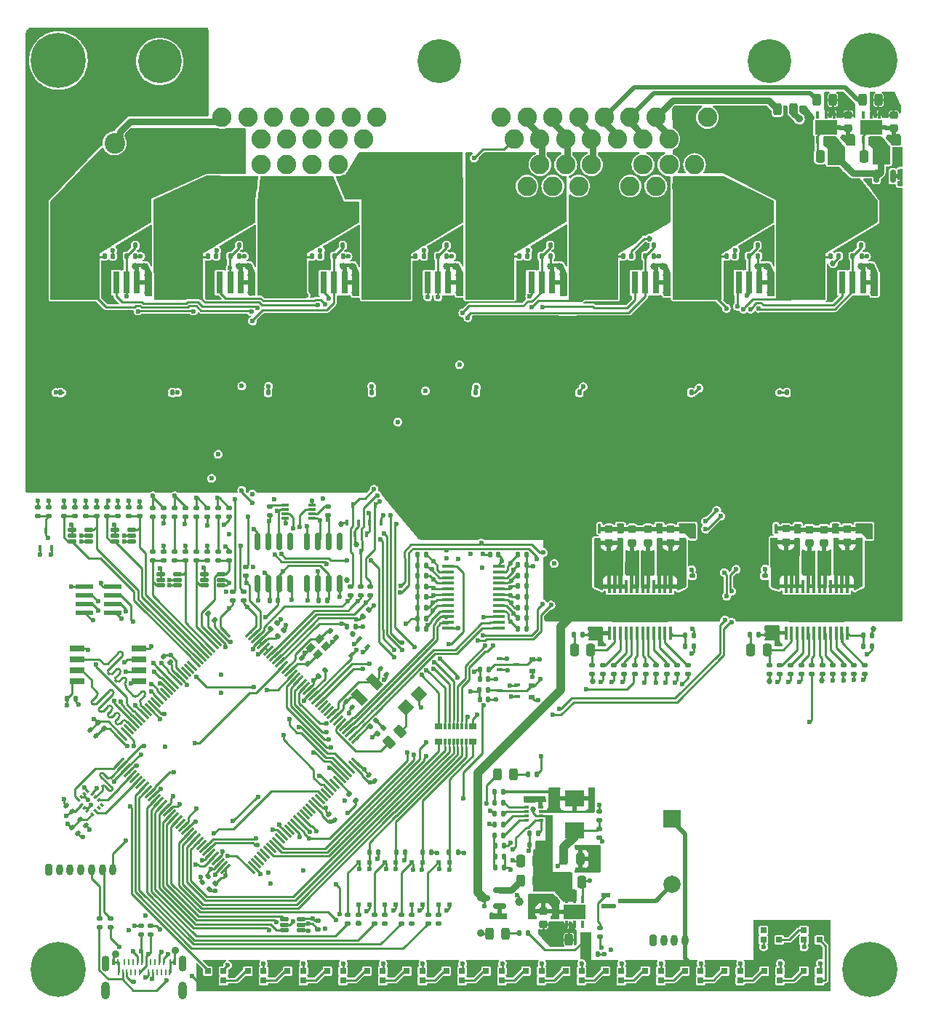
<source format=gbr>
%TF.GenerationSoftware,KiCad,Pcbnew,(6.0.8)*%
%TF.CreationDate,2024-02-14T03:57:14+01:00*%
%TF.ProjectId,pdms,70646d73-2e6b-4696-9361-645f70636258,rev?*%
%TF.SameCoordinates,Original*%
%TF.FileFunction,Copper,L1,Top*%
%TF.FilePolarity,Positive*%
%FSLAX46Y46*%
G04 Gerber Fmt 4.6, Leading zero omitted, Abs format (unit mm)*
G04 Created by KiCad (PCBNEW (6.0.8)) date 2024-02-14 03:57:14*
%MOMM*%
%LPD*%
G01*
G04 APERTURE LIST*
G04 Aperture macros list*
%AMRoundRect*
0 Rectangle with rounded corners*
0 $1 Rounding radius*
0 $2 $3 $4 $5 $6 $7 $8 $9 X,Y pos of 4 corners*
0 Add a 4 corners polygon primitive as box body*
4,1,4,$2,$3,$4,$5,$6,$7,$8,$9,$2,$3,0*
0 Add four circle primitives for the rounded corners*
1,1,$1+$1,$2,$3*
1,1,$1+$1,$4,$5*
1,1,$1+$1,$6,$7*
1,1,$1+$1,$8,$9*
0 Add four rect primitives between the rounded corners*
20,1,$1+$1,$2,$3,$4,$5,0*
20,1,$1+$1,$4,$5,$6,$7,0*
20,1,$1+$1,$6,$7,$8,$9,0*
20,1,$1+$1,$8,$9,$2,$3,0*%
%AMRotRect*
0 Rectangle, with rotation*
0 The origin of the aperture is its center*
0 $1 length*
0 $2 width*
0 $3 Rotation angle, in degrees counterclockwise*
0 Add horizontal line*
21,1,$1,$2,0,0,$3*%
G04 Aperture macros list end*
%TA.AperFunction,ComponentPad*%
%ADD10R,2.400000X2.400000*%
%TD*%
%TA.AperFunction,ComponentPad*%
%ADD11C,2.400000*%
%TD*%
%TA.AperFunction,SMDPad,CuDef*%
%ADD12RoundRect,0.135000X0.135000X0.185000X-0.135000X0.185000X-0.135000X-0.185000X0.135000X-0.185000X0*%
%TD*%
%TA.AperFunction,SMDPad,CuDef*%
%ADD13R,0.700000X0.600000*%
%TD*%
%TA.AperFunction,SMDPad,CuDef*%
%ADD14RoundRect,0.135000X0.185000X-0.135000X0.185000X0.135000X-0.185000X0.135000X-0.185000X-0.135000X0*%
%TD*%
%TA.AperFunction,SMDPad,CuDef*%
%ADD15RoundRect,0.250000X0.250000X0.475000X-0.250000X0.475000X-0.250000X-0.475000X0.250000X-0.475000X0*%
%TD*%
%TA.AperFunction,SMDPad,CuDef*%
%ADD16RoundRect,0.140000X-0.140000X-0.170000X0.140000X-0.170000X0.140000X0.170000X-0.140000X0.170000X0*%
%TD*%
%TA.AperFunction,SMDPad,CuDef*%
%ADD17RoundRect,0.140000X0.140000X0.170000X-0.140000X0.170000X-0.140000X-0.170000X0.140000X-0.170000X0*%
%TD*%
%TA.AperFunction,SMDPad,CuDef*%
%ADD18RoundRect,0.140000X-0.219203X-0.021213X-0.021213X-0.219203X0.219203X0.021213X0.021213X0.219203X0*%
%TD*%
%TA.AperFunction,SMDPad,CuDef*%
%ADD19RoundRect,0.135000X-0.135000X-0.185000X0.135000X-0.185000X0.135000X0.185000X-0.135000X0.185000X0*%
%TD*%
%TA.AperFunction,SMDPad,CuDef*%
%ADD20R,0.800000X2.600000*%
%TD*%
%TA.AperFunction,SMDPad,CuDef*%
%ADD21R,4.400000X2.600000*%
%TD*%
%TA.AperFunction,SMDPad,CuDef*%
%ADD22R,10.000000X7.410000*%
%TD*%
%TA.AperFunction,SMDPad,CuDef*%
%ADD23RoundRect,0.135000X-0.185000X0.135000X-0.185000X-0.135000X0.185000X-0.135000X0.185000X0.135000X0*%
%TD*%
%TA.AperFunction,SMDPad,CuDef*%
%ADD24R,0.700000X0.700000*%
%TD*%
%TA.AperFunction,SMDPad,CuDef*%
%ADD25RoundRect,0.225000X0.250000X-0.225000X0.250000X0.225000X-0.250000X0.225000X-0.250000X-0.225000X0*%
%TD*%
%TA.AperFunction,ComponentPad*%
%ADD26RoundRect,0.200000X-0.200000X-0.450000X0.200000X-0.450000X0.200000X0.450000X-0.200000X0.450000X0*%
%TD*%
%TA.AperFunction,ComponentPad*%
%ADD27O,0.800000X1.300000*%
%TD*%
%TA.AperFunction,SMDPad,CuDef*%
%ADD28R,0.450000X1.525000*%
%TD*%
%TA.AperFunction,SMDPad,CuDef*%
%ADD29R,6.500000X2.870000*%
%TD*%
%TA.AperFunction,SMDPad,CuDef*%
%ADD30RoundRect,0.150000X0.587500X0.150000X-0.587500X0.150000X-0.587500X-0.150000X0.587500X-0.150000X0*%
%TD*%
%TA.AperFunction,SMDPad,CuDef*%
%ADD31RoundRect,0.135000X0.226274X0.035355X0.035355X0.226274X-0.226274X-0.035355X-0.035355X-0.226274X0*%
%TD*%
%TA.AperFunction,SMDPad,CuDef*%
%ADD32RoundRect,0.250000X-0.250000X-0.475000X0.250000X-0.475000X0.250000X0.475000X-0.250000X0.475000X0*%
%TD*%
%TA.AperFunction,SMDPad,CuDef*%
%ADD33RoundRect,0.019500X0.465500X0.175500X-0.465500X0.175500X-0.465500X-0.175500X0.465500X-0.175500X0*%
%TD*%
%TA.AperFunction,SMDPad,CuDef*%
%ADD34RoundRect,0.019500X-0.465500X-0.175500X0.465500X-0.175500X0.465500X0.175500X-0.465500X0.175500X0*%
%TD*%
%TA.AperFunction,SMDPad,CuDef*%
%ADD35R,1.750000X0.650000*%
%TD*%
%TA.AperFunction,SMDPad,CuDef*%
%ADD36C,1.000000*%
%TD*%
%TA.AperFunction,SMDPad,CuDef*%
%ADD37R,0.600000X0.470000*%
%TD*%
%TA.AperFunction,ComponentPad*%
%ADD38C,0.800000*%
%TD*%
%TA.AperFunction,ComponentPad*%
%ADD39C,6.400000*%
%TD*%
%TA.AperFunction,SMDPad,CuDef*%
%ADD40RoundRect,0.140000X0.219203X0.021213X0.021213X0.219203X-0.219203X-0.021213X-0.021213X-0.219203X0*%
%TD*%
%TA.AperFunction,SMDPad,CuDef*%
%ADD41R,2.000000X0.500000*%
%TD*%
%TA.AperFunction,SMDPad,CuDef*%
%ADD42RoundRect,0.147500X0.017678X-0.226274X0.226274X-0.017678X-0.017678X0.226274X-0.226274X0.017678X0*%
%TD*%
%TA.AperFunction,SMDPad,CuDef*%
%ADD43RoundRect,0.135000X-0.226274X-0.035355X-0.035355X-0.226274X0.226274X0.035355X0.035355X0.226274X0*%
%TD*%
%TA.AperFunction,SMDPad,CuDef*%
%ADD44R,0.863600X0.787400*%
%TD*%
%TA.AperFunction,SMDPad,CuDef*%
%ADD45R,0.355600X0.787400*%
%TD*%
%TA.AperFunction,SMDPad,CuDef*%
%ADD46RoundRect,0.250000X-0.132583X0.503814X-0.503814X0.132583X0.132583X-0.503814X0.503814X-0.132583X0*%
%TD*%
%TA.AperFunction,SMDPad,CuDef*%
%ADD47RoundRect,0.243750X-0.243750X-0.456250X0.243750X-0.456250X0.243750X0.456250X-0.243750X0.456250X0*%
%TD*%
%TA.AperFunction,SMDPad,CuDef*%
%ADD48R,0.250000X0.750000*%
%TD*%
%TA.AperFunction,SMDPad,CuDef*%
%ADD49R,0.300000X0.750000*%
%TD*%
%TA.AperFunction,ComponentPad*%
%ADD50O,1.025000X2.050000*%
%TD*%
%TA.AperFunction,ComponentPad*%
%ADD51O,0.925000X1.850000*%
%TD*%
%TA.AperFunction,SMDPad,CuDef*%
%ADD52R,0.450000X0.700000*%
%TD*%
%TA.AperFunction,SMDPad,CuDef*%
%ADD53RoundRect,0.135000X-0.035355X0.226274X-0.226274X0.035355X0.035355X-0.226274X0.226274X-0.035355X0*%
%TD*%
%TA.AperFunction,ComponentPad*%
%ADD54C,2.250000*%
%TD*%
%TA.AperFunction,ComponentPad*%
%ADD55C,5.100000*%
%TD*%
%TA.AperFunction,SMDPad,CuDef*%
%ADD56R,0.300000X0.850000*%
%TD*%
%TA.AperFunction,SMDPad,CuDef*%
%ADD57R,2.500000X1.700000*%
%TD*%
%TA.AperFunction,SMDPad,CuDef*%
%ADD58R,0.700000X0.450000*%
%TD*%
%TA.AperFunction,SMDPad,CuDef*%
%ADD59RotRect,0.300000X1.475000X315.000000*%
%TD*%
%TA.AperFunction,SMDPad,CuDef*%
%ADD60RotRect,0.300000X1.475000X225.000000*%
%TD*%
%TA.AperFunction,ComponentPad*%
%ADD61R,2.000000X2.000000*%
%TD*%
%TA.AperFunction,ComponentPad*%
%ADD62C,2.000000*%
%TD*%
%TA.AperFunction,ComponentPad*%
%ADD63C,2.200000*%
%TD*%
%TA.AperFunction,SMDPad,CuDef*%
%ADD64RoundRect,0.243750X0.243750X0.456250X-0.243750X0.456250X-0.243750X-0.456250X0.243750X-0.456250X0*%
%TD*%
%TA.AperFunction,SMDPad,CuDef*%
%ADD65R,0.475000X0.300000*%
%TD*%
%TA.AperFunction,SMDPad,CuDef*%
%ADD66RoundRect,0.135000X0.035355X-0.226274X0.226274X-0.035355X-0.035355X0.226274X-0.226274X0.035355X0*%
%TD*%
%TA.AperFunction,SMDPad,CuDef*%
%ADD67RotRect,0.250000X0.475000X45.000000*%
%TD*%
%TA.AperFunction,SMDPad,CuDef*%
%ADD68RotRect,0.250000X0.475000X315.000000*%
%TD*%
%TA.AperFunction,SMDPad,CuDef*%
%ADD69R,1.475000X0.450000*%
%TD*%
%TA.AperFunction,SMDPad,CuDef*%
%ADD70RoundRect,0.225000X-0.250000X0.225000X-0.250000X-0.225000X0.250000X-0.225000X0.250000X0.225000X0*%
%TD*%
%TA.AperFunction,SMDPad,CuDef*%
%ADD71RotRect,1.000000X1.800000X225.000000*%
%TD*%
%TA.AperFunction,SMDPad,CuDef*%
%ADD72RotRect,0.450000X0.700000X135.000000*%
%TD*%
%TA.AperFunction,SMDPad,CuDef*%
%ADD73RoundRect,0.150000X-0.150000X0.587500X-0.150000X-0.587500X0.150000X-0.587500X0.150000X0.587500X0*%
%TD*%
%TA.AperFunction,SMDPad,CuDef*%
%ADD74RotRect,0.900000X0.800000X45.000000*%
%TD*%
%TA.AperFunction,SMDPad,CuDef*%
%ADD75RoundRect,0.150000X0.150000X-0.825000X0.150000X0.825000X-0.150000X0.825000X-0.150000X-0.825000X0*%
%TD*%
%TA.AperFunction,SMDPad,CuDef*%
%ADD76RotRect,1.400000X1.400000X45.000000*%
%TD*%
%TA.AperFunction,SMDPad,CuDef*%
%ADD77R,2.286000X1.854500*%
%TD*%
%TA.AperFunction,SMDPad,CuDef*%
%ADD78R,1.000000X0.550000*%
%TD*%
%TA.AperFunction,SMDPad,CuDef*%
%ADD79RoundRect,0.140000X-0.021213X0.219203X-0.219203X0.021213X0.021213X-0.219203X0.219203X-0.021213X0*%
%TD*%
%TA.AperFunction,SMDPad,CuDef*%
%ADD80R,0.850000X0.300000*%
%TD*%
%TA.AperFunction,ViaPad*%
%ADD81C,0.889000*%
%TD*%
%TA.AperFunction,ViaPad*%
%ADD82C,0.600000*%
%TD*%
%TA.AperFunction,ViaPad*%
%ADD83C,0.685800*%
%TD*%
%TA.AperFunction,ViaPad*%
%ADD84C,0.800000*%
%TD*%
%TA.AperFunction,ViaPad*%
%ADD85C,1.100000*%
%TD*%
%TA.AperFunction,Conductor*%
%ADD86C,0.762000*%
%TD*%
%TA.AperFunction,Conductor*%
%ADD87C,0.254000*%
%TD*%
%TA.AperFunction,Conductor*%
%ADD88C,0.250000*%
%TD*%
%TA.AperFunction,Conductor*%
%ADD89C,0.508000*%
%TD*%
%TA.AperFunction,Conductor*%
%ADD90C,1.000000*%
%TD*%
%TA.AperFunction,Conductor*%
%ADD91C,0.300000*%
%TD*%
%TA.AperFunction,Conductor*%
%ADD92C,0.200000*%
%TD*%
G04 APERTURE END LIST*
D10*
%TO.P,C88,1*%
%TO.N,+12V*%
X22051000Y-62611000D03*
D11*
%TO.P,C88,2*%
%TO.N,GND*%
X27051000Y-62611000D03*
%TD*%
D12*
%TO.P,R115,1*%
%TO.N,Net-(D50-Pad1)*%
X115190000Y-121100000D03*
%TO.P,R115,2*%
%TO.N,/POWER_SWITCHES/BTS722204-2/IS*%
X114170000Y-121100000D03*
%TD*%
%TO.P,R114,1*%
%TO.N,Net-(D49-Pad1)*%
X94470000Y-121100000D03*
%TO.P,R114,2*%
%TO.N,/POWER_SWITCHES/BTS722204-1/IS*%
X93450000Y-121100000D03*
%TD*%
D13*
%TO.P,D50,1,K*%
%TO.N,Net-(D50-Pad1)*%
X75630000Y-125690000D03*
%TO.P,D50,2,A*%
%TO.N,GND*%
X75630000Y-127090000D03*
%TD*%
%TO.P,D49,1,K*%
%TO.N,Net-(D49-Pad1)*%
X75650000Y-122650000D03*
%TO.P,D49,2,A*%
%TO.N,GND*%
X75650000Y-124050000D03*
%TD*%
D14*
%TO.P,R68,2*%
%TO.N,ADC_IN1*%
X21166000Y-104964000D03*
%TO.P,R68,1*%
%TO.N,ADC_PROT1*%
X21166000Y-105984000D03*
%TD*%
D15*
%TO.P,C3,1*%
%TO.N,12V_EXTERNAL*%
X111084400Y-64160400D03*
%TO.P,C3,2*%
%TO.N,GND*%
X109184400Y-64160400D03*
%TD*%
D12*
%TO.P,C91,1*%
%TO.N,GND*%
X83314000Y-156972000D03*
%TO.P,C91,2*%
%TO.N,+5V*%
X82294000Y-156972000D03*
%TD*%
D16*
%TO.P,C130,1*%
%TO.N,+12V*%
X113012400Y-74498400D03*
%TO.P,C130,2*%
%TO.N,Net-(C130-Pad2)*%
X113972400Y-74498400D03*
%TD*%
D14*
%TO.P,R102,1*%
%TO.N,LP_SIG_IN6*%
X111915200Y-124345862D03*
%TO.P,R102,2*%
%TO.N,Net-(IC16-Pad9)*%
X111915200Y-123325862D03*
%TD*%
D17*
%TO.P,C116,1*%
%TO.N,GND*%
X75122400Y-75728400D03*
%TO.P,C116,2*%
%TO.N,HP_MOS5*%
X74162400Y-75728400D03*
%TD*%
D18*
%TO.P,C78,1*%
%TO.N,+3.3V*%
X56673256Y-136101293D03*
%TO.P,C78,2*%
%TO.N,GND*%
X57352078Y-136780115D03*
%TD*%
D14*
%TO.P,R83,1*%
%TO.N,ADC_PROT7*%
X36586000Y-111110000D03*
%TO.P,R83,2*%
%TO.N,ADC_IN7*%
X36586000Y-110090000D03*
%TD*%
D19*
%TO.P,R17,1*%
%TO.N,GND*%
X62323333Y-116637167D03*
%TO.P,R17,2*%
%TO.N,/VMUX/HP_MOS_DIV3*%
X63343333Y-116637167D03*
%TD*%
D20*
%TO.P,Q6,1,GND_*%
%TO.N,GND*%
X65896600Y-78841600D03*
%TO.P,Q6,2,IS*%
%TO.N,Net-(C109-Pad2)*%
X64696600Y-78841600D03*
%TO.P,Q6,3,IN*%
%TO.N,SIG_IN4*%
X63496600Y-78841600D03*
%TO.P,Q6,4,DEN*%
%TO.N,+12V*%
X62296600Y-78841600D03*
D21*
%TO.P,Q6,5,OUT*%
%TO.N,HP_MOS4*%
X59296600Y-78841600D03*
D22*
%TO.P,Q6,9,VS*%
%TO.N,+12V*%
X61696600Y-86376600D03*
%TD*%
D23*
%TO.P,R98,1*%
%TO.N,/POWER_SWITCHES/BTS722204-2/SI*%
X105735200Y-123325862D03*
%TO.P,R98,2*%
%TO.N,SPI2_MOSI*%
X105735200Y-124345862D03*
%TD*%
D12*
%TO.P,R206,1*%
%TO.N,GND*%
X89862400Y-75728400D03*
%TO.P,R206,2*%
%TO.N,Net-(C120-Pad2)*%
X88842400Y-75728400D03*
%TD*%
D24*
%TO.P,D18,1,DO*%
%TO.N,Net-(D18-Pad1)*%
X58267600Y-160020000D03*
%TO.P,D18,2,GND*%
%TO.N,GND*%
X58267600Y-158920000D03*
%TO.P,D18,3,DI*%
%TO.N,Net-(D16-Pad1)*%
X56437600Y-158920000D03*
%TO.P,D18,4,VDD*%
%TO.N,+5V*%
X56437600Y-160020000D03*
%TD*%
D14*
%TO.P,R77,2*%
%TO.N,ADC_IN4*%
X28711000Y-104964000D03*
%TO.P,R77,1*%
%TO.N,ADC_PROT4*%
X28711000Y-105984000D03*
%TD*%
%TO.P,R72,1*%
%TO.N,/PERIPHERAL/BUZZ_IN*%
X83566000Y-154942000D03*
%TO.P,R72,2*%
%TO.N,Net-(Q2-Pad1)*%
X83566000Y-153922000D03*
%TD*%
%TO.P,R25,1*%
%TO.N,LP_SIG_IN2*%
X91330000Y-124346662D03*
%TO.P,R25,2*%
%TO.N,Net-(IC7-Pad9)*%
X91330000Y-123326662D03*
%TD*%
D17*
%TO.P,C105,1*%
%TO.N,GND*%
X50974600Y-75737200D03*
%TO.P,C105,2*%
%TO.N,HP_MOS3*%
X50014600Y-75737200D03*
%TD*%
D25*
%TO.P,C73,1*%
%TO.N,/POWER_SWITCHES/BTS722204-2/OUT3*%
X112348000Y-109029800D03*
%TO.P,C73,2*%
%TO.N,GND*%
X112348000Y-107479800D03*
%TD*%
D20*
%TO.P,Q4,1,GND_*%
%TO.N,GND*%
X41715800Y-78840800D03*
%TO.P,Q4,2,IS*%
%TO.N,Net-(C99-Pad2)*%
X40515800Y-78840800D03*
%TO.P,Q4,3,IN*%
%TO.N,SIG_IN2*%
X39315800Y-78840800D03*
%TO.P,Q4,4,DEN*%
%TO.N,+12V*%
X38115800Y-78840800D03*
D21*
%TO.P,Q4,5,OUT*%
%TO.N,HP_MOS2*%
X35115800Y-78840800D03*
D22*
%TO.P,Q4,9,VS*%
%TO.N,+12V*%
X37515800Y-86375800D03*
%TD*%
D26*
%TO.P,J5,1,Pin_1*%
%TO.N,SAFETY_IN*%
X89737400Y-155348400D03*
D27*
%TO.P,J5,2,Pin_2*%
%TO.N,GND*%
X90987400Y-155348400D03*
%TO.P,J5,3,Pin_3*%
%TO.N,+12V*%
X92237400Y-155348400D03*
%TO.P,J5,4,Pin_4*%
%TO.N,+5V*%
X93487400Y-155348400D03*
%TD*%
D14*
%TO.P,R173,1*%
%TO.N,USB_CONN_D-*%
X31242000Y-154686000D03*
%TO.P,R173,2*%
%TO.N,GND*%
X31242000Y-153666000D03*
%TD*%
D16*
%TO.P,C113,2*%
%TO.N,Net-(C113-Pad2)*%
X29470000Y-74500000D03*
%TO.P,C113,1*%
%TO.N,+12V*%
X28510000Y-74500000D03*
%TD*%
D24*
%TO.P,D10,1,DO*%
%TO.N,Net-(D10-Pad1)*%
X39725600Y-160028800D03*
%TO.P,D10,2,GND*%
%TO.N,GND*%
X39725600Y-158928800D03*
%TO.P,D10,3,DI*%
%TO.N,/ARGB_LEDS/LED_DATA_IN*%
X37895600Y-158928800D03*
%TO.P,D10,4,VDD*%
%TO.N,+5V*%
X37895600Y-160028800D03*
%TD*%
D14*
%TO.P,R59,1*%
%TO.N,CAN2_H*%
X45110400Y-105920000D03*
%TO.P,R59,2*%
%TO.N,Net-(IC17-Pad5)*%
X45110400Y-104900000D03*
%TD*%
D25*
%TO.P,C70,1*%
%TO.N,/POWER_SWITCHES/BTS722204-2/OUT0*%
X105223000Y-109004800D03*
%TO.P,C70,2*%
%TO.N,GND*%
X105223000Y-107454800D03*
%TD*%
D14*
%TO.P,R101,1*%
%TO.N,LP_SIG_IN5*%
X110675200Y-124345862D03*
%TO.P,R101,2*%
%TO.N,Net-(IC16-Pad8)*%
X110675200Y-123325862D03*
%TD*%
D28*
%TO.P,IC7,1,GND_1*%
%TO.N,GND*%
X84638000Y-119606000D03*
%TO.P,IC7,2,VDD*%
%TO.N,/POWER_SWITCHES/BTS722204-1/VDD_IO*%
X85288000Y-119606000D03*
%TO.P,IC7,3,SO*%
%TO.N,/POWER_SWITCHES/BTS722204-1/SO*%
X85938000Y-119606000D03*
%TO.P,IC7,4,SI*%
%TO.N,/POWER_SWITCHES/BTS722204-1/SI*%
X86588000Y-119606000D03*
%TO.P,IC7,5,SCLK*%
%TO.N,Net-(IC7-Pad5)*%
X87238000Y-119606000D03*
%TO.P,IC7,6,CSN*%
%TO.N,Net-(IC7-Pad6)*%
X87888000Y-119606000D03*
%TO.P,IC7,7,LHI*%
%TO.N,/POWER_SWITCHES/BTS722204-1/LHI*%
X88538000Y-119606000D03*
%TO.P,IC7,8,IN0*%
%TO.N,Net-(IC7-Pad8)*%
X89188000Y-119606000D03*
%TO.P,IC7,9,IN1*%
%TO.N,Net-(IC7-Pad9)*%
X89838000Y-119606000D03*
%TO.P,IC7,10,IN2*%
%TO.N,Net-(IC7-Pad10)*%
X90488000Y-119606000D03*
%TO.P,IC7,11,IN3*%
%TO.N,Net-(IC7-Pad11)*%
X91138000Y-119606000D03*
%TO.P,IC7,12,IS*%
%TO.N,/POWER_SWITCHES/BTS722204-1/IS*%
X91788000Y-119606000D03*
%TO.P,IC7,13,OUT3_1*%
%TO.N,/POWER_SWITCHES/BTS722204-1/OUT3*%
X91788000Y-114182000D03*
%TO.P,IC7,14,OUT3_2*%
X91138000Y-114182000D03*
%TO.P,IC7,15,OUT3_3*%
X90488000Y-114182000D03*
%TO.P,IC7,16,OUT3_4*%
X89838000Y-114182000D03*
%TO.P,IC7,17,OUT2_1*%
%TO.N,/POWER_SWITCHES/BTS722204-1/OUT2*%
X89188000Y-114182000D03*
%TO.P,IC7,18,OUT2_2*%
X88538000Y-114182000D03*
%TO.P,IC7,19,OUT1_1*%
%TO.N,/POWER_SWITCHES/BTS722204-1/OUT1*%
X87888000Y-114182000D03*
%TO.P,IC7,20,OUT1_2*%
X87238000Y-114182000D03*
%TO.P,IC7,21,OUT0_1*%
%TO.N,/POWER_SWITCHES/BTS722204-1/OUT0*%
X86588000Y-114182000D03*
%TO.P,IC7,22,OUT0_2*%
X85938000Y-114182000D03*
%TO.P,IC7,23,OUT0_3*%
X85288000Y-114182000D03*
%TO.P,IC7,24,OUT0_4*%
X84638000Y-114182000D03*
D29*
%TO.P,IC7,25,VS*%
%TO.N,+12V*%
X88213000Y-116894000D03*
%TD*%
D24*
%TO.P,D21,1,DO*%
%TO.N,Net-(D19-Pad3)*%
X86029800Y-160020000D03*
%TO.P,D21,2,GND*%
%TO.N,GND*%
X86029800Y-158920000D03*
%TO.P,D21,3,DI*%
%TO.N,Net-(D21-Pad3)*%
X84199800Y-158920000D03*
%TO.P,D21,4,VDD*%
%TO.N,+5V*%
X84199800Y-160020000D03*
%TD*%
D12*
%TO.P,R201,1*%
%TO.N,GND*%
X77792400Y-75738400D03*
%TO.P,R201,2*%
%TO.N,Net-(C115-Pad2)*%
X76772400Y-75738400D03*
%TD*%
D19*
%TO.P,R37,1*%
%TO.N,GND*%
X62326666Y-119087167D03*
%TO.P,R37,2*%
%TO.N,/VMUX/HP_MOS_DIV1*%
X63346666Y-119087167D03*
%TD*%
D17*
%TO.P,C2,1*%
%TO.N,+3.3V*%
X71713333Y-110447167D03*
%TO.P,C2,2*%
%TO.N,GND*%
X70753333Y-110447167D03*
%TD*%
D12*
%TO.P,R211,1*%
%TO.N,GND*%
X101932400Y-75738400D03*
%TO.P,R211,2*%
%TO.N,Net-(C125-Pad2)*%
X100912400Y-75738400D03*
%TD*%
D23*
%TO.P,R80,1*%
%TO.N,GND*%
X32766000Y-110094000D03*
%TO.P,R80,2*%
%TO.N,ADC_PROT5*%
X32766000Y-111114000D03*
%TD*%
D19*
%TO.P,R62,1*%
%TO.N,Net-(C61-Pad1)*%
X71313700Y-143118600D03*
%TO.P,R62,2*%
%TO.N,Net-(IC11-Pad8)*%
X72333700Y-143118600D03*
%TD*%
D14*
%TO.P,R75,2*%
%TO.N,ADC_IN3*%
X26171000Y-104964000D03*
%TO.P,R75,1*%
%TO.N,ADC_PROT3*%
X26171000Y-105984000D03*
%TD*%
D30*
%TO.P,Q1,1,G*%
%TO.N,GND*%
X71882000Y-151384000D03*
%TO.P,Q1,2,S*%
%TO.N,Net-(F1-Pad2)*%
X71882000Y-149484000D03*
%TO.P,Q1,3,D*%
%TO.N,+12V*%
X70007000Y-150434000D03*
%TD*%
D19*
%TO.P,R14,1*%
%TO.N,GND*%
X62323333Y-112917167D03*
%TO.P,R14,2*%
%TO.N,/VMUX/HP_MOS_DIV6*%
X63343333Y-112917167D03*
%TD*%
D12*
%TO.P,R109,1*%
%TO.N,+5V*%
X75184000Y-154524700D03*
%TO.P,R109,2*%
%TO.N,Net-(D35-Pad2)*%
X74164000Y-154524700D03*
%TD*%
D31*
%TO.P,C42,1*%
%TO.N,OSC_IN*%
X49529108Y-123182699D03*
%TO.P,C42,2*%
%TO.N,GND*%
X48807860Y-122461451D03*
%TD*%
D23*
%TO.P,R179,1*%
%TO.N,SWDIO*%
X25325287Y-152802400D03*
%TO.P,R179,2*%
%TO.N,USBC_SWDIO*%
X25325287Y-153822400D03*
%TD*%
D14*
%TO.P,R165,2*%
%TO.N,CONN_AD_IN8*%
X39116000Y-105027000D03*
%TO.P,R165,1*%
%TO.N,ADC_IN8*%
X39116000Y-106047000D03*
%TD*%
D25*
%TO.P,C55,1*%
%TO.N,/POWER1/VOUT*%
X76987800Y-153507600D03*
%TO.P,C55,2*%
%TO.N,GND*%
X76987800Y-151957600D03*
%TD*%
D32*
%TO.P,C54,1*%
%TO.N,12V_LOGIC_ONLY*%
X79587700Y-148563400D03*
%TO.P,C54,2*%
%TO.N,GND*%
X81487700Y-148563400D03*
%TD*%
D31*
%TO.P,C48,1*%
%TO.N,+3.3V*%
X33520624Y-123030624D03*
%TO.P,C48,2*%
%TO.N,GND*%
X32799376Y-122309376D03*
%TD*%
D18*
%TO.P,C81,1*%
%TO.N,+3.3V*%
X52004547Y-140724039D03*
%TO.P,C81,2*%
%TO.N,GND*%
X52683369Y-141402861D03*
%TD*%
D33*
%TO.P,D24,1*%
%TO.N,GND*%
X29056000Y-108918000D03*
%TO.P,D24,2*%
X29056000Y-108268000D03*
%TO.P,D24,3*%
%TO.N,ADC_PROT4*%
X29056000Y-107618000D03*
D34*
%TO.P,D24,4*%
%TO.N,+3.3V*%
X27096000Y-107618000D03*
%TO.P,D24,5*%
X27096000Y-108268000D03*
%TO.P,D24,6*%
%TO.N,ADC_PROT3*%
X27096000Y-108918000D03*
%TD*%
D26*
%TO.P,J1,1,Pin_1*%
%TO.N,+3.3V*%
X19364000Y-147160400D03*
D27*
%TO.P,J1,2,Pin_2*%
%TO.N,GND*%
X20614000Y-147160400D03*
%TO.P,J1,3,Pin_3*%
%TO.N,+5V*%
X21864000Y-147160400D03*
%TO.P,J1,4,Pin_4*%
%TO.N,NRST*%
X23114000Y-147160400D03*
%TO.P,J1,5,Pin_5*%
%TO.N,SWDIO*%
X24364000Y-147160400D03*
%TO.P,J1,6,Pin_6*%
%TO.N,SWCLK*%
X25614000Y-147160400D03*
%TO.P,J1,7,Pin_7*%
%TO.N,SWO*%
X26864000Y-147160400D03*
%TD*%
D35*
%TO.P,IC20,1,~{CS}*%
%TO.N,NCS*%
X29910000Y-125160000D03*
%TO.P,IC20,2,SO(I/O1)*%
%TO.N,BK1_IO1*%
X29910000Y-123890000D03*
%TO.P,IC20,3,~{WP(I}/O2)*%
%TO.N,BK1_IO2*%
X29910000Y-122620000D03*
%TO.P,IC20,4,GND*%
%TO.N,GND*%
X29910000Y-121350000D03*
%TO.P,IC20,5,SI(I/O0)*%
%TO.N,BK1_IO0*%
X22660000Y-121350000D03*
%TO.P,IC20,6,SCK*%
%TO.N,CLK*%
X22660000Y-122620000D03*
%TO.P,IC20,7,~{HOLD(I}/O3)*%
%TO.N,BK1_IO3*%
X22660000Y-123890000D03*
%TO.P,IC20,8,VCC*%
%TO.N,+3.3V*%
X22660000Y-125160000D03*
%TD*%
D23*
%TO.P,R86,2*%
%TO.N,ADC_PROT8*%
X40396000Y-111112000D03*
%TO.P,R86,1*%
%TO.N,GND*%
X40396000Y-110092000D03*
%TD*%
%TO.P,R162,2*%
%TO.N,Net-(R117-Pad2)*%
X35306000Y-106047000D03*
%TO.P,R162,1*%
%TO.N,CONN_AD_IN6*%
X35306000Y-105027000D03*
%TD*%
D36*
%TO.P,TP1,1,1*%
%TO.N,/POWER1/PG3V3*%
X74168000Y-150876000D03*
%TD*%
D37*
%TO.P,U4,1,A*%
%TO.N,Net-(R6-Pad1)*%
X58530000Y-151200000D03*
%TO.P,U4,2,K*%
%TO.N,GND*%
X59800000Y-151200000D03*
%TO.P,U4,3,D1*%
%TO.N,SIG_UP_6*%
X59800000Y-146280000D03*
%TO.P,U4,4,D2*%
%TO.N,Net-(R117-Pad2)*%
X58530000Y-146280000D03*
%TD*%
D38*
%TO.P,H2,1,1*%
%TO.N,GND*%
X116699056Y-51290744D03*
X115002000Y-50587800D03*
X113304944Y-54684856D03*
D39*
X115002000Y-52987800D03*
D38*
X112602000Y-52987800D03*
X113304944Y-51290744D03*
X115002000Y-55387800D03*
X116699056Y-54684856D03*
X117402000Y-52987800D03*
%TD*%
D24*
%TO.P,D15,1,DO*%
%TO.N,Net-(D13-Pad3)*%
X99898800Y-160024600D03*
%TO.P,D15,2,GND*%
%TO.N,GND*%
X99898800Y-158924600D03*
%TO.P,D15,3,DI*%
%TO.N,Net-(D15-Pad3)*%
X98068800Y-158924600D03*
%TO.P,D15,4,VDD*%
%TO.N,+5V*%
X98068800Y-160024600D03*
%TD*%
D23*
%TO.P,R100,1*%
%TO.N,Net-(IC16-Pad6)*%
X108205200Y-123325862D03*
%TO.P,R100,2*%
%TO.N,LP_CSN2*%
X108205200Y-124345862D03*
%TD*%
D32*
%TO.P,C56,1*%
%TO.N,GND*%
X74328100Y-146090400D03*
%TO.P,C56,2*%
%TO.N,12V_LOGIC_ONLY*%
X76228100Y-146090400D03*
%TD*%
D12*
%TO.P,R53,1*%
%TO.N,GND*%
X75003333Y-112907167D03*
%TO.P,R53,2*%
%TO.N,/VMUX/LP_MOS_DIV3*%
X73983333Y-112907167D03*
%TD*%
D16*
%TO.P,C115,1*%
%TO.N,+12V*%
X76802400Y-74488400D03*
%TO.P,C115,2*%
%TO.N,Net-(C115-Pad2)*%
X77762400Y-74488400D03*
%TD*%
D23*
%TO.P,R5,1*%
%TO.N,Net-(R5-Pad1)*%
X55436400Y-152337300D03*
%TO.P,R5,2*%
%TO.N,SAFETY_IN*%
X55436400Y-153357300D03*
%TD*%
D17*
%TO.P,C65,1*%
%TO.N,+5V*%
X46073000Y-115824000D03*
%TO.P,C65,2*%
%TO.N,GND*%
X45113000Y-115824000D03*
%TD*%
D40*
%TO.P,C82,1*%
%TO.N,+3.3V*%
X24883608Y-131584542D03*
%TO.P,C82,2*%
%TO.N,GND*%
X24204786Y-130905720D03*
%TD*%
D41*
%TO.P,J4,1,Pin_1*%
%TO.N,+3.3V*%
X23540000Y-114200000D03*
%TO.P,J4,2,Pin_2*%
%TO.N,GND*%
X26840000Y-114200000D03*
%TO.P,J4,3,Pin_3*%
%TO.N,AUX4*%
X23540000Y-115200000D03*
%TO.P,J4,4,Pin_4*%
%TO.N,AUX1*%
X26840000Y-115200000D03*
%TO.P,J4,5,Pin_5*%
%TO.N,AUX5*%
X23540000Y-116200000D03*
%TO.P,J4,6,Pin_6*%
%TO.N,AUX2*%
X26840000Y-116200000D03*
%TO.P,J4,7,Pin_7*%
%TO.N,AUX6*%
X23540000Y-117200000D03*
%TO.P,J4,8,Pin_8*%
%TO.N,AUX3*%
X26840000Y-117200000D03*
%TD*%
D23*
%TO.P,R7,1*%
%TO.N,Net-(R7-Pad1)*%
X61634000Y-152337300D03*
%TO.P,R7,2*%
%TO.N,SAFETY_IN*%
X61634000Y-153357300D03*
%TD*%
D12*
%TO.P,R216,1*%
%TO.N,GND*%
X114002400Y-75748400D03*
%TO.P,R216,2*%
%TO.N,Net-(C130-Pad2)*%
X112982400Y-75748400D03*
%TD*%
D19*
%TO.P,R28,1*%
%TO.N,Net-(C19-Pad1)*%
X80492000Y-119802000D03*
%TO.P,R28,2*%
%TO.N,GND*%
X81512000Y-119802000D03*
%TD*%
D25*
%TO.P,C72,1*%
%TO.N,/POWER_SWITCHES/BTS722204-2/OUT2*%
X109623000Y-109097800D03*
%TO.P,C72,2*%
%TO.N,GND*%
X109623000Y-107547800D03*
%TD*%
D42*
%TO.P,D33,1,K*%
%TO.N,GND*%
X57647053Y-131282947D03*
%TO.P,D33,2,A*%
%TO.N,Net-(D33-Pad2)*%
X58332947Y-130597053D03*
%TD*%
D43*
%TO.P,C46,1*%
%TO.N,OSC_OUT*%
X52141176Y-119374976D03*
%TO.P,C46,2*%
%TO.N,GND*%
X52862424Y-120096224D03*
%TD*%
D17*
%TO.P,C131,1*%
%TO.N,GND*%
X111332400Y-75738400D03*
%TO.P,C131,2*%
%TO.N,HP_MOS8*%
X110372400Y-75738400D03*
%TD*%
D23*
%TO.P,R164,2*%
%TO.N,Net-(R118-Pad2)*%
X37846000Y-106047000D03*
%TO.P,R164,1*%
%TO.N,CONN_AD_IN7*%
X37846000Y-105027000D03*
%TD*%
D19*
%TO.P,R41,1*%
%TO.N,SIG_UP_7*%
X62940000Y-145125000D03*
%TO.P,R41,2*%
%TO.N,GND*%
X63960000Y-145125000D03*
%TD*%
D23*
%TO.P,C63,1*%
%TO.N,GND*%
X83462700Y-140378400D03*
%TO.P,C63,2*%
%TO.N,/POWER1/PREFUSE_3V3*%
X83462700Y-141398400D03*
%TD*%
D44*
%TO.P,R43,1*%
%TO.N,PWM_SIG1*%
X64768800Y-132264400D03*
D45*
%TO.P,R43,2*%
%TO.N,PWM_SIG2*%
X65516322Y-132264400D03*
%TO.P,R43,3*%
%TO.N,PWM_SIG3*%
X66009844Y-132264400D03*
%TO.P,R43,4*%
%TO.N,PWM_SIG4*%
X66503366Y-132264400D03*
%TO.P,R43,5*%
%TO.N,SIG_UP_5*%
X66996888Y-132264400D03*
%TO.P,R43,6*%
%TO.N,SIG_UP_6*%
X67490410Y-132264400D03*
%TO.P,R43,7*%
%TO.N,SIG_UP_7*%
X67983932Y-132264400D03*
D44*
%TO.P,R43,8*%
%TO.N,SIG_UP_8*%
X68731200Y-132264400D03*
%TO.P,R43,9*%
%TO.N,SIG_IN8*%
X68731200Y-130435600D03*
D45*
%TO.P,R43,10*%
%TO.N,SIG_IN7*%
X67983932Y-130435600D03*
%TO.P,R43,11*%
%TO.N,SIG_IN6*%
X67490410Y-130435600D03*
%TO.P,R43,12*%
%TO.N,SIG_IN5*%
X66996888Y-130435600D03*
%TO.P,R43,13*%
%TO.N,SIG_IN4*%
X66503366Y-130435600D03*
%TO.P,R43,14*%
%TO.N,SIG_IN3*%
X66009844Y-130435600D03*
%TO.P,R43,15*%
%TO.N,SIG_IN2*%
X65516322Y-130435600D03*
D44*
%TO.P,R43,16*%
%TO.N,SIG_IN1*%
X64768800Y-130435600D03*
%TD*%
D14*
%TO.P,R119,1*%
%TO.N,PWM_SIG8*%
X63539000Y-153357300D03*
%TO.P,R119,2*%
%TO.N,Net-(R119-Pad2)*%
X63539000Y-152337300D03*
%TD*%
D46*
%TO.P,R54,1*%
%TO.N,Net-(C40-Pad2)*%
X60295235Y-131054765D03*
%TO.P,R54,2*%
%TO.N,Net-(IC19-Pad6)*%
X59004765Y-132345235D03*
%TD*%
D17*
%TO.P,C100,1*%
%TO.N,GND*%
X38899600Y-75737200D03*
%TO.P,C100,2*%
%TO.N,HP_MOS2*%
X37939600Y-75737200D03*
%TD*%
D19*
%TO.P,C60,1*%
%TO.N,Net-(C60-Pad1)*%
X71313700Y-138038600D03*
%TO.P,C60,2*%
%TO.N,Net-(C60-Pad2)*%
X72333700Y-138038600D03*
%TD*%
D47*
%TO.P,F3,1*%
%TO.N,+12VA*%
X104222500Y-58680000D03*
%TO.P,F3,2*%
%TO.N,12V_EXTERNAL*%
X106097500Y-58680000D03*
%TD*%
D12*
%TO.P,R67,1*%
%TO.N,GND*%
X29500000Y-75750000D03*
%TO.P,R67,2*%
%TO.N,Net-(C113-Pad2)*%
X28480000Y-75750000D03*
%TD*%
D48*
%TO.P,J6,A1,GNDA*%
%TO.N,GND*%
X27430000Y-157838800D03*
%TO.P,J6,A2,TX1_P*%
%TO.N,unconnected-(J6-PadA2)*%
X28230000Y-157838800D03*
%TO.P,J6,A3,TX1_N*%
%TO.N,unconnected-(J6-PadA3)*%
X28730000Y-157838800D03*
%TO.P,J6,A4,VBUS_A*%
%TO.N,unconnected-(J6-PadA4)*%
X29230000Y-157838800D03*
%TO.P,J6,A5,CC1*%
%TO.N,Net-(J6-PadA5)*%
X29730000Y-157838800D03*
%TO.P,J6,A6,DA_P*%
%TO.N,USB_CONN_D+*%
X30230000Y-157838800D03*
%TO.P,J6,A7,DA_N*%
%TO.N,USB_CONN_D-*%
X30730000Y-157838800D03*
%TO.P,J6,A8,SBU1*%
%TO.N,unconnected-(J6-PadA8)*%
X31230000Y-157838800D03*
%TO.P,J6,A9,VBUS_A*%
%TO.N,unconnected-(J6-PadA9)*%
X31730000Y-157838800D03*
%TO.P,J6,A10,RX2_N*%
%TO.N,USBC_SWCLK*%
X32230000Y-157838800D03*
%TO.P,J6,A11,RX2_P*%
%TO.N,USBC_SWDIO*%
X32730000Y-157838800D03*
%TO.P,J6,A12,GNDA*%
%TO.N,GND*%
X33530000Y-157838800D03*
%TO.P,J6,B1,GNDB*%
X33480000Y-159088800D03*
%TO.P,J6,B2,TX2_P*%
%TO.N,unconnected-(J6-PadB2)*%
X32980000Y-159088800D03*
%TO.P,J6,B3,TX2_N*%
%TO.N,unconnected-(J6-PadB3)*%
X32480000Y-159088800D03*
%TO.P,J6,B4,VBUS_B*%
%TO.N,unconnected-(J6-PadB4)*%
X31980000Y-159088800D03*
%TO.P,J6,B5,CC2*%
%TO.N,Net-(J6-PadB5)*%
X31480000Y-159088800D03*
%TO.P,J6,B6,DB_P*%
%TO.N,USB_CONN_D+*%
X30980000Y-159088800D03*
%TO.P,J6,B7,DB_N*%
%TO.N,USB_CONN_D-*%
X29980000Y-159088800D03*
%TO.P,J6,B8,SBU2*%
%TO.N,unconnected-(J6-PadB8)*%
X29480000Y-159088800D03*
%TO.P,J6,B9,VBUS_B*%
%TO.N,unconnected-(J6-PadB9)*%
X28980000Y-159088800D03*
%TO.P,J6,B10,RX1_N*%
%TO.N,USBC_SWCLK*%
X28480000Y-159088800D03*
%TO.P,J6,B11,RX1_P*%
%TO.N,USBC_SWDIO*%
X27980000Y-159088800D03*
%TO.P,J6,B12,GNDB*%
%TO.N,GND*%
X27480000Y-159088800D03*
D49*
%TO.P,J6,G1,GND*%
X26930000Y-157838800D03*
%TO.P,J6,G2,GND*%
X34030000Y-157838800D03*
D50*
%TO.P,J6,S1,SHIELD*%
%TO.N,unconnected-(J6-PadS1)*%
X26030000Y-161213800D03*
%TO.P,J6,S2,SHIELD*%
%TO.N,unconnected-(J6-PadS2)*%
X34930000Y-161213800D03*
D51*
%TO.P,J6,S3,SHIELD*%
%TO.N,unconnected-(J6-PadS3)*%
X26030000Y-158013800D03*
%TO.P,J6,S4,SHIELD*%
%TO.N,unconnected-(J6-PadS4)*%
X34930000Y-158013800D03*
%TD*%
D20*
%TO.P,Q8,1,GND_*%
%TO.N,GND*%
X90052000Y-78841600D03*
%TO.P,Q8,2,IS*%
%TO.N,Net-(C120-Pad2)*%
X88852000Y-78841600D03*
%TO.P,Q8,3,IN*%
%TO.N,SIG_IN6*%
X87652000Y-78841600D03*
%TO.P,Q8,4,DEN*%
%TO.N,+12V*%
X86452000Y-78841600D03*
D21*
%TO.P,Q8,5,OUT*%
%TO.N,HP_MOS6*%
X83452000Y-78841600D03*
D22*
%TO.P,Q8,9,VS*%
%TO.N,+12V*%
X85852000Y-86376600D03*
%TD*%
D16*
%TO.P,C127,1*%
%TO.N,+12V*%
X93228200Y-91617800D03*
%TO.P,C127,2*%
%TO.N,GND*%
X94188200Y-91617800D03*
%TD*%
D52*
%TO.P,D6,3*%
%TO.N,Net-(D45-Pad1)*%
X55700000Y-110100000D03*
%TO.P,D6,2*%
%TO.N,+3.3V*%
X55050000Y-108100000D03*
%TO.P,D6,1*%
%TO.N,GND*%
X56350000Y-108100000D03*
%TD*%
D53*
%TO.P,C49,1*%
%TO.N,+3.3V*%
X38799329Y-148709113D03*
%TO.P,C49,2*%
%TO.N,GND*%
X38078081Y-149430361D03*
%TD*%
D24*
%TO.P,D16,1,DO*%
%TO.N,Net-(D16-Pad1)*%
X53644800Y-160020000D03*
%TO.P,D16,2,GND*%
%TO.N,GND*%
X53644800Y-158920000D03*
%TO.P,D16,3,DI*%
%TO.N,Net-(D14-Pad1)*%
X51814800Y-158920000D03*
%TO.P,D16,4,VDD*%
%TO.N,+5V*%
X51814800Y-160020000D03*
%TD*%
D54*
%TO.P,J2,1,1*%
%TO.N,HP_MOS7*%
X96068000Y-67598000D03*
%TO.P,J2,2,2*%
%TO.N,LP_MOS7*%
X94568000Y-65098000D03*
%TO.P,J2,3,3*%
%TO.N,HP_MOS7*%
X93068000Y-67598000D03*
%TO.P,J2,4,4*%
%TO.N,unconnected-(J2-Pad4)*%
X91568000Y-65098000D03*
%TO.P,J2,5,5*%
%TO.N,LP_MOS6*%
X90068000Y-67598000D03*
%TO.P,J2,6,6*%
%TO.N,unconnected-(J2-Pad6)*%
X88568000Y-65098000D03*
%TO.P,J2,7,7*%
%TO.N,LP_MOS5*%
X87068000Y-67598000D03*
%TO.P,J2,8,8*%
%TO.N,HP_MOS6*%
X85568000Y-65098000D03*
%TO.P,J2,9,9*%
X84068000Y-67598000D03*
%TO.P,J2,10,10*%
%TO.N,GND*%
X82568000Y-65098000D03*
%TO.P,J2,11,11*%
%TO.N,LP_MOS4*%
X81068000Y-67598000D03*
%TO.P,J2,12,12*%
%TO.N,GND*%
X79568000Y-65098000D03*
%TO.P,J2,13,13*%
%TO.N,LP_MOS3*%
X78068000Y-67598000D03*
%TO.P,J2,14,14*%
%TO.N,GND*%
X76568000Y-65098000D03*
%TO.P,J2,15,15*%
%TO.N,LP_MOS2*%
X75068000Y-67598000D03*
%TO.P,J2,16,16*%
%TO.N,HP_MOS5*%
X73568000Y-65098000D03*
%TO.P,J2,17,17*%
X72068000Y-67598000D03*
%TO.P,J2,18,18*%
%TO.N,LP_MOS8*%
X96068000Y-59598000D03*
%TO.P,J2,19,19*%
%TO.N,HP_MOS8*%
X94568000Y-62098000D03*
%TO.P,J2,20,20*%
X93068000Y-59598000D03*
%TO.P,J2,21,21*%
%TO.N,+12VA*%
X91568000Y-62098000D03*
%TO.P,J2,22,22*%
X90068000Y-59598000D03*
%TO.P,J2,23,23*%
%TO.N,+3.3VP*%
X88568000Y-62098000D03*
%TO.P,J2,24,24*%
X87068000Y-59598000D03*
%TO.P,J2,25,25*%
%TO.N,+5VL*%
X85568000Y-62098000D03*
%TO.P,J2,26,26*%
X84068000Y-59598000D03*
%TO.P,J2,27,27*%
%TO.N,GND*%
X82568000Y-62098000D03*
%TO.P,J2,28,28*%
X81068000Y-59598000D03*
%TO.P,J2,29,29*%
X79568000Y-62098000D03*
%TO.P,J2,30,30*%
X78068000Y-59598000D03*
%TO.P,J2,31,31*%
X76568000Y-62098000D03*
%TO.P,J2,32,32*%
X75068000Y-59598000D03*
%TO.P,J2,33,33*%
%TO.N,SAFETY_IN*%
X73568000Y-62098000D03*
%TO.P,J2,34,34*%
%TO.N,LP_MOS1*%
X72068000Y-59598000D03*
%TO.P,J2,35,35*%
%TO.N,HP_MOS4*%
X57568000Y-67598000D03*
%TO.P,J2,36,36*%
X56068000Y-65098000D03*
%TO.P,J2,37,37*%
X54568000Y-67598000D03*
%TO.P,J2,38,38*%
%TO.N,CAN1_L*%
X53068000Y-65098000D03*
%TO.P,J2,39,39*%
%TO.N,HP_MOS3*%
X51568000Y-67598000D03*
%TO.P,J2,40,40*%
%TO.N,CAN1_H*%
X50068000Y-65098000D03*
%TO.P,J2,41,41*%
%TO.N,HP_MOS3*%
X48568000Y-67598000D03*
%TO.P,J2,42,42*%
%TO.N,CAN2_L*%
X47068000Y-65098000D03*
%TO.P,J2,43,43*%
%TO.N,HP_MOS3*%
X45568000Y-67598000D03*
%TO.P,J2,44,44*%
%TO.N,CAN2_H*%
X44068000Y-65098000D03*
%TO.P,J2,45,45*%
%TO.N,HP_MOS2*%
X42568000Y-67598000D03*
%TO.P,J2,46,46*%
%TO.N,HP_MOS1*%
X41068000Y-65098000D03*
%TO.P,J2,47,47*%
%TO.N,HP_MOS2*%
X39568000Y-67598000D03*
%TO.P,J2,48,48*%
%TO.N,ADC_IN1*%
X57568000Y-59598000D03*
%TO.P,J2,49,49*%
%TO.N,ADC_IN2*%
X56068000Y-62098000D03*
%TO.P,J2,50,50*%
%TO.N,ADC_IN3*%
X54568000Y-59598000D03*
%TO.P,J2,51,51*%
%TO.N,ADC_IN4*%
X53068000Y-62098000D03*
%TO.P,J2,52,52*%
%TO.N,CONN_AD_IN5*%
X51568000Y-59598000D03*
%TO.P,J2,53,53*%
%TO.N,CONN_AD_IN6*%
X50068000Y-62098000D03*
%TO.P,J2,54,54*%
%TO.N,CONN_AD_IN7*%
X48568000Y-59598000D03*
%TO.P,J2,55,55*%
%TO.N,CONN_AD_IN8*%
X47068000Y-62098000D03*
%TO.P,J2,56,56*%
%TO.N,GND*%
X45568000Y-59598000D03*
%TO.P,J2,57,57*%
X44068000Y-62098000D03*
%TO.P,J2,58,58*%
X42568000Y-59598000D03*
%TO.P,J2,59,59*%
%TO.N,HP_MOS1*%
X41068000Y-62098000D03*
%TO.P,J2,60,60*%
%TO.N,GND*%
X39568000Y-59598000D03*
D55*
%TO.P,J2,MH1,MH1*%
%TO.N,unconnected-(J2-PadMH1)*%
X103318000Y-53098000D03*
%TO.P,J2,MH2,MH2*%
%TO.N,unconnected-(J2-PadMH2)*%
X64818000Y-53098000D03*
%TO.P,J2,MH3,MH3*%
%TO.N,unconnected-(J2-PadMH3)*%
X32318000Y-53098000D03*
%TD*%
D47*
%TO.P,D34,1,K*%
%TO.N,GND*%
X71620500Y-136057400D03*
%TO.P,D34,2,A*%
%TO.N,Net-(D34-Pad2)*%
X73495500Y-136057400D03*
%TD*%
D12*
%TO.P,R45,1*%
%TO.N,GND*%
X75000000Y-110457167D03*
%TO.P,R45,2*%
%TO.N,/VMUX/LP_MOS_DIV1*%
X73980000Y-110457167D03*
%TD*%
D23*
%TO.P,R71,2*%
%TO.N,ADC_PROT2*%
X24976000Y-105984000D03*
%TO.P,R71,1*%
%TO.N,GND*%
X24976000Y-104964000D03*
%TD*%
D14*
%TO.P,R204,2*%
%TO.N,Net-(D46-Pad1)*%
X56845200Y-114221800D03*
%TO.P,R204,1*%
%TO.N,SENS_OUT6*%
X56845200Y-115241800D03*
%TD*%
D17*
%TO.P,C110,1*%
%TO.N,GND*%
X63049600Y-75737200D03*
%TO.P,C110,2*%
%TO.N,HP_MOS4*%
X62089600Y-75737200D03*
%TD*%
D14*
%TO.P,R103,1*%
%TO.N,LP_SIG_IN7*%
X113145200Y-124345862D03*
%TO.P,R103,2*%
%TO.N,Net-(IC16-Pad10)*%
X113145200Y-123325862D03*
%TD*%
D24*
%TO.P,D36,1,DO*%
%TO.N,unconnected-(D36-Pad1)*%
X102599000Y-154191200D03*
%TO.P,D36,2,GND*%
%TO.N,GND*%
X102599000Y-155291200D03*
%TO.P,D36,3,DI*%
%TO.N,Net-(D32-Pad1)*%
X104429000Y-155291200D03*
%TO.P,D36,4,VDD*%
%TO.N,+5V*%
X104429000Y-154191200D03*
%TD*%
D32*
%TO.P,C19,1*%
%TO.N,Net-(C19-Pad1)*%
X80560000Y-121580000D03*
%TO.P,C19,2*%
%TO.N,/POWER_SWITCHES/BTS722204-1/VDD_IO*%
X82460000Y-121580000D03*
%TD*%
D12*
%TO.P,R60,1*%
%TO.N,Net-(IC11-Pad6)*%
X72333700Y-140578600D03*
%TO.P,R60,2*%
%TO.N,12V_LOGIC_ONLY*%
X71313700Y-140578600D03*
%TD*%
D19*
%TO.P,R214,2*%
%TO.N,Net-(D48-Pad1)*%
X55092600Y-118821200D03*
%TO.P,R214,1*%
%TO.N,SENS_OUT8*%
X54072600Y-118821200D03*
%TD*%
D12*
%TO.P,R96,2*%
%TO.N,SENS_OUT_LP2*%
X69540000Y-126210000D03*
%TO.P,R96,1*%
%TO.N,Net-(D50-Pad1)*%
X70560000Y-126210000D03*
%TD*%
D56*
%TO.P,IC14,1,GND_1*%
%TO.N,GND*%
X114205617Y-62210400D03*
%TO.P,IC14,2,EN*%
%TO.N,12V_EXTERNAL*%
X115155617Y-62210400D03*
%TO.P,IC14,3,VIN*%
X116105617Y-62210400D03*
%TO.P,IC14,4,VOUT*%
%TO.N,/POWER1/PREFUSE_5VL*%
X116105617Y-59310400D03*
%TO.P,IC14,5,VSENSE*%
X115155617Y-59310400D03*
%TO.P,IC14,6,ADJ*%
%TO.N,unconnected-(IC14-Pad6)*%
X114205617Y-59310400D03*
D57*
%TO.P,IC14,7,GND_2*%
%TO.N,GND*%
X115155617Y-60760400D03*
%TD*%
D24*
%TO.P,D30,1,DO*%
%TO.N,Net-(D30-Pad1)*%
X72135400Y-160020000D03*
%TO.P,D30,2,GND*%
%TO.N,GND*%
X72135400Y-158920000D03*
%TO.P,D30,3,DI*%
%TO.N,Net-(D22-Pad1)*%
X70305400Y-158920000D03*
%TO.P,D30,4,VDD*%
%TO.N,+5V*%
X70305400Y-160020000D03*
%TD*%
D58*
%TO.P,D39,1*%
%TO.N,GND*%
X71860000Y-122570000D03*
%TO.P,D39,2*%
%TO.N,+3.3V*%
X71860000Y-123870000D03*
%TO.P,D39,3*%
%TO.N,Net-(D49-Pad1)*%
X73860000Y-123220000D03*
%TD*%
D17*
%TO.P,C64,1*%
%TO.N,+5V*%
X51788000Y-115824000D03*
%TO.P,C64,2*%
%TO.N,GND*%
X50828000Y-115824000D03*
%TD*%
D14*
%TO.P,R175,1*%
%TO.N,USB_CONN_D+*%
X30099000Y-154686000D03*
%TO.P,R175,2*%
%TO.N,GND*%
X30099000Y-153666000D03*
%TD*%
D23*
%TO.P,R166,2*%
%TO.N,Net-(R119-Pad2)*%
X40386000Y-106047000D03*
%TO.P,R166,1*%
%TO.N,CONN_AD_IN8*%
X40386000Y-105027000D03*
%TD*%
D19*
%TO.P,R105,1*%
%TO.N,/POWER_SWITCHES/BTS722204-2/IS*%
X114210000Y-119890000D03*
%TO.P,R105,2*%
%TO.N,GND*%
X115230000Y-119890000D03*
%TD*%
D59*
%TO.P,IC19,1,PE2*%
%TO.N,LED_STATUS*%
X55174508Y-131868942D03*
%TO.P,IC19,2,PE3*%
%TO.N,/VMUX/VMUX_SEL4*%
X54820955Y-131515388D03*
%TO.P,IC19,3,PE4*%
%TO.N,/VMUX/VMUX_SEL3*%
X54467401Y-131161835D03*
%TO.P,IC19,4,PE5*%
%TO.N,/VMUX/VMUX_SEL2*%
X54113848Y-130808282D03*
%TO.P,IC19,5,PE6*%
%TO.N,/VMUX/VMUX_SEL1*%
X53760294Y-130454728D03*
%TO.P,IC19,6,VBAT*%
%TO.N,Net-(IC19-Pad6)*%
X53406741Y-130101175D03*
%TO.P,IC19,7,PC13*%
%TO.N,unconnected-(IC19-Pad7)*%
X53053188Y-129747621D03*
%TO.P,IC19,8,PC14-OSC32_IN*%
%TO.N,OSC32_IN*%
X52699634Y-129394068D03*
%TO.P,IC19,9,PC15-OSC32_OUT*%
%TO.N,OSC32_OUT*%
X52346081Y-129040515D03*
%TO.P,IC19,10,PF0*%
%TO.N,unconnected-(IC19-Pad10)*%
X51992527Y-128686961D03*
%TO.P,IC19,11,PF1*%
%TO.N,unconnected-(IC19-Pad11)*%
X51638974Y-128333408D03*
%TO.P,IC19,12,PF2*%
%TO.N,unconnected-(IC19-Pad12)*%
X51285421Y-127979854D03*
%TO.P,IC19,13,PF3*%
%TO.N,SENS_OUT_LP2*%
X50931867Y-127626301D03*
%TO.P,IC19,14,PF4*%
%TO.N,SENS_OUT_LP1*%
X50578314Y-127272748D03*
%TO.P,IC19,15,PF5*%
%TO.N,/VMUX/VMUX_ADC*%
X50224760Y-126919194D03*
%TO.P,IC19,16,VSS_1*%
%TO.N,GND*%
X49871207Y-126565641D03*
%TO.P,IC19,17,VDD_1*%
%TO.N,+3.3V*%
X49517654Y-126212087D03*
%TO.P,IC19,18,PF6*%
%TO.N,LP_SIG_IN1*%
X49164100Y-125858534D03*
%TO.P,IC19,19,PF7*%
%TO.N,LP_SIG_IN2*%
X48810547Y-125504981D03*
%TO.P,IC19,20,PF8*%
%TO.N,LP_SIG_IN3*%
X48456994Y-125151427D03*
%TO.P,IC19,21,PF9*%
%TO.N,LP_SIG_IN4*%
X48103440Y-124797874D03*
%TO.P,IC19,22,PF10*%
%TO.N,MAIN_12V_DIV*%
X47749887Y-124444321D03*
%TO.P,IC19,23,PH0-OSC_IN*%
%TO.N,OSC_IN*%
X47396333Y-124090767D03*
%TO.P,IC19,24,PH1-OSC_OUT*%
%TO.N,OSC_OUT*%
X47042780Y-123737214D03*
%TO.P,IC19,25,NRST*%
%TO.N,NRST*%
X46689227Y-123383660D03*
%TO.P,IC19,26,PC0*%
%TO.N,SENS_OUT8*%
X46335673Y-123030107D03*
%TO.P,IC19,27,PC1*%
%TO.N,SENS_OUT7*%
X45982120Y-122676554D03*
%TO.P,IC19,28,PC2*%
%TO.N,SENS_OUT6*%
X45628566Y-122323000D03*
%TO.P,IC19,29,PC3*%
%TO.N,SENS_OUT5*%
X45275013Y-121969447D03*
%TO.P,IC19,30,VSSA*%
%TO.N,GND*%
X44921460Y-121615893D03*
%TO.P,IC19,31,VREF-*%
X44567906Y-121262340D03*
%TO.P,IC19,32,VREF+*%
%TO.N,VDDA*%
X44214353Y-120908787D03*
%TO.P,IC19,33,VDDA*%
X43860799Y-120555233D03*
%TO.P,IC19,34,PA0*%
%TO.N,SENS_OUT4*%
X43507246Y-120201680D03*
%TO.P,IC19,35,PA1*%
%TO.N,SENS_OUT3*%
X43153693Y-119848126D03*
%TO.P,IC19,36,PA2*%
%TO.N,SENS_OUT2*%
X42800139Y-119494573D03*
D60*
%TO.P,IC19,37,PA3*%
%TO.N,SENS_OUT1*%
X39988683Y-119494573D03*
%TO.P,IC19,38,VSS_2*%
%TO.N,GND*%
X39635129Y-119848126D03*
%TO.P,IC19,39,VDD_2*%
%TO.N,+3.3V*%
X39281576Y-120201680D03*
%TO.P,IC19,40,PA4*%
%TO.N,ADC_PROT8*%
X38928023Y-120555233D03*
%TO.P,IC19,41,PA5*%
%TO.N,ADC_PROT7*%
X38574469Y-120908787D03*
%TO.P,IC19,42,PA6*%
%TO.N,ADC_PROT6*%
X38220916Y-121262340D03*
%TO.P,IC19,43,PA7*%
%TO.N,ADC_PROT5*%
X37867362Y-121615893D03*
%TO.P,IC19,44,PC4*%
%TO.N,ADC_PROT4*%
X37513809Y-121969447D03*
%TO.P,IC19,45,PC5*%
%TO.N,ADC_PROT3*%
X37160256Y-122323000D03*
%TO.P,IC19,46,PB0*%
%TO.N,ADC_PROT2*%
X36806702Y-122676554D03*
%TO.P,IC19,47,PB1*%
%TO.N,ADC_PROT1*%
X36453149Y-123030107D03*
%TO.P,IC19,48,PB2*%
%TO.N,unconnected-(IC19-Pad48)*%
X36099595Y-123383660D03*
%TO.P,IC19,49,PF11*%
%TO.N,unconnected-(IC19-Pad49)*%
X35746042Y-123737214D03*
%TO.P,IC19,50,PF12*%
%TO.N,unconnected-(IC19-Pad50)*%
X35392489Y-124090767D03*
%TO.P,IC19,51,VSS_3*%
%TO.N,GND*%
X35038935Y-124444321D03*
%TO.P,IC19,52,VDD_3*%
%TO.N,+3.3V*%
X34685382Y-124797874D03*
%TO.P,IC19,53,PF13*%
%TO.N,AUX1*%
X34331828Y-125151427D03*
%TO.P,IC19,54,PF14*%
%TO.N,AUX2*%
X33978275Y-125504981D03*
%TO.P,IC19,55,PF15*%
%TO.N,AUX3*%
X33624722Y-125858534D03*
%TO.P,IC19,56,PG0*%
%TO.N,AUX4*%
X33271168Y-126212087D03*
%TO.P,IC19,57,PG1*%
%TO.N,unconnected-(IC19-Pad57)*%
X32917615Y-126565641D03*
%TO.P,IC19,58,PE7*%
%TO.N,AUX5*%
X32564062Y-126919194D03*
%TO.P,IC19,59,PE8*%
%TO.N,AUX6*%
X32210508Y-127272748D03*
%TO.P,IC19,60,PE9*%
%TO.N,unconnected-(IC19-Pad60)*%
X31856955Y-127626301D03*
%TO.P,IC19,61,VSS_4*%
%TO.N,GND*%
X31503401Y-127979854D03*
%TO.P,IC19,62,VDD_4*%
%TO.N,+3.3V*%
X31149848Y-128333408D03*
%TO.P,IC19,63,PE10*%
%TO.N,CLK*%
X30796295Y-128686961D03*
%TO.P,IC19,64,PE11*%
%TO.N,NCS*%
X30442741Y-129040515D03*
%TO.P,IC19,65,PE12*%
%TO.N,BK1_IO0*%
X30089188Y-129394068D03*
%TO.P,IC19,66,PE13*%
%TO.N,BK1_IO1*%
X29735634Y-129747621D03*
%TO.P,IC19,67,PE14*%
%TO.N,BK1_IO2*%
X29382081Y-130101175D03*
%TO.P,IC19,68,PE15*%
%TO.N,BK1_IO3*%
X29028528Y-130454728D03*
%TO.P,IC19,69,PB10*%
%TO.N,unconnected-(IC19-Pad69)*%
X28674974Y-130808282D03*
%TO.P,IC19,70,PB11*%
%TO.N,/ARGB_LEDS/LED_DATA_IN*%
X28321421Y-131161835D03*
%TO.P,IC19,71,VSS_5*%
%TO.N,GND*%
X27967867Y-131515388D03*
%TO.P,IC19,72,VDD_5*%
%TO.N,+3.3V*%
X27614314Y-131868942D03*
D59*
%TO.P,IC19,73,PB12*%
%TO.N,/IMU/IMU_INT1*%
X27614314Y-134680398D03*
%TO.P,IC19,74,PB13*%
%TO.N,/IMU/IMU_I2C_SCL*%
X27967867Y-135033952D03*
%TO.P,IC19,75,PB14*%
%TO.N,/IMU/IMU_I2C_SDA*%
X28321421Y-135387505D03*
%TO.P,IC19,76,PB15*%
%TO.N,/IMU/IMU_I2C_SA0*%
X28674974Y-135741058D03*
%TO.P,IC19,77,PD8*%
%TO.N,/IMU/IMU_MODE_SEL*%
X29028528Y-136094612D03*
%TO.P,IC19,78,PD9*%
%TO.N,unconnected-(IC19-Pad78)*%
X29382081Y-136448165D03*
%TO.P,IC19,79,PD10*%
%TO.N,/IMU/IMU_INT2*%
X29735634Y-136801719D03*
%TO.P,IC19,80,PD11*%
%TO.N,unconnected-(IC19-Pad80)*%
X30089188Y-137155272D03*
%TO.P,IC19,81,PD12*%
%TO.N,PWM_SIG8*%
X30442741Y-137508825D03*
%TO.P,IC19,82,PD13*%
%TO.N,PWM_SIG7*%
X30796295Y-137862379D03*
%TO.P,IC19,83,VSS_6*%
%TO.N,GND*%
X31149848Y-138215932D03*
%TO.P,IC19,84,VDD_6*%
%TO.N,+3.3V*%
X31503401Y-138569486D03*
%TO.P,IC19,85,PD14*%
%TO.N,PWM_SIG6*%
X31856955Y-138923039D03*
%TO.P,IC19,86,PD15*%
%TO.N,PWM_SIG5*%
X32210508Y-139276592D03*
%TO.P,IC19,87,PG2*%
%TO.N,SPI1_SCK*%
X32564062Y-139630146D03*
%TO.P,IC19,88,PG3*%
%TO.N,SPI1_MISO*%
X32917615Y-139983699D03*
%TO.P,IC19,89,PG4*%
%TO.N,SPI1_MOSI*%
X33271168Y-140337253D03*
%TO.P,IC19,90,PG5*%
%TO.N,/PERIPHERAL/TEMP1_ALERT*%
X33624722Y-140690806D03*
%TO.P,IC19,91,PG6*%
%TO.N,/PERIPHERAL/TEMP1_CS*%
X33978275Y-141044359D03*
%TO.P,IC19,92,PG7*%
%TO.N,/PERIPHERAL/BUZZ_IN*%
X34331828Y-141397913D03*
%TO.P,IC19,93,PG8*%
%TO.N,unconnected-(IC19-Pad93)*%
X34685382Y-141751466D03*
%TO.P,IC19,94,VSS_7*%
%TO.N,GND*%
X35038935Y-142105019D03*
%TO.P,IC19,95,VDDIO2_1*%
%TO.N,+3.3V*%
X35392489Y-142458573D03*
%TO.P,IC19,96,PC6*%
%TO.N,PWM_SIG4*%
X35746042Y-142812126D03*
%TO.P,IC19,97,PC7*%
%TO.N,PWM_SIG3*%
X36099595Y-143165680D03*
%TO.P,IC19,98,PC8*%
%TO.N,PWM_SIG2*%
X36453149Y-143519233D03*
%TO.P,IC19,99,PC9*%
%TO.N,PWM_SIG1*%
X36806702Y-143872786D03*
%TO.P,IC19,100,PA8*%
%TO.N,unconnected-(IC19-Pad100)*%
X37160256Y-144226340D03*
%TO.P,IC19,101,PA9*%
%TO.N,LP_SIG_IN7*%
X37513809Y-144579893D03*
%TO.P,IC19,102,PA10*%
%TO.N,LP_SIG_IN8*%
X37867362Y-144933447D03*
%TO.P,IC19,103,PA11*%
%TO.N,/USB-C/USB_D-*%
X38220916Y-145287000D03*
%TO.P,IC19,104,PA12*%
%TO.N,/USB-C/USB_D+*%
X38574469Y-145640553D03*
%TO.P,IC19,105,PA13*%
%TO.N,SWDIO*%
X38928023Y-145994107D03*
%TO.P,IC19,106,VDDUSB*%
%TO.N,+3.3V*%
X39281576Y-146347660D03*
%TO.P,IC19,107,VSS_8*%
%TO.N,GND*%
X39635129Y-146701214D03*
%TO.P,IC19,108,VDD_7*%
%TO.N,+3.3V*%
X39988683Y-147054767D03*
D60*
%TO.P,IC19,109,PA14*%
%TO.N,SWCLK*%
X42800139Y-147054767D03*
%TO.P,IC19,110,PA15*%
%TO.N,Net-(D4-Pad3)*%
X43153693Y-146701214D03*
%TO.P,IC19,111,PC10*%
%TO.N,SPI3_SCK*%
X43507246Y-146347660D03*
%TO.P,IC19,112,PC11*%
%TO.N,SPI3_MISO*%
X43860799Y-145994107D03*
%TO.P,IC19,113,PC12*%
%TO.N,SPI3_MOSI*%
X44214353Y-145640553D03*
%TO.P,IC19,114,PD0*%
%TO.N,unconnected-(IC19-Pad114)*%
X44567906Y-145287000D03*
%TO.P,IC19,115,PD1*%
%TO.N,SPI2_SCK*%
X44921460Y-144933447D03*
%TO.P,IC19,116,PD2*%
%TO.N,unconnected-(IC19-Pad116)*%
X45275013Y-144579893D03*
%TO.P,IC19,117,PD3*%
%TO.N,SPI2_MISO*%
X45628566Y-144226340D03*
%TO.P,IC19,118,PD4*%
%TO.N,SPI2_MOSI*%
X45982120Y-143872786D03*
%TO.P,IC19,119,PD5*%
%TO.N,unconnected-(IC19-Pad119)*%
X46335673Y-143519233D03*
%TO.P,IC19,120,VSS_9*%
%TO.N,GND*%
X46689227Y-143165680D03*
%TO.P,IC19,121,VDD_8*%
%TO.N,+3.3V*%
X47042780Y-142812126D03*
%TO.P,IC19,122,PD6*%
%TO.N,unconnected-(IC19-Pad122)*%
X47396333Y-142458573D03*
%TO.P,IC19,123,PD7*%
%TO.N,LP_CSN2*%
X47749887Y-142105019D03*
%TO.P,IC19,124,PG9*%
%TO.N,LP_CSN1*%
X48103440Y-141751466D03*
%TO.P,IC19,125,PG10*%
%TO.N,LP_SIG_IN6*%
X48456994Y-141397913D03*
%TO.P,IC19,126,PG11*%
%TO.N,LP_SIG_IN5*%
X48810547Y-141044359D03*
%TO.P,IC19,127,PG12*%
%TO.N,unconnected-(IC19-Pad127)*%
X49164100Y-140690806D03*
%TO.P,IC19,128,PG13*%
%TO.N,unconnected-(IC19-Pad128)*%
X49517654Y-140337253D03*
%TO.P,IC19,129,PG14*%
%TO.N,unconnected-(IC19-Pad129)*%
X49871207Y-139983699D03*
%TO.P,IC19,130,VSS_10*%
%TO.N,GND*%
X50224760Y-139630146D03*
%TO.P,IC19,131,VDDIO2_2*%
%TO.N,+3.3V*%
X50578314Y-139276592D03*
%TO.P,IC19,132,PG15*%
%TO.N,unconnected-(IC19-Pad132)*%
X50931867Y-138923039D03*
%TO.P,IC19,133,PB3*%
%TO.N,SWO*%
X51285421Y-138569486D03*
%TO.P,IC19,134,PB4*%
%TO.N,unconnected-(IC19-Pad134)*%
X51638974Y-138215932D03*
%TO.P,IC19,135,PB5*%
%TO.N,/CAN_BUS/CAN2_RX*%
X51992527Y-137862379D03*
%TO.P,IC19,136,PB6*%
%TO.N,/CAN_BUS/CAN2_TX*%
X52346081Y-137508825D03*
%TO.P,IC19,137,PB7*%
%TO.N,unconnected-(IC19-Pad137)*%
X52699634Y-137155272D03*
%TO.P,IC19,138,PH3-BOOT0*%
%TO.N,BOOT0*%
X53053188Y-136801719D03*
%TO.P,IC19,139,PB8*%
%TO.N,/CAN_BUS/CAN1_RX*%
X53406741Y-136448165D03*
%TO.P,IC19,140,PB9*%
%TO.N,/CAN_BUS/CAN1_TX*%
X53760294Y-136094612D03*
%TO.P,IC19,141,PE0*%
%TO.N,/CAN_BUS/CAN_TERMINATOR_1*%
X54113848Y-135741058D03*
%TO.P,IC19,142,PE1*%
%TO.N,/CAN_BUS/CAN_TERMINATOR_2*%
X54467401Y-135387505D03*
%TO.P,IC19,143,VSS_11*%
%TO.N,GND*%
X54820955Y-135033952D03*
%TO.P,IC19,144,VDD_9*%
%TO.N,+3.3V*%
X55174508Y-134680398D03*
%TD*%
D19*
%TO.P,R42,1*%
%TO.N,SIG_UP_8*%
X65990000Y-145125000D03*
%TO.P,R42,2*%
%TO.N,GND*%
X67010000Y-145125000D03*
%TD*%
D12*
%TO.P,R88,1*%
%TO.N,GND*%
X75003333Y-116627167D03*
%TO.P,R88,2*%
%TO.N,/VMUX/LP_MOS_DIV6*%
X73983333Y-116627167D03*
%TD*%
D14*
%TO.P,R161,2*%
%TO.N,CONN_AD_IN6*%
X34036000Y-105027000D03*
%TO.P,R161,1*%
%TO.N,ADC_IN6*%
X34036000Y-106047000D03*
%TD*%
D16*
%TO.P,C99,1*%
%TO.N,+12V*%
X40579600Y-74497200D03*
%TO.P,C99,2*%
%TO.N,Net-(C99-Pad2)*%
X41539600Y-74497200D03*
%TD*%
D25*
%TO.P,C16,1*%
%TO.N,/POWER_SWITCHES/BTS722204-1/OUT2*%
X89150000Y-109075000D03*
%TO.P,C16,2*%
%TO.N,GND*%
X89150000Y-107525000D03*
%TD*%
D33*
%TO.P,D26,1*%
%TO.N,GND*%
X39471000Y-114046000D03*
%TO.P,D26,2*%
X39471000Y-113396000D03*
%TO.P,D26,3*%
%TO.N,ADC_PROT8*%
X39471000Y-112746000D03*
D34*
%TO.P,D26,4*%
%TO.N,+3.3V*%
X37511000Y-112746000D03*
%TO.P,D26,5*%
X37511000Y-113396000D03*
%TO.P,D26,6*%
%TO.N,ADC_PROT7*%
X37511000Y-114046000D03*
%TD*%
D61*
%TO.P,BZ1,1,-*%
%TO.N,+5V*%
X91948000Y-141234000D03*
D62*
%TO.P,BZ1,2,+*%
%TO.N,Net-(BZ1-Pad2)*%
X91948000Y-148834000D03*
%TD*%
D24*
%TO.P,D29,1,DO*%
%TO.N,Net-(D21-Pad3)*%
X81407000Y-160020000D03*
%TO.P,D29,2,GND*%
%TO.N,GND*%
X81407000Y-158920000D03*
%TO.P,D29,3,DI*%
%TO.N,Net-(D29-Pad3)*%
X79577000Y-158920000D03*
%TO.P,D29,4,VDD*%
%TO.N,+5V*%
X79577000Y-160020000D03*
%TD*%
D18*
%TO.P,C75,1*%
%TO.N,+3.3V*%
X22090589Y-142227589D03*
%TO.P,C75,2*%
%TO.N,GND*%
X22769411Y-142906411D03*
%TD*%
D63*
%TO.P,J3,1,1*%
%TO.N,+12V*%
X63830000Y-104250000D03*
%TO.P,J3,2,2*%
X66370000Y-104250000D03*
%TO.P,J3,3,3*%
X68910000Y-104250000D03*
%TO.P,J3,4,4*%
X71450000Y-104250000D03*
%TO.P,J3,5,5*%
X63830000Y-101710000D03*
%TO.P,J3,6,6*%
X66370000Y-101710000D03*
%TO.P,J3,7,7*%
X68910000Y-101710000D03*
%TO.P,J3,8,8*%
X71450000Y-101710000D03*
%TO.P,J3,9,9*%
X63830000Y-99170000D03*
%TO.P,J3,10,10*%
X66370000Y-99170000D03*
%TO.P,J3,11,11*%
X68910000Y-99170000D03*
%TO.P,J3,12,12*%
X71450000Y-99170000D03*
%TO.P,J3,13,13*%
X63830000Y-96630000D03*
%TO.P,J3,14,14*%
X66370000Y-96630000D03*
%TO.P,J3,15,15*%
X68910000Y-96630000D03*
%TO.P,J3,16,16*%
X71450000Y-96630000D03*
%TD*%
D19*
%TO.P,R34,1*%
%TO.N,GND*%
X62323333Y-110467167D03*
%TO.P,R34,2*%
%TO.N,/VMUX/HP_MOS_DIV8*%
X63343333Y-110467167D03*
%TD*%
D64*
%TO.P,F20,1*%
%TO.N,+3.3V*%
X81237700Y-145888400D03*
%TO.P,F20,2*%
%TO.N,/POWER1/PREFUSE_3V3*%
X79362700Y-145888400D03*
%TD*%
D19*
%TO.P,R13,1*%
%TO.N,GND*%
X62323333Y-115397167D03*
%TO.P,R13,2*%
%TO.N,/VMUX/HP_MOS_DIV4*%
X63343333Y-115397167D03*
%TD*%
D23*
%TO.P,R97,1*%
%TO.N,/POWER_SWITCHES/BTS722204-2/SO*%
X104495200Y-123325862D03*
%TO.P,R97,2*%
%TO.N,SPI2_MISO*%
X104495200Y-124345862D03*
%TD*%
D65*
%TO.P,IC11,1,PG*%
%TO.N,/POWER1/PG3V3*%
X76666200Y-141358600D03*
%TO.P,IC11,2,IN*%
%TO.N,12V_LOGIC_ONLY*%
X76666200Y-140858600D03*
%TO.P,IC11,3,SW*%
%TO.N,Net-(C60-Pad2)*%
X76666200Y-140358600D03*
%TO.P,IC11,4,GND*%
%TO.N,GND*%
X76666200Y-139858600D03*
%TO.P,IC11,5,BST*%
%TO.N,Net-(IC11-Pad5)*%
X74990200Y-139858600D03*
%TO.P,IC11,6,EN*%
%TO.N,Net-(IC11-Pad6)*%
X74990200Y-140358600D03*
%TO.P,IC11,7,SS*%
%TO.N,Net-(C59-Pad2)*%
X74990200Y-140858600D03*
%TO.P,IC11,8,FB*%
%TO.N,Net-(IC11-Pad8)*%
X74990200Y-141358600D03*
%TD*%
D12*
%TO.P,R48,1*%
%TO.N,GND*%
X75003333Y-119077167D03*
%TO.P,R48,2*%
%TO.N,/VMUX/LP_MOS_DIV8*%
X73983333Y-119077167D03*
%TD*%
D58*
%TO.P,D40,1*%
%TO.N,GND*%
X73900000Y-126940000D03*
%TO.P,D40,2*%
%TO.N,+3.3V*%
X73900000Y-125640000D03*
%TO.P,D40,3*%
%TO.N,Net-(D50-Pad1)*%
X71900000Y-126290000D03*
%TD*%
D23*
%TO.P,R69,2*%
%TO.N,ADC_PROT1*%
X22436000Y-105984000D03*
%TO.P,R69,1*%
%TO.N,GND*%
X22436000Y-104964000D03*
%TD*%
D66*
%TO.P,R209,2*%
%TO.N,Net-(D47-Pad1)*%
X56647024Y-116911176D03*
%TO.P,R209,1*%
%TO.N,SENS_OUT7*%
X55925776Y-117632424D03*
%TD*%
D19*
%TO.P,R33,1*%
%TO.N,GND*%
X62326666Y-117877167D03*
%TO.P,R33,2*%
%TO.N,/VMUX/HP_MOS_DIV2*%
X63346666Y-117877167D03*
%TD*%
D66*
%TO.P,R66,1*%
%TO.N,LED_STATUS*%
X56789376Y-130470624D03*
%TO.P,R66,2*%
%TO.N,Net-(D33-Pad2)*%
X57510624Y-129749376D03*
%TD*%
D23*
%TO.P,R29,1*%
%TO.N,/POWER_SWITCHES/BTS722204-1/VDD_IO*%
X82670000Y-123326662D03*
%TO.P,R29,2*%
%TO.N,+3.3V*%
X82670000Y-124346662D03*
%TD*%
D24*
%TO.P,D19,1,DO*%
%TO.N,Net-(D17-Pad3)*%
X90653200Y-160011200D03*
%TO.P,D19,2,GND*%
%TO.N,GND*%
X90653200Y-158911200D03*
%TO.P,D19,3,DI*%
%TO.N,Net-(D19-Pad3)*%
X88823200Y-158911200D03*
%TO.P,D19,4,VDD*%
%TO.N,+5V*%
X88823200Y-160011200D03*
%TD*%
D67*
%TO.P,IC15,1,SDO/SA0*%
%TO.N,/IMU/IMU_I2C_SA0*%
X23908318Y-137947658D03*
%TO.P,IC15,2,RES_1*%
%TO.N,GND*%
X23554765Y-138301212D03*
%TO.P,IC15,3,RES_2*%
X23201212Y-138654765D03*
%TO.P,IC15,4,INT1*%
%TO.N,/IMU/IMU_INT1*%
X22847658Y-139008318D03*
D68*
%TO.P,IC15,5,VDDIO*%
%TO.N,+3.3V*%
X23201212Y-139591682D03*
%TO.P,IC15,6,GND_1*%
%TO.N,GND*%
X23554765Y-139945235D03*
%TO.P,IC15,7,GND_2*%
X23908318Y-140298788D03*
D67*
%TO.P,IC15,8,VDD*%
%TO.N,+3.3V*%
X24491682Y-140652342D03*
%TO.P,IC15,9,INT2*%
%TO.N,/IMU/IMU_INT2*%
X24845235Y-140298788D03*
%TO.P,IC15,10,NC_1*%
%TO.N,unconnected-(IC15-Pad10)*%
X25198788Y-139945235D03*
%TO.P,IC15,11,NC_2*%
%TO.N,unconnected-(IC15-Pad11)*%
X25552342Y-139591682D03*
D68*
%TO.P,IC15,12,CS*%
%TO.N,/IMU/IMU_MODE_SEL*%
X25198788Y-139008318D03*
%TO.P,IC15,13,SCL*%
%TO.N,/IMU/IMU_I2C_SCL*%
X24845235Y-138654765D03*
%TO.P,IC15,14,SDA*%
%TO.N,/IMU/IMU_I2C_SDA*%
X24491682Y-138301212D03*
%TD*%
D52*
%TO.P,D3,3*%
%TO.N,Net-(D43-Pad1)*%
X54775000Y-104700000D03*
%TO.P,D3,2*%
%TO.N,+3.3V*%
X55425000Y-106700000D03*
%TO.P,D3,1*%
%TO.N,GND*%
X54125000Y-106700000D03*
%TD*%
D14*
%TO.P,R183,2*%
%TO.N,Net-(D41-Pad1)*%
X42100000Y-114780000D03*
%TO.P,R183,1*%
%TO.N,SENS_OUT2*%
X42100000Y-115800000D03*
%TD*%
D69*
%TO.P,IC2,1,Z*%
%TO.N,/VMUX/VMUX_ADC*%
X65887000Y-111842167D03*
%TO.P,IC2,2,Y7*%
%TO.N,/VMUX/HP_MOS_DIV8*%
X65887000Y-112492167D03*
%TO.P,IC2,3,Y6*%
%TO.N,/VMUX/HP_MOS_DIV7*%
X65887000Y-113142167D03*
%TO.P,IC2,4,Y5*%
%TO.N,/VMUX/HP_MOS_DIV6*%
X65887000Y-113792167D03*
%TO.P,IC2,5,Y4*%
%TO.N,/VMUX/HP_MOS_DIV5*%
X65887000Y-114442167D03*
%TO.P,IC2,6,Y3*%
%TO.N,/VMUX/HP_MOS_DIV4*%
X65887000Y-115092167D03*
%TO.P,IC2,7,Y2*%
%TO.N,/VMUX/HP_MOS_DIV3*%
X65887000Y-115742167D03*
%TO.P,IC2,8,Y1*%
%TO.N,/VMUX/HP_MOS_DIV2*%
X65887000Y-116392167D03*
%TO.P,IC2,9,Y0*%
%TO.N,/VMUX/HP_MOS_DIV1*%
X65887000Y-117042167D03*
%TO.P,IC2,10,S0*%
%TO.N,/VMUX/VMUX_SEL1*%
X65887000Y-117692167D03*
%TO.P,IC2,11,S1*%
%TO.N,/VMUX/VMUX_SEL2*%
X65887000Y-118342167D03*
%TO.P,IC2,12,GND*%
%TO.N,GND*%
X65887000Y-118992167D03*
%TO.P,IC2,13,S3*%
%TO.N,/VMUX/VMUX_SEL4*%
X71763000Y-118992167D03*
%TO.P,IC2,14,S2*%
%TO.N,/VMUX/VMUX_SEL3*%
X71763000Y-118342167D03*
%TO.P,IC2,15,~{E}*%
%TO.N,GND*%
X71763000Y-117692167D03*
%TO.P,IC2,16,Y15*%
%TO.N,/VMUX/LP_MOS_DIV8*%
X71763000Y-117042167D03*
%TO.P,IC2,17,Y14*%
%TO.N,/VMUX/LP_MOS_DIV7*%
X71763000Y-116392167D03*
%TO.P,IC2,18,Y13*%
%TO.N,/VMUX/LP_MOS_DIV6*%
X71763000Y-115742167D03*
%TO.P,IC2,19,Y12*%
%TO.N,/VMUX/LP_MOS_DIV5*%
X71763000Y-115092167D03*
%TO.P,IC2,20,Y11*%
%TO.N,/VMUX/LP_MOS_DIV4*%
X71763000Y-114442167D03*
%TO.P,IC2,21,Y10*%
%TO.N,/VMUX/LP_MOS_DIV3*%
X71763000Y-113792167D03*
%TO.P,IC2,22,Y9*%
%TO.N,/VMUX/LP_MOS_DIV2*%
X71763000Y-113142167D03*
%TO.P,IC2,23,Y8*%
%TO.N,/VMUX/LP_MOS_DIV1*%
X71763000Y-112492167D03*
%TO.P,IC2,24,VCC*%
%TO.N,+3.3V*%
X71763000Y-111842167D03*
%TD*%
D25*
%TO.P,C17,1*%
%TO.N,/POWER_SWITCHES/BTS722204-1/OUT3*%
X91800000Y-109075000D03*
%TO.P,C17,2*%
%TO.N,GND*%
X91800000Y-107525000D03*
%TD*%
D23*
%TO.P,C69,1*%
%TO.N,GND*%
X102750000Y-112940000D03*
%TO.P,C69,2*%
%TO.N,+12V*%
X102750000Y-113960000D03*
%TD*%
D14*
%TO.P,R79,1*%
%TO.N,ADC_PROT5*%
X31496000Y-111114000D03*
%TO.P,R79,2*%
%TO.N,ADC_IN5*%
X31496000Y-110094000D03*
%TD*%
D16*
%TO.P,C125,1*%
%TO.N,+12V*%
X100942400Y-74488400D03*
%TO.P,C125,2*%
%TO.N,Net-(C125-Pad2)*%
X101902400Y-74488400D03*
%TD*%
D70*
%TO.P,C4,1*%
%TO.N,/POWER1/PREFUSE_3V3P*%
X112466811Y-59338000D03*
%TO.P,C4,2*%
%TO.N,GND*%
X112466811Y-60888000D03*
%TD*%
D23*
%TO.P,R76,2*%
%TO.N,ADC_PROT3*%
X27441000Y-105984000D03*
%TO.P,R76,1*%
%TO.N,GND*%
X27441000Y-104964000D03*
%TD*%
D66*
%TO.P,C43,1*%
%TO.N,VDDA*%
X46039376Y-119960624D03*
%TO.P,C43,2*%
%TO.N,GND*%
X46760624Y-119239376D03*
%TD*%
D23*
%TO.P,R8,1*%
%TO.N,Net-(R8-Pad1)*%
X64732800Y-152337300D03*
%TO.P,R8,2*%
%TO.N,SAFETY_IN*%
X64732800Y-153357300D03*
%TD*%
D38*
%TO.P,H1,1,1*%
%TO.N,GND*%
X18812944Y-54684856D03*
D39*
X20510000Y-52987800D03*
D38*
X18812944Y-51290744D03*
X22207056Y-54684856D03*
X20510000Y-55387800D03*
X22207056Y-51290744D03*
X20510000Y-50587800D03*
X22910000Y-52987800D03*
X18110000Y-52987800D03*
%TD*%
D19*
%TO.P,R40,1*%
%TO.N,SIG_UP_6*%
X59865000Y-145125000D03*
%TO.P,R40,2*%
%TO.N,GND*%
X60885000Y-145125000D03*
%TD*%
D17*
%TO.P,C106,1*%
%TO.N,+12V*%
X45877400Y-91618601D03*
%TO.P,C106,2*%
%TO.N,GND*%
X44917400Y-91618601D03*
%TD*%
D23*
%TO.P,R44,1*%
%TO.N,/POWER_SWITCHES/BTS722204-1/LHI*%
X88860000Y-123326662D03*
%TO.P,R44,2*%
%TO.N,GND*%
X88860000Y-124346662D03*
%TD*%
D19*
%TO.P,C61,1*%
%TO.N,Net-(C61-Pad1)*%
X71373200Y-146903200D03*
%TO.P,C61,2*%
%TO.N,/POWER1/PREFUSE_3V3*%
X72393200Y-146903200D03*
%TD*%
%TO.P,R18,1*%
%TO.N,GND*%
X62323333Y-111717167D03*
%TO.P,R18,2*%
%TO.N,/VMUX/HP_MOS_DIV7*%
X63343333Y-111717167D03*
%TD*%
D23*
%TO.P,R21,1*%
%TO.N,/POWER_SWITCHES/BTS722204-1/SI*%
X85150000Y-123326662D03*
%TO.P,R21,2*%
%TO.N,SPI2_MOSI*%
X85150000Y-124346662D03*
%TD*%
%TO.P,R99,1*%
%TO.N,Net-(IC16-Pad5)*%
X106975200Y-123325862D03*
%TO.P,R99,2*%
%TO.N,SPI2_SCK*%
X106975200Y-124345862D03*
%TD*%
D17*
%TO.P,C95,1*%
%TO.N,+12V*%
X21722000Y-91617800D03*
%TO.P,C95,2*%
%TO.N,GND*%
X20762000Y-91617800D03*
%TD*%
D12*
%TO.P,R61,1*%
%TO.N,Net-(IC11-Pad5)*%
X72333700Y-139308600D03*
%TO.P,R61,2*%
%TO.N,Net-(C60-Pad1)*%
X71313700Y-139308600D03*
%TD*%
D24*
%TO.P,D17,1,DO*%
%TO.N,Net-(D15-Pad3)*%
X95276000Y-160011200D03*
%TO.P,D17,2,GND*%
%TO.N,GND*%
X95276000Y-158911200D03*
%TO.P,D17,3,DI*%
%TO.N,Net-(D17-Pad3)*%
X93446000Y-158911200D03*
%TO.P,D17,4,VDD*%
%TO.N,+5V*%
X93446000Y-160011200D03*
%TD*%
D56*
%TO.P,IC10,1,GND_1*%
%TO.N,GND*%
X81534200Y-150618000D03*
%TO.P,IC10,2,EN*%
%TO.N,12V_LOGIC_ONLY*%
X80584200Y-150618000D03*
%TO.P,IC10,3,VIN*%
X79634200Y-150618000D03*
%TO.P,IC10,4,VOUT*%
%TO.N,/POWER1/VOUT*%
X79634200Y-153518000D03*
%TO.P,IC10,5,VSENSE*%
X80584200Y-153518000D03*
%TO.P,IC10,6,ADJ*%
%TO.N,unconnected-(IC10-Pad6)*%
X81534200Y-153518000D03*
D57*
%TO.P,IC10,7,GND_2*%
%TO.N,GND*%
X80584200Y-152068000D03*
%TD*%
D20*
%TO.P,Q5,1,GND_*%
%TO.N,GND*%
X53806200Y-78841600D03*
%TO.P,Q5,2,IS*%
%TO.N,Net-(C104-Pad2)*%
X52606200Y-78841600D03*
%TO.P,Q5,3,IN*%
%TO.N,SIG_IN3*%
X51406200Y-78841600D03*
%TO.P,Q5,4,DEN*%
%TO.N,+12V*%
X50206200Y-78841600D03*
D21*
%TO.P,Q5,5,OUT*%
%TO.N,HP_MOS3*%
X47206200Y-78841600D03*
D22*
%TO.P,Q5,9,VS*%
%TO.N,+12V*%
X49606200Y-86376600D03*
%TD*%
D14*
%TO.P,R104,1*%
%TO.N,LP_SIG_IN8*%
X114385200Y-124345862D03*
%TO.P,R104,2*%
%TO.N,Net-(IC16-Pad11)*%
X114385200Y-123325862D03*
%TD*%
D31*
%TO.P,C41,1*%
%TO.N,+3.3V*%
X25826183Y-130721165D03*
%TO.P,C41,2*%
%TO.N,GND*%
X25104935Y-129999917D03*
%TD*%
D17*
%TO.P,C132,1*%
%TO.N,+12V*%
X106253200Y-91618600D03*
%TO.P,C132,2*%
%TO.N,GND*%
X105293200Y-91618600D03*
%TD*%
D12*
%TO.P,R49,1*%
%TO.N,GND*%
X75000000Y-111667167D03*
%TO.P,R49,2*%
%TO.N,/VMUX/LP_MOS_DIV2*%
X73980000Y-111667167D03*
%TD*%
D23*
%TO.P,R23,1*%
%TO.N,Net-(IC7-Pad6)*%
X87620000Y-123326662D03*
%TO.P,R23,2*%
%TO.N,LP_CSN1*%
X87620000Y-124346662D03*
%TD*%
D12*
%TO.P,R64,1*%
%TO.N,/POWER1/PREFUSE_3V3*%
X72350400Y-145643600D03*
%TO.P,R64,2*%
%TO.N,Net-(C61-Pad1)*%
X71330400Y-145643600D03*
%TD*%
D24*
%TO.P,D20,1,DO*%
%TO.N,Net-(D20-Pad1)*%
X62890400Y-160020000D03*
%TO.P,D20,2,GND*%
%TO.N,GND*%
X62890400Y-158920000D03*
%TO.P,D20,3,DI*%
%TO.N,Net-(D18-Pad1)*%
X61060400Y-158920000D03*
%TO.P,D20,4,VDD*%
%TO.N,+5V*%
X61060400Y-160020000D03*
%TD*%
D52*
%TO.P,D37,1*%
%TO.N,GND*%
X18386000Y-109664000D03*
%TO.P,D37,2*%
%TO.N,+3.3V*%
X19686000Y-109664000D03*
%TO.P,D37,3*%
%TO.N,MAIN_12V_DIV*%
X19036000Y-107664000D03*
%TD*%
D23*
%TO.P,R22,1*%
%TO.N,Net-(IC7-Pad5)*%
X86390000Y-123326662D03*
%TO.P,R22,2*%
%TO.N,SPI2_SCK*%
X86390000Y-124346662D03*
%TD*%
D38*
%TO.P,H3,1,1*%
%TO.N,GND*%
X22207056Y-160434856D03*
X18812944Y-157040744D03*
X22207056Y-157040744D03*
X22910000Y-158737800D03*
X18812944Y-160434856D03*
D39*
X20510000Y-158737800D03*
D38*
X18110000Y-158737800D03*
X20510000Y-161137800D03*
X20510000Y-156337800D03*
%TD*%
D23*
%TO.P,R20,1*%
%TO.N,/POWER_SWITCHES/BTS722204-1/SO*%
X83910000Y-123326662D03*
%TO.P,R20,2*%
%TO.N,SPI2_MISO*%
X83910000Y-124346662D03*
%TD*%
D17*
%TO.P,C122,1*%
%TO.N,+12V*%
X82123200Y-91618600D03*
%TO.P,C122,2*%
%TO.N,GND*%
X81163200Y-91618600D03*
%TD*%
D24*
%TO.P,D32,1,DO*%
%TO.N,Net-(D32-Pad1)*%
X107284000Y-154191200D03*
%TO.P,D32,2,GND*%
%TO.N,GND*%
X107284000Y-155291200D03*
%TO.P,D32,3,DI*%
%TO.N,Net-(D11-Pad1)*%
X109114000Y-155291200D03*
%TO.P,D32,4,VDD*%
%TO.N,+5V*%
X109114000Y-154191200D03*
%TD*%
D71*
%TO.P,Y2,1,1*%
%TO.N,OSC32_IN*%
X55540647Y-127082534D03*
%TO.P,Y2,2,2*%
%TO.N,OSC32_OUT*%
X57308413Y-125314768D03*
%TD*%
D23*
%TO.P,R6,1*%
%TO.N,Net-(R6-Pad1)*%
X58535200Y-152337300D03*
%TO.P,R6,2*%
%TO.N,SAFETY_IN*%
X58535200Y-153357300D03*
%TD*%
D18*
%TO.P,C76,1*%
%TO.N,+3.3V*%
X23045166Y-141321503D03*
%TO.P,C76,2*%
%TO.N,GND*%
X23723988Y-142000325D03*
%TD*%
D19*
%TO.P,C58,1*%
%TO.N,GND*%
X75377700Y-144210800D03*
%TO.P,C58,2*%
%TO.N,12V_LOGIC_ONLY*%
X76397700Y-144210800D03*
%TD*%
D14*
%TO.P,C62,1*%
%TO.N,GND*%
X83462700Y-143373400D03*
%TO.P,C62,2*%
%TO.N,/POWER1/PREFUSE_3V3*%
X83462700Y-142353400D03*
%TD*%
%TO.P,R24,1*%
%TO.N,LP_SIG_IN1*%
X90090000Y-124346662D03*
%TO.P,R24,2*%
%TO.N,Net-(IC7-Pad8)*%
X90090000Y-123326662D03*
%TD*%
%TO.P,R199,2*%
%TO.N,Net-(D45-Pad1)*%
X55727600Y-114221800D03*
%TO.P,R199,1*%
%TO.N,SENS_OUT5*%
X55727600Y-115241800D03*
%TD*%
%TO.P,R58,1*%
%TO.N,CAN1_L*%
X51866800Y-105920000D03*
%TO.P,R58,2*%
%TO.N,Net-(IC17-Pad2)*%
X51866800Y-104900000D03*
%TD*%
%TO.P,R118,1*%
%TO.N,PWM_SIG7*%
X60414800Y-153357300D03*
%TO.P,R118,2*%
%TO.N,Net-(R118-Pad2)*%
X60414800Y-152337300D03*
%TD*%
D17*
%TO.P,C121,1*%
%TO.N,GND*%
X87192400Y-75718400D03*
%TO.P,C121,2*%
%TO.N,HP_MOS6*%
X86232400Y-75718400D03*
%TD*%
%TO.P,C111,1*%
%TO.N,+12V*%
X57967800Y-91618600D03*
%TO.P,C111,2*%
%TO.N,GND*%
X57007800Y-91618600D03*
%TD*%
D72*
%TO.P,D38,1*%
%TO.N,GND*%
X56466726Y-121212513D03*
%TO.P,D38,2*%
%TO.N,+3.3V*%
X55547487Y-120293274D03*
%TO.P,D38,3*%
%TO.N,/VMUX/VMUX_ADC*%
X54592893Y-122167107D03*
%TD*%
D18*
%TO.P,C85,1*%
%TO.N,OSC32_OUT*%
X58031362Y-123720667D03*
%TO.P,C85,2*%
%TO.N,GND*%
X58710184Y-124399489D03*
%TD*%
D24*
%TO.P,D13,1,DO*%
%TO.N,Net-(D11-Pad3)*%
X104513200Y-160020000D03*
%TO.P,D13,2,GND*%
%TO.N,GND*%
X104513200Y-158920000D03*
%TO.P,D13,3,DI*%
%TO.N,Net-(D13-Pad3)*%
X102683200Y-158920000D03*
%TO.P,D13,4,VDD*%
%TO.N,+5V*%
X102683200Y-160020000D03*
%TD*%
D14*
%TO.P,R159,2*%
%TO.N,CONN_AD_IN5*%
X31496000Y-105027000D03*
%TO.P,R159,1*%
%TO.N,ADC_IN5*%
X31496000Y-106047000D03*
%TD*%
D12*
%TO.P,R30,2*%
%TO.N,SENS_OUT_LP1*%
X69580000Y-123850000D03*
%TO.P,R30,1*%
%TO.N,Net-(D49-Pad1)*%
X70600000Y-123850000D03*
%TD*%
D19*
%TO.P,C59,1*%
%TO.N,GND*%
X71300400Y-141848600D03*
%TO.P,C59,2*%
%TO.N,Net-(C59-Pad2)*%
X72320400Y-141848600D03*
%TD*%
D16*
%TO.P,C104,1*%
%TO.N,+12V*%
X52654600Y-74497200D03*
%TO.P,C104,2*%
%TO.N,Net-(C104-Pad2)*%
X53614600Y-74497200D03*
%TD*%
D18*
%TO.P,C74,1*%
%TO.N,GND*%
X21385589Y-139660589D03*
%TO.P,C74,2*%
%TO.N,+3.3V*%
X22064411Y-140339411D03*
%TD*%
D56*
%TO.P,IC3,1,GND*%
%TO.N,GND*%
X108908011Y-62210400D03*
%TO.P,IC3,2,EN*%
%TO.N,12V_EXTERNAL*%
X109858011Y-62210400D03*
%TO.P,IC3,3,VIN*%
X110808011Y-62210400D03*
%TO.P,IC3,4,VOUT*%
%TO.N,/POWER1/PREFUSE_3V3P*%
X110808011Y-59310400D03*
%TO.P,IC3,5,VSENSE*%
X109858011Y-59310400D03*
%TO.P,IC3,6,ADJ/NC*%
%TO.N,unconnected-(IC3-Pad6)*%
X108908011Y-59310400D03*
D57*
%TO.P,IC3,7,EP*%
%TO.N,GND*%
X109858011Y-60760400D03*
%TD*%
D24*
%TO.P,D14,1,DO*%
%TO.N,Net-(D14-Pad1)*%
X49022000Y-160020000D03*
%TO.P,D14,2,GND*%
%TO.N,GND*%
X49022000Y-158920000D03*
%TO.P,D14,3,DI*%
%TO.N,Net-(D12-Pad1)*%
X47192000Y-158920000D03*
%TO.P,D14,4,VDD*%
%TO.N,+5V*%
X47192000Y-160020000D03*
%TD*%
D16*
%TO.P,C67,2*%
%TO.N,GND*%
X70510000Y-127290000D03*
%TO.P,C67,1*%
%TO.N,SENS_OUT_LP2*%
X69550000Y-127290000D03*
%TD*%
D19*
%TO.P,R10,1*%
%TO.N,GND*%
X62323333Y-114157167D03*
%TO.P,R10,2*%
%TO.N,/VMUX/HP_MOS_DIV5*%
X63343333Y-114157167D03*
%TD*%
D14*
%TO.P,R26,1*%
%TO.N,LP_SIG_IN3*%
X92560000Y-124346662D03*
%TO.P,R26,2*%
%TO.N,Net-(IC7-Pad10)*%
X92560000Y-123326662D03*
%TD*%
D19*
%TO.P,R94,1*%
%TO.N,Net-(C68-Pad1)*%
X101032000Y-119762000D03*
%TO.P,R94,2*%
%TO.N,GND*%
X102052000Y-119762000D03*
%TD*%
D14*
%TO.P,R193,2*%
%TO.N,Net-(D43-Pad1)*%
X54559200Y-114198400D03*
%TO.P,R193,1*%
%TO.N,SENS_OUT4*%
X54559200Y-115218400D03*
%TD*%
D20*
%TO.P,Q10,1,GND_*%
%TO.N,GND*%
X114182000Y-78841600D03*
%TO.P,Q10,2,IS*%
%TO.N,Net-(C130-Pad2)*%
X112982000Y-78841600D03*
%TO.P,Q10,3,IN*%
%TO.N,SIG_IN8*%
X111782000Y-78841600D03*
%TO.P,Q10,4,DEN*%
%TO.N,+12V*%
X110582000Y-78841600D03*
D21*
%TO.P,Q10,5,OUT*%
%TO.N,HP_MOS8*%
X107582000Y-78841600D03*
D22*
%TO.P,Q10,9,VS*%
%TO.N,+12V*%
X109982000Y-86376600D03*
%TD*%
D73*
%TO.P,Q11,1,G*%
%TO.N,GND*%
X117650000Y-66462500D03*
%TO.P,Q11,2,S*%
%TO.N,12V_EXTERNAL*%
X115750000Y-66462500D03*
%TO.P,Q11,3,D*%
%TO.N,+12V*%
X116700000Y-68337500D03*
%TD*%
D74*
%TO.P,Y1,1,1*%
%TO.N,OSC_IN*%
X50678864Y-122089512D03*
%TO.P,Y1,2,2*%
%TO.N,GND*%
X51668813Y-121099563D03*
%TO.P,Y1,3,3*%
%TO.N,OSC_OUT*%
X50890996Y-120321746D03*
%TO.P,Y1,4,4*%
%TO.N,GND*%
X49901047Y-121311695D03*
%TD*%
D14*
%TO.P,R81,1*%
%TO.N,ADC_PROT6*%
X34036000Y-111114000D03*
%TO.P,R81,2*%
%TO.N,ADC_IN6*%
X34036000Y-110094000D03*
%TD*%
%TO.P,R117,1*%
%TO.N,PWM_SIG6*%
X57316000Y-153357300D03*
%TO.P,R117,2*%
%TO.N,Net-(R117-Pad2)*%
X57316000Y-152337300D03*
%TD*%
D75*
%TO.P,U2,1,TXD*%
%TO.N,/CAN_BUS/CAN1_TX*%
X49403000Y-113854000D03*
%TO.P,U2,2,VSS*%
%TO.N,GND*%
X50673000Y-113854000D03*
%TO.P,U2,3,VDD*%
%TO.N,+5V*%
X51943000Y-113854000D03*
%TO.P,U2,4,RXD*%
%TO.N,/CAN_BUS/CAN1_RX*%
X53213000Y-113854000D03*
%TO.P,U2,5,SPLIT*%
%TO.N,unconnected-(U2-Pad5)*%
X53213000Y-108904000D03*
%TO.P,U2,6,CANL*%
%TO.N,CAN1_L*%
X51943000Y-108904000D03*
%TO.P,U2,7,CANH*%
%TO.N,CAN1_H*%
X50673000Y-108904000D03*
%TO.P,U2,8,STBY*%
%TO.N,GND*%
X49403000Y-108904000D03*
%TD*%
D12*
%TO.P,R185,1*%
%TO.N,GND*%
X41569600Y-75747200D03*
%TO.P,R185,2*%
%TO.N,Net-(C99-Pad2)*%
X40549600Y-75747200D03*
%TD*%
D23*
%TO.P,R82,1*%
%TO.N,GND*%
X35306000Y-110096000D03*
%TO.P,R82,2*%
%TO.N,ADC_PROT6*%
X35306000Y-111116000D03*
%TD*%
D14*
%TO.P,R163,2*%
%TO.N,CONN_AD_IN7*%
X36576000Y-105027000D03*
%TO.P,R163,1*%
%TO.N,ADC_IN7*%
X36576000Y-106047000D03*
%TD*%
D76*
%TO.P,C40,1*%
%TO.N,GND*%
X62477817Y-126722183D03*
%TO.P,C40,2*%
%TO.N,Net-(C40-Pad2)*%
X60922183Y-128277817D03*
%TD*%
D20*
%TO.P,Q7,1,GND_*%
%TO.N,GND*%
X77964400Y-78841600D03*
%TO.P,Q7,2,IS*%
%TO.N,Net-(C115-Pad2)*%
X76764400Y-78841600D03*
%TO.P,Q7,3,IN*%
%TO.N,SIG_IN5*%
X75564400Y-78841600D03*
%TO.P,Q7,4,DEN*%
%TO.N,+12V*%
X74364400Y-78841600D03*
D21*
%TO.P,Q7,5,OUT*%
%TO.N,HP_MOS5*%
X71364400Y-78841600D03*
D22*
%TO.P,Q7,9,VS*%
%TO.N,+12V*%
X73764400Y-86376600D03*
%TD*%
D12*
%TO.P,R195,1*%
%TO.N,GND*%
X65719600Y-75747200D03*
%TO.P,R195,2*%
%TO.N,Net-(C109-Pad2)*%
X64699600Y-75747200D03*
%TD*%
D33*
%TO.P,D25,1*%
%TO.N,GND*%
X34381000Y-114046000D03*
%TO.P,D25,2*%
X34381000Y-113396000D03*
%TO.P,D25,3*%
%TO.N,ADC_PROT6*%
X34381000Y-112746000D03*
D34*
%TO.P,D25,4*%
%TO.N,+3.3V*%
X32421000Y-112746000D03*
%TO.P,D25,5*%
X32421000Y-113396000D03*
%TO.P,D25,6*%
%TO.N,ADC_PROT5*%
X32421000Y-114046000D03*
%TD*%
D64*
%TO.P,F18,1*%
%TO.N,+5V*%
X81826700Y-155263400D03*
%TO.P,F18,2*%
%TO.N,/POWER1/VOUT*%
X79951700Y-155263400D03*
%TD*%
D20*
%TO.P,Q3,1,GND_*%
%TO.N,GND*%
X29650800Y-78840800D03*
%TO.P,Q3,2,IS*%
%TO.N,Net-(C113-Pad2)*%
X28450800Y-78840800D03*
%TO.P,Q3,3,IN*%
%TO.N,SIG_IN1*%
X27250800Y-78840800D03*
%TO.P,Q3,4,DEN*%
%TO.N,+12V*%
X26050800Y-78840800D03*
D21*
%TO.P,Q3,5,OUT*%
%TO.N,HP_MOS1*%
X23050800Y-78840800D03*
D22*
%TO.P,Q3,9,VS*%
%TO.N,+12V*%
X25450800Y-86375800D03*
%TD*%
D64*
%TO.P,F1,1*%
%TO.N,12V_LOGIC_ONLY*%
X76215600Y-148376400D03*
%TO.P,F1,2*%
%TO.N,Net-(F1-Pad2)*%
X74340600Y-148376400D03*
%TD*%
D14*
%TO.P,R116,1*%
%TO.N,PWM_SIG5*%
X54217200Y-153357300D03*
%TO.P,R116,2*%
%TO.N,Net-(R1-Pad2)*%
X54217200Y-152337300D03*
%TD*%
D24*
%TO.P,D12,1,DO*%
%TO.N,Net-(D12-Pad1)*%
X44399200Y-160020000D03*
%TO.P,D12,2,GND*%
%TO.N,GND*%
X44399200Y-158920000D03*
%TO.P,D12,3,DI*%
%TO.N,Net-(D10-Pad1)*%
X42569200Y-158920000D03*
%TO.P,D12,4,VDD*%
%TO.N,+5V*%
X42569200Y-160020000D03*
%TD*%
D52*
%TO.P,D7,3*%
%TO.N,Net-(D46-Pad1)*%
X57400000Y-104700000D03*
%TO.P,D7,2*%
%TO.N,+3.3V*%
X58050000Y-106700000D03*
%TO.P,D7,1*%
%TO.N,GND*%
X56750000Y-106700000D03*
%TD*%
D77*
%TO.P,L2,1*%
%TO.N,Net-(C60-Pad2)*%
X80586700Y-138800600D03*
%TO.P,L2,2*%
%TO.N,/POWER1/PREFUSE_3V3*%
X80586700Y-142585100D03*
%TD*%
D25*
%TO.P,C14,1*%
%TO.N,/POWER_SWITCHES/BTS722204-1/OUT0*%
X84600000Y-109075000D03*
%TO.P,C14,2*%
%TO.N,GND*%
X84600000Y-107525000D03*
%TD*%
D12*
%TO.P,R190,1*%
%TO.N,GND*%
X53644600Y-75747200D03*
%TO.P,R190,2*%
%TO.N,Net-(C104-Pad2)*%
X52624600Y-75747200D03*
%TD*%
D17*
%TO.P,C126,1*%
%TO.N,GND*%
X99262400Y-75728400D03*
%TO.P,C126,2*%
%TO.N,HP_MOS7*%
X98302400Y-75728400D03*
%TD*%
D37*
%TO.P,U6,1,A*%
%TO.N,Net-(R8-Pad1)*%
X64730000Y-151200000D03*
%TO.P,U6,2,K*%
%TO.N,GND*%
X66000000Y-151200000D03*
%TO.P,U6,3,D1*%
%TO.N,SIG_UP_8*%
X66000000Y-146280000D03*
%TO.P,U6,4,D2*%
%TO.N,Net-(R119-Pad2)*%
X64730000Y-146280000D03*
%TD*%
D32*
%TO.P,C68,1*%
%TO.N,Net-(C68-Pad1)*%
X101100000Y-121540000D03*
%TO.P,C68,2*%
%TO.N,/POWER_SWITCHES/BTS722204-2/VDD_IO*%
X103000000Y-121540000D03*
%TD*%
D23*
%TO.P,R93,1*%
%TO.N,/POWER_SWITCHES/BTS722204-2/LHI*%
X109445200Y-123325862D03*
%TO.P,R93,2*%
%TO.N,GND*%
X109445200Y-124345862D03*
%TD*%
D34*
%TO.P,IC12,1,~{CS}*%
%TO.N,/PERIPHERAL/TEMP1_CS*%
X46823809Y-152882000D03*
%TO.P,IC12,2,GND*%
%TO.N,GND*%
X46823809Y-153532000D03*
%TO.P,IC12,3,SIO*%
%TO.N,SPI1_MISO*%
X46823809Y-154182000D03*
D33*
%TO.P,IC12,4,SCLK*%
%TO.N,SPI1_SCK*%
X48783809Y-154182000D03*
%TO.P,IC12,5,~{ALERT}*%
%TO.N,/PERIPHERAL/TEMP1_ALERT*%
X48783809Y-153532000D03*
%TO.P,IC12,6,VDD*%
%TO.N,+3.3V*%
X48783809Y-152882000D03*
%TD*%
D17*
%TO.P,C94,1*%
%TO.N,GND*%
X26830000Y-75740000D03*
%TO.P,C94,2*%
%TO.N,HP_MOS1*%
X25870000Y-75740000D03*
%TD*%
D12*
%TO.P,R52,1*%
%TO.N,GND*%
X75003333Y-117827167D03*
%TO.P,R52,2*%
%TO.N,/VMUX/LP_MOS_DIV7*%
X73983333Y-117827167D03*
%TD*%
D19*
%TO.P,R31,1*%
%TO.N,/POWER_SWITCHES/BTS722204-1/IS*%
X93460000Y-119880000D03*
%TO.P,R31,2*%
%TO.N,GND*%
X94480000Y-119880000D03*
%TD*%
%TO.P,C57,2*%
%TO.N,/POWER1/PG3V3*%
X76338200Y-142864600D03*
%TO.P,C57,1*%
%TO.N,GND*%
X75318200Y-142864600D03*
%TD*%
D66*
%TO.P,C53,1*%
%TO.N,+3.3V*%
X50799376Y-124610624D03*
%TO.P,C53,2*%
%TO.N,GND*%
X51520624Y-123889376D03*
%TD*%
D25*
%TO.P,C71,1*%
%TO.N,/POWER_SWITCHES/BTS722204-2/OUT1*%
X107933400Y-109097800D03*
%TO.P,C71,2*%
%TO.N,GND*%
X107933400Y-107547800D03*
%TD*%
D37*
%TO.P,U1,1,A*%
%TO.N,Net-(R5-Pad1)*%
X55430000Y-151200000D03*
%TO.P,U1,2,K*%
%TO.N,GND*%
X56700000Y-151200000D03*
%TO.P,U1,3,D1*%
%TO.N,SIG_UP_5*%
X56700000Y-146280000D03*
%TO.P,U1,4,D2*%
%TO.N,Net-(R1-Pad2)*%
X55430000Y-146280000D03*
%TD*%
D25*
%TO.P,C15,1*%
%TO.N,/POWER_SWITCHES/BTS722204-1/OUT1*%
X87300000Y-109075000D03*
%TO.P,C15,2*%
%TO.N,GND*%
X87300000Y-107525000D03*
%TD*%
D19*
%TO.P,R63,1*%
%TO.N,Net-(C61-Pad1)*%
X71330400Y-144373600D03*
%TO.P,R63,2*%
%TO.N,GND*%
X72350400Y-144373600D03*
%TD*%
D12*
%TO.P,R92,1*%
%TO.N,GND*%
X75003333Y-115387167D03*
%TO.P,R92,2*%
%TO.N,/VMUX/LP_MOS_DIV5*%
X73983333Y-115387167D03*
%TD*%
D47*
%TO.P,F19,1*%
%TO.N,+5VL*%
X114109117Y-57573000D03*
%TO.P,F19,2*%
%TO.N,/POWER1/PREFUSE_5VL*%
X115984117Y-57573000D03*
%TD*%
D12*
%TO.P,R108,1*%
%TO.N,+3.3V*%
X76194500Y-136057400D03*
%TO.P,R108,2*%
%TO.N,Net-(D34-Pad2)*%
X75174500Y-136057400D03*
%TD*%
D19*
%TO.P,R39,1*%
%TO.N,SIG_UP_5*%
X56715000Y-145125000D03*
%TO.P,R39,2*%
%TO.N,GND*%
X57735000Y-145125000D03*
%TD*%
D75*
%TO.P,U3,1,TXD*%
%TO.N,/CAN_BUS/CAN2_TX*%
X43688000Y-113854000D03*
%TO.P,U3,2,VSS*%
%TO.N,GND*%
X44958000Y-113854000D03*
%TO.P,U3,3,VDD*%
%TO.N,+5V*%
X46228000Y-113854000D03*
%TO.P,U3,4,RXD*%
%TO.N,/CAN_BUS/CAN2_RX*%
X47498000Y-113854000D03*
%TO.P,U3,5,SPLIT*%
%TO.N,unconnected-(U3-Pad5)*%
X47498000Y-108904000D03*
%TO.P,U3,6,CANL*%
%TO.N,CAN2_L*%
X46228000Y-108904000D03*
%TO.P,U3,7,CANH*%
%TO.N,CAN2_H*%
X44958000Y-108904000D03*
%TO.P,U3,8,STBY*%
%TO.N,GND*%
X43688000Y-108904000D03*
%TD*%
D24*
%TO.P,D31,1,DO*%
%TO.N,Net-(D29-Pad3)*%
X76758800Y-160020000D03*
%TO.P,D31,2,GND*%
%TO.N,GND*%
X76758800Y-158920000D03*
%TO.P,D31,3,DI*%
%TO.N,Net-(D30-Pad1)*%
X74928800Y-158920000D03*
%TO.P,D31,4,VDD*%
%TO.N,+5V*%
X74928800Y-160020000D03*
%TD*%
D33*
%TO.P,D23,1*%
%TO.N,GND*%
X24051000Y-108918000D03*
%TO.P,D23,2*%
X24051000Y-108268000D03*
%TO.P,D23,3*%
%TO.N,ADC_PROT2*%
X24051000Y-107618000D03*
D34*
%TO.P,D23,4*%
%TO.N,+3.3V*%
X22091000Y-107618000D03*
%TO.P,D23,5*%
X22091000Y-108268000D03*
%TO.P,D23,6*%
%TO.N,ADC_PROT1*%
X22091000Y-108918000D03*
%TD*%
D14*
%TO.P,R188,2*%
%TO.N,Net-(D42-Pad1)*%
X42340000Y-111890000D03*
%TO.P,R188,1*%
%TO.N,SENS_OUT3*%
X42340000Y-112910000D03*
%TD*%
D47*
%TO.P,D35,1,K*%
%TO.N,GND*%
X70665400Y-154575500D03*
%TO.P,D35,2,A*%
%TO.N,Net-(D35-Pad2)*%
X72540400Y-154575500D03*
%TD*%
D23*
%TO.P,R180,1*%
%TO.N,SWCLK*%
X26595287Y-152802400D03*
%TO.P,R180,2*%
%TO.N,USBC_SWCLK*%
X26595287Y-153822400D03*
%TD*%
D37*
%TO.P,U5,1,A*%
%TO.N,Net-(R7-Pad1)*%
X61630000Y-151200000D03*
%TO.P,U5,2,K*%
%TO.N,GND*%
X62900000Y-151200000D03*
%TO.P,U5,3,D1*%
%TO.N,SIG_UP_7*%
X62900000Y-146280000D03*
%TO.P,U5,4,D2*%
%TO.N,Net-(R118-Pad2)*%
X61630000Y-146280000D03*
%TD*%
D23*
%TO.P,R95,1*%
%TO.N,/POWER_SWITCHES/BTS722204-2/VDD_IO*%
X103255200Y-123325862D03*
%TO.P,R95,2*%
%TO.N,+3.3V*%
X103255200Y-124345862D03*
%TD*%
D43*
%TO.P,C50,1*%
%TO.N,+3.3V*%
X37939376Y-117339376D03*
%TO.P,C50,2*%
%TO.N,GND*%
X38660624Y-118060624D03*
%TD*%
D23*
%TO.P,R172,2*%
%TO.N,MAIN_12V_DIV*%
X19417000Y-105999000D03*
%TO.P,R172,1*%
%TO.N,GND*%
X19417000Y-104979000D03*
%TD*%
D15*
%TO.P,C90,1*%
%TO.N,12V_EXTERNAL*%
X116205617Y-64160400D03*
%TO.P,C90,2*%
%TO.N,GND*%
X114305617Y-64160400D03*
%TD*%
D14*
%TO.P,R85,1*%
%TO.N,ADC_PROT8*%
X39126000Y-111110000D03*
%TO.P,R85,2*%
%TO.N,ADC_IN8*%
X39126000Y-110090000D03*
%TD*%
D17*
%TO.P,C117,1*%
%TO.N,+12V*%
X70035600Y-91618600D03*
%TO.P,C117,2*%
%TO.N,GND*%
X69075600Y-91618600D03*
%TD*%
D78*
%TO.P,Q2,1*%
%TO.N,Net-(Q2-Pad1)*%
X84252000Y-150084000D03*
%TO.P,Q2,2*%
%TO.N,GND*%
X84252000Y-151384000D03*
%TO.P,Q2,3*%
%TO.N,Net-(BZ1-Pad2)*%
X86152000Y-150734000D03*
%TD*%
D38*
%TO.P,H4,1,1*%
%TO.N,GND*%
X113304944Y-160434856D03*
X116699056Y-157040744D03*
X115002000Y-161137800D03*
X112602000Y-158737800D03*
D39*
X115002000Y-158737800D03*
D38*
X117402000Y-158737800D03*
X116699056Y-160434856D03*
X113304944Y-157040744D03*
X115002000Y-156337800D03*
%TD*%
D23*
%TO.P,R160,2*%
%TO.N,Net-(R1-Pad2)*%
X32766000Y-106047000D03*
%TO.P,R160,1*%
%TO.N,CONN_AD_IN5*%
X32766000Y-105027000D03*
%TD*%
D47*
%TO.P,F2,1*%
%TO.N,+3.3VP*%
X108811511Y-57573000D03*
%TO.P,F2,2*%
%TO.N,/POWER1/PREFUSE_3V3P*%
X110686511Y-57573000D03*
%TD*%
D23*
%TO.P,C20,1*%
%TO.N,GND*%
X94300000Y-112940000D03*
%TO.P,C20,2*%
%TO.N,+12V*%
X94300000Y-113960000D03*
%TD*%
D16*
%TO.P,C109,1*%
%TO.N,+12V*%
X64729600Y-74497200D03*
%TO.P,C109,2*%
%TO.N,Net-(C109-Pad2)*%
X65689600Y-74497200D03*
%TD*%
D28*
%TO.P,IC16,1,GND_1*%
%TO.N,GND*%
X105204889Y-119584455D03*
%TO.P,IC16,2,VDD*%
%TO.N,/POWER_SWITCHES/BTS722204-2/VDD_IO*%
X105854889Y-119584455D03*
%TO.P,IC16,3,SO*%
%TO.N,/POWER_SWITCHES/BTS722204-2/SO*%
X106504889Y-119584455D03*
%TO.P,IC16,4,SI*%
%TO.N,/POWER_SWITCHES/BTS722204-2/SI*%
X107154889Y-119584455D03*
%TO.P,IC16,5,SCLK*%
%TO.N,Net-(IC16-Pad5)*%
X107804889Y-119584455D03*
%TO.P,IC16,6,CSN*%
%TO.N,Net-(IC16-Pad6)*%
X108454889Y-119584455D03*
%TO.P,IC16,7,LHI*%
%TO.N,/POWER_SWITCHES/BTS722204-2/LHI*%
X109104889Y-119584455D03*
%TO.P,IC16,8,IN0*%
%TO.N,Net-(IC16-Pad8)*%
X109754889Y-119584455D03*
%TO.P,IC16,9,IN1*%
%TO.N,Net-(IC16-Pad9)*%
X110404889Y-119584455D03*
%TO.P,IC16,10,IN2*%
%TO.N,Net-(IC16-Pad10)*%
X111054889Y-119584455D03*
%TO.P,IC16,11,IN3*%
%TO.N,Net-(IC16-Pad11)*%
X111704889Y-119584455D03*
%TO.P,IC16,12,IS*%
%TO.N,/POWER_SWITCHES/BTS722204-2/IS*%
X112354889Y-119584455D03*
%TO.P,IC16,13,OUT3_1*%
%TO.N,/POWER_SWITCHES/BTS722204-2/OUT3*%
X112354889Y-114160455D03*
%TO.P,IC16,14,OUT3_2*%
X111704889Y-114160455D03*
%TO.P,IC16,15,OUT3_3*%
X111054889Y-114160455D03*
%TO.P,IC16,16,OUT3_4*%
X110404889Y-114160455D03*
%TO.P,IC16,17,OUT2_1*%
%TO.N,/POWER_SWITCHES/BTS722204-2/OUT2*%
X109754889Y-114160455D03*
%TO.P,IC16,18,OUT2_2*%
X109104889Y-114160455D03*
%TO.P,IC16,19,OUT1_1*%
%TO.N,/POWER_SWITCHES/BTS722204-2/OUT1*%
X108454889Y-114160455D03*
%TO.P,IC16,20,OUT1_2*%
X107804889Y-114160455D03*
%TO.P,IC16,21,OUT0_1*%
%TO.N,/POWER_SWITCHES/BTS722204-2/OUT0*%
X107154889Y-114160455D03*
%TO.P,IC16,22,OUT0_2*%
X106504889Y-114160455D03*
%TO.P,IC16,23,OUT0_3*%
X105854889Y-114160455D03*
%TO.P,IC16,24,OUT0_4*%
X105204889Y-114160455D03*
D29*
%TO.P,IC16,25,VS*%
%TO.N,+12V*%
X108779889Y-116872455D03*
%TD*%
D16*
%TO.P,C120,1*%
%TO.N,+12V*%
X88872400Y-74478400D03*
%TO.P,C120,2*%
%TO.N,Net-(C120-Pad2)*%
X89832400Y-74478400D03*
%TD*%
D18*
%TO.P,C84,1*%
%TO.N,OSC32_IN*%
X54021498Y-127603249D03*
%TO.P,C84,2*%
%TO.N,GND*%
X54700320Y-128282071D03*
%TD*%
D14*
%TO.P,R70,2*%
%TO.N,ADC_IN2*%
X23706000Y-104964000D03*
%TO.P,R70,1*%
%TO.N,ADC_PROT2*%
X23706000Y-105984000D03*
%TD*%
D24*
%TO.P,D22,1,DO*%
%TO.N,Net-(D22-Pad1)*%
X67487800Y-160020000D03*
%TO.P,D22,2,GND*%
%TO.N,GND*%
X67487800Y-158920000D03*
%TO.P,D22,3,DI*%
%TO.N,Net-(D20-Pad1)*%
X65657800Y-158920000D03*
%TO.P,D22,4,VDD*%
%TO.N,+5V*%
X65657800Y-160020000D03*
%TD*%
%TO.P,D11,1,DO*%
%TO.N,Net-(D11-Pad1)*%
X109119000Y-160020000D03*
%TO.P,D11,2,GND*%
%TO.N,GND*%
X109119000Y-158920000D03*
%TO.P,D11,3,DI*%
%TO.N,Net-(D11-Pad3)*%
X107289000Y-158920000D03*
%TO.P,D11,4,VDD*%
%TO.N,+5V*%
X107289000Y-160020000D03*
%TD*%
D23*
%TO.P,R57,1*%
%TO.N,+3.3V*%
X50724809Y-153047400D03*
%TO.P,R57,2*%
%TO.N,/PERIPHERAL/TEMP1_ALERT*%
X50724809Y-154067400D03*
%TD*%
D16*
%TO.P,C101,1*%
%TO.N,+12V*%
X32827000Y-91617800D03*
%TO.P,C101,2*%
%TO.N,GND*%
X33787000Y-91617800D03*
%TD*%
D23*
%TO.P,R84,1*%
%TO.N,GND*%
X37856000Y-110092000D03*
%TO.P,R84,2*%
%TO.N,ADC_PROT7*%
X37856000Y-111112000D03*
%TD*%
D16*
%TO.P,C18,2*%
%TO.N,GND*%
X70540000Y-124960000D03*
%TO.P,C18,1*%
%TO.N,SENS_OUT_LP1*%
X69580000Y-124960000D03*
%TD*%
D20*
%TO.P,Q9,1,GND_*%
%TO.N,GND*%
X102117000Y-78840800D03*
%TO.P,Q9,2,IS*%
%TO.N,Net-(C125-Pad2)*%
X100917000Y-78840800D03*
%TO.P,Q9,3,IN*%
%TO.N,SIG_IN7*%
X99717000Y-78840800D03*
%TO.P,Q9,4,DEN*%
%TO.N,+12V*%
X98517000Y-78840800D03*
D21*
%TO.P,Q9,5,OUT*%
%TO.N,HP_MOS7*%
X95517000Y-78840800D03*
D22*
%TO.P,Q9,9,VS*%
%TO.N,+12V*%
X97917000Y-86375800D03*
%TD*%
D79*
%TO.P,C79,1*%
%TO.N,+3.3V*%
X37919264Y-147864968D03*
%TO.P,C79,2*%
%TO.N,GND*%
X37240442Y-148543790D03*
%TD*%
D70*
%TO.P,C92,1*%
%TO.N,/POWER1/PREFUSE_5VL*%
X117764417Y-59338000D03*
%TO.P,C92,2*%
%TO.N,GND*%
X117764417Y-60888000D03*
%TD*%
D23*
%TO.P,R78,2*%
%TO.N,ADC_PROT4*%
X29981000Y-105984000D03*
%TO.P,R78,1*%
%TO.N,GND*%
X29981000Y-104964000D03*
%TD*%
D66*
%TO.P,C47,1*%
%TO.N,VDDA*%
X45211778Y-119125197D03*
%TO.P,C47,2*%
%TO.N,GND*%
X45933026Y-118403949D03*
%TD*%
D80*
%TO.P,IC17,1,NO1*%
%TO.N,CAN1_H*%
X50038200Y-106210800D03*
%TO.P,IC17,2,COM1*%
%TO.N,Net-(IC17-Pad2)*%
X50038200Y-105710800D03*
%TO.P,IC17,3,IN2*%
%TO.N,/CAN_BUS/CAN_TERMINATOR_2*%
X50038200Y-105210800D03*
%TO.P,IC17,4,GND*%
%TO.N,GND*%
X50038200Y-104710800D03*
%TO.P,IC17,5,NO2*%
%TO.N,Net-(IC17-Pad5)*%
X46888200Y-104710800D03*
%TO.P,IC17,6,COM2*%
%TO.N,CAN2_L*%
X46888200Y-105210800D03*
%TO.P,IC17,7,IN1*%
%TO.N,/CAN_BUS/CAN_TERMINATOR_1*%
X46888200Y-105710800D03*
%TO.P,IC17,8,V+*%
%TO.N,+5V*%
X46888200Y-106210800D03*
%TD*%
D14*
%TO.P,R27,1*%
%TO.N,LP_SIG_IN4*%
X93800000Y-124346662D03*
%TO.P,R27,2*%
%TO.N,Net-(IC7-Pad11)*%
X93800000Y-123326662D03*
%TD*%
D43*
%TO.P,R55,1*%
%TO.N,BOOT0*%
X54375618Y-138338544D03*
%TO.P,R55,2*%
%TO.N,Net-(JP1-Pad2)*%
X55096866Y-139059792D03*
%TD*%
D19*
%TO.P,C66,1*%
%TO.N,+3.3V*%
X21508400Y-127193001D03*
%TO.P,C66,2*%
%TO.N,GND*%
X22528400Y-127193001D03*
%TD*%
D14*
%TO.P,R198,2*%
%TO.N,Net-(D44-Pad1)*%
X40840000Y-114790000D03*
%TO.P,R198,1*%
%TO.N,SENS_OUT1*%
X40840000Y-115810000D03*
%TD*%
%TO.P,R171,2*%
%TO.N,+12V*%
X18147000Y-104979000D03*
%TO.P,R171,1*%
%TO.N,MAIN_12V_DIV*%
X18147000Y-105999000D03*
%TD*%
D12*
%TO.P,R89,1*%
%TO.N,GND*%
X75003333Y-114147167D03*
%TO.P,R89,2*%
%TO.N,/VMUX/LP_MOS_DIV4*%
X73983333Y-114147167D03*
%TD*%
D81*
%TO.N,+12V*%
X19971000Y-62611000D03*
X17971000Y-62611000D03*
D82*
%TO.N,Net-(D50-Pad1)*%
X114670000Y-122070000D03*
%TO.N,SAFETY_IN*%
X70016359Y-128016000D03*
%TO.N,GND*%
X76403246Y-127403246D03*
%TO.N,Net-(D50-Pad1)*%
X76620000Y-124970000D03*
%TO.N,GND*%
X73240000Y-126990000D03*
%TO.N,+3.3V*%
X73060000Y-125680000D03*
%TO.N,GND*%
X75660000Y-124710000D03*
X72730000Y-122550000D03*
%TO.N,+3.3V*%
X72850000Y-123970000D03*
%TO.N,GND*%
X71430000Y-124960000D03*
X71430000Y-127350000D03*
%TO.N,SENS_OUT_LP2*%
X68486997Y-126350000D03*
%TO.N,SENS_OUT_LP1*%
X68946500Y-124140000D03*
%TO.N,Net-(D49-Pad1)*%
X76540000Y-122630000D03*
X94260000Y-122000000D03*
%TO.N,GND*%
X94296997Y-119083003D03*
X39116000Y-98806000D03*
X38354000Y-101600000D03*
X78232000Y-111506000D03*
X60000080Y-95052080D03*
X67196102Y-88392000D03*
X63228230Y-91422230D03*
X41863678Y-90852651D03*
D81*
%TO.N,+12V*%
X39750000Y-100110000D03*
D82*
%TO.N,Net-(D44-Pad1)*%
X41100000Y-104070000D03*
D81*
%TO.N,+12V*%
X20030000Y-60690000D03*
X26030000Y-58690000D03*
X24030000Y-58690000D03*
X20030000Y-58690000D03*
X26030000Y-56690000D03*
X22030000Y-60690000D03*
X24030000Y-60690000D03*
X22030000Y-58690000D03*
X24030000Y-56690000D03*
X18030000Y-60690000D03*
X18030000Y-58690000D03*
X18030000Y-56690000D03*
D83*
%TO.N,/POWER_SWITCHES/BTS722204-1/OUT0*%
X84080000Y-110607000D03*
X84980000Y-110607000D03*
X83230000Y-110597000D03*
X84980000Y-111507000D03*
X83230000Y-111497000D03*
X84080000Y-112407000D03*
X83230000Y-112397000D03*
X85880000Y-110607000D03*
X84980000Y-112407000D03*
X85880000Y-112407000D03*
X84080000Y-111507000D03*
X85880000Y-111507000D03*
D84*
%TO.N,GND*%
X90867800Y-76931200D03*
X54650000Y-76950000D03*
D82*
X90452400Y-75748400D03*
X62738000Y-128270000D03*
D84*
X30886400Y-77918000D03*
X115417600Y-78934800D03*
D82*
X21150000Y-138950000D03*
X78376900Y-150535400D03*
X22856600Y-127929600D03*
X83462700Y-139613400D03*
D84*
X30886400Y-79950000D03*
D82*
X40020500Y-114770000D03*
X32337497Y-154098503D03*
D84*
X67132200Y-79950800D03*
D82*
X118450000Y-67250000D03*
X104557000Y-158013400D03*
D84*
X29489400Y-76952800D03*
D82*
X33573968Y-122170104D03*
X99927000Y-158013400D03*
X75287700Y-144913400D03*
X78376900Y-151449800D03*
X76548100Y-150535400D03*
X45500000Y-142450000D03*
X24957000Y-104172000D03*
X36611209Y-140048147D03*
X40197866Y-158241568D03*
D84*
X103352600Y-78934000D03*
D82*
X117772417Y-62410400D03*
D84*
X115417600Y-79950800D03*
D82*
X56632600Y-105650000D03*
D84*
X79205000Y-77910000D03*
D81*
X27178000Y-156972000D03*
D82*
X24300000Y-139600000D03*
D84*
X66725000Y-76950000D03*
D82*
X71046100Y-152516800D03*
X59525800Y-151856700D03*
X24598504Y-129575227D03*
X51004600Y-75077200D03*
X54234600Y-75767200D03*
X69963333Y-110417167D03*
D84*
X91287600Y-77918800D03*
X65709000Y-76950000D03*
D82*
X26860000Y-75080000D03*
X24130000Y-142494000D03*
D83*
X89312065Y-73695317D03*
D82*
X28702000Y-154178000D03*
X50673000Y-112395000D03*
X40350000Y-113730000D03*
D84*
X30505400Y-76952800D03*
D82*
X64600000Y-145150000D03*
X75720900Y-150535400D03*
X70662700Y-141823200D03*
D84*
X115415000Y-77920000D03*
D82*
X83837700Y-143788400D03*
D84*
X89851800Y-76931200D03*
D82*
X67050000Y-110975000D03*
X29981000Y-104252000D03*
X69160000Y-90970000D03*
D84*
X94206000Y-107261000D03*
D82*
X99292400Y-75068400D03*
X65698000Y-151856700D03*
X63079600Y-75077200D03*
X53677200Y-158047600D03*
X49112159Y-127453924D03*
X51310000Y-103960000D03*
D81*
X69647100Y-154524700D03*
D84*
X77781800Y-76941200D03*
D82*
X54341112Y-128928649D03*
D84*
X67132200Y-78934800D03*
D82*
X25443003Y-113796997D03*
X47800000Y-153150000D03*
X62937200Y-158047600D03*
X51544309Y-153989200D03*
D84*
X102937800Y-76941200D03*
D82*
X102615000Y-156102400D03*
D84*
X103352600Y-79950000D03*
D82*
X57650000Y-145875000D03*
X118450000Y-65929200D03*
X43159500Y-111910000D03*
X76336200Y-138927600D03*
X43800000Y-122100000D03*
D83*
X54767675Y-119656431D03*
D82*
X44980000Y-90880000D03*
X23227000Y-108283000D03*
X114592400Y-75768400D03*
X75772833Y-111850000D03*
X32766000Y-109411000D03*
X33405500Y-114046000D03*
X50031500Y-104216200D03*
X43225000Y-107500000D03*
X55983904Y-121835912D03*
D83*
X54082600Y-113390000D03*
D82*
X76971200Y-138927600D03*
D84*
X78797800Y-76941200D03*
D82*
X62573800Y-151907500D03*
D83*
X103210889Y-119203455D03*
D84*
X115007800Y-76951200D03*
D82*
X56990000Y-90910000D03*
X27441000Y-104243000D03*
X56376200Y-151932900D03*
X95102084Y-91097916D03*
X45591100Y-104000000D03*
X28180000Y-108918000D03*
D83*
X103972889Y-119203455D03*
D84*
X42951400Y-77918000D03*
D82*
X75720900Y-152335400D03*
X37846000Y-109474000D03*
D83*
X115430000Y-119110000D03*
D82*
X35306000Y-109421000D03*
X29396300Y-153670000D03*
D84*
X42951400Y-78934000D03*
D82*
X40537687Y-120603438D03*
X33906500Y-135760000D03*
X19417000Y-104219000D03*
X22465000Y-104219000D03*
X71706500Y-152516800D03*
X95297000Y-158013400D03*
X40000000Y-109500000D03*
D84*
X103345000Y-77910000D03*
D82*
X84074000Y-156972000D03*
X20208800Y-91617800D03*
X72197200Y-158047600D03*
X46410000Y-117970000D03*
X56816374Y-136991682D03*
X70358000Y-139446000D03*
X85202000Y-151384000D03*
X32820000Y-128970000D03*
X28180000Y-108230000D03*
X67750000Y-145150000D03*
D84*
X114825000Y-108150000D03*
X55041800Y-77918800D03*
X114825000Y-107261000D03*
D82*
X34400000Y-91610000D03*
X23950000Y-139000000D03*
X39410000Y-124420000D03*
X45225400Y-148733900D03*
X49168485Y-121924050D03*
D83*
X110687600Y-76567927D03*
D82*
X37070738Y-147957395D03*
X31360000Y-121140000D03*
D83*
X82644000Y-119225000D03*
D82*
X58307200Y-158047600D03*
X23368000Y-143342000D03*
X112458011Y-62410400D03*
D84*
X30886400Y-78934000D03*
D83*
X103972889Y-119965455D03*
D82*
X43104168Y-103400000D03*
D84*
X42951400Y-79950000D03*
D82*
X67567200Y-158047600D03*
X72366900Y-152516800D03*
X86087200Y-158047600D03*
X112958011Y-61810400D03*
X60750000Y-146050000D03*
X57080000Y-131700000D03*
X52401377Y-120666813D03*
X75701200Y-138927600D03*
X66309600Y-75767200D03*
X60970500Y-118520000D03*
D83*
X83406000Y-119987000D03*
D82*
X44398200Y-158058800D03*
X23227000Y-108918000D03*
D83*
X53400000Y-106950000D03*
D84*
X91287600Y-79950800D03*
D82*
X73398500Y-146065000D03*
D84*
X79270000Y-78900000D03*
D82*
X82337700Y-148413400D03*
D84*
X55041800Y-78934800D03*
D82*
X44520000Y-112580000D03*
X33405500Y-113411000D03*
X42159600Y-75767200D03*
X107314000Y-156141200D03*
D83*
X83660000Y-120749000D03*
D84*
X42575000Y-76950000D03*
D82*
X109187000Y-158013400D03*
X75066200Y-138927600D03*
X78376900Y-152364200D03*
X102775000Y-112150000D03*
X38802031Y-147714218D03*
X118450000Y-66589600D03*
X88730000Y-125348786D03*
D84*
X41559000Y-76950000D03*
D82*
X70041500Y-117710000D03*
X104490000Y-91620000D03*
D84*
X55041800Y-79950800D03*
D82*
X111908011Y-61860400D03*
X73152000Y-144018000D03*
X49424783Y-107177104D03*
D84*
X91287600Y-78934800D03*
D82*
X81607100Y-90931387D03*
D83*
X109420000Y-125120000D03*
D82*
X18401000Y-110442000D03*
X94211205Y-112239502D03*
D83*
X83406000Y-119225000D03*
D82*
X47000500Y-118650000D03*
X38929600Y-75077200D03*
X117222417Y-61860400D03*
X76827200Y-158047600D03*
X75720900Y-151435400D03*
D84*
X94206000Y-108150000D03*
D82*
X81457200Y-158047600D03*
D84*
X67132200Y-77918800D03*
D82*
X58436592Y-125029441D03*
X67030000Y-118990000D03*
D84*
X101921800Y-76941200D03*
D82*
X30686497Y-152447503D03*
X52193402Y-141547256D03*
X49047200Y-158047600D03*
X30090000Y-75770000D03*
X69875000Y-112025000D03*
X49047603Y-147217603D03*
X75152400Y-75068400D03*
X77448100Y-150535400D03*
D83*
X103210889Y-119965455D03*
D82*
X84836000Y-156464000D03*
X90667000Y-158013400D03*
X38784797Y-149567923D03*
D83*
X82644000Y-119987000D03*
D81*
X34114729Y-156538863D03*
D84*
X113991800Y-76951200D03*
D82*
X118272417Y-61810400D03*
D84*
X53634000Y-76950000D03*
D82*
%TO.N,/POWER_SWITCHES/BTS722204-1/OUT1*%
X87652400Y-112374600D03*
X86852400Y-111507000D03*
X87652400Y-110574600D03*
X86852400Y-110607000D03*
X86852400Y-112407000D03*
X87652400Y-111474600D03*
%TO.N,/POWER_SWITCHES/BTS722204-1/OUT2*%
X89481200Y-111507400D03*
X89481200Y-112407400D03*
X88681200Y-111500000D03*
X88681200Y-112400000D03*
X88681200Y-110600000D03*
X89481200Y-110607400D03*
D83*
%TO.N,/POWER_SWITCHES/BTS722204-1/OUT3*%
X90540000Y-110587000D03*
X93190000Y-111497000D03*
X93190000Y-110597000D03*
X90540000Y-112387000D03*
X91390000Y-112397000D03*
X91390000Y-110597000D03*
X92290000Y-112397000D03*
X91390000Y-111497000D03*
X92290000Y-110597000D03*
X93190000Y-112397000D03*
X92290000Y-111497000D03*
X90540000Y-111487000D03*
D82*
%TO.N,SENS_OUT_LP1*%
X56683479Y-123149700D03*
%TO.N,SENS_OUT_LP2*%
X55981600Y-123774200D03*
D81*
%TO.N,+12V*%
X100010000Y-115140000D03*
D85*
X51075000Y-83750000D03*
D81*
X101600000Y-108400000D03*
D85*
X96590000Y-86300000D03*
D81*
X27960000Y-96090000D03*
X92202000Y-96266000D03*
X67620000Y-92370000D03*
D85*
X74770000Y-86260000D03*
D81*
X17960000Y-100090000D03*
X96520000Y-94266000D03*
X18000000Y-86250000D03*
X53450000Y-94090000D03*
X18000000Y-64500000D03*
X37960000Y-98090000D03*
D85*
X21605800Y-88823800D03*
D81*
X77620000Y-98370000D03*
D85*
X29210000Y-88900000D03*
D81*
X71620000Y-92370000D03*
X69620000Y-106370000D03*
X65620000Y-106370000D03*
X73620000Y-98370000D03*
D85*
X29210000Y-83820000D03*
D81*
X61620000Y-106370000D03*
X48360000Y-94070000D03*
X101600000Y-106400000D03*
D85*
X53381200Y-88824600D03*
X57851600Y-88824600D03*
X81965800Y-86309200D03*
X81965800Y-88849200D03*
D81*
X42360000Y-94070000D03*
X21960000Y-98090000D03*
X27960000Y-100090000D03*
X101600000Y-110400000D03*
D85*
X96560000Y-88840000D03*
X62931600Y-88824600D03*
D81*
X19960000Y-102090000D03*
X19960000Y-96090000D03*
D85*
X77539400Y-83744600D03*
D81*
X39750000Y-96110000D03*
D82*
X50275000Y-77150000D03*
D81*
X18000000Y-66500000D03*
X18000000Y-78250000D03*
X48360000Y-92070000D03*
X116078000Y-105252000D03*
X63620000Y-94370000D03*
X21960000Y-96090000D03*
X37960000Y-94090000D03*
X18000000Y-76250000D03*
D85*
X48301200Y-86284600D03*
D81*
X18000000Y-70500000D03*
X100010000Y-117140000D03*
X35960000Y-96090000D03*
X18000000Y-74500000D03*
X112522000Y-94266000D03*
X59620000Y-102370000D03*
X101560000Y-112730000D03*
X17960000Y-94090000D03*
X71620000Y-94370000D03*
X81620000Y-110370000D03*
X112522000Y-96266000D03*
X84328000Y-94266000D03*
D85*
X106105000Y-88860000D03*
D81*
X39720000Y-92070000D03*
D85*
X113725000Y-86320000D03*
X45761200Y-83744600D03*
D81*
X20000000Y-66500000D03*
D85*
X85699600Y-88798400D03*
X36210800Y-86283800D03*
D81*
X65620000Y-92370000D03*
X101600000Y-104400000D03*
X42360000Y-92070000D03*
X23960000Y-100090000D03*
X104902000Y-94266000D03*
X104010000Y-117140000D03*
D85*
X45761200Y-86284600D03*
X69919400Y-88824600D03*
D81*
X116078000Y-111252000D03*
D82*
X18147000Y-104219000D03*
D85*
X48301200Y-83744600D03*
D81*
X18000000Y-72500000D03*
D85*
X74530000Y-88780000D03*
X72459400Y-86284600D03*
D81*
X27960000Y-92090000D03*
D85*
X26685800Y-88823800D03*
X110140000Y-86340000D03*
D81*
X117602000Y-117094000D03*
D85*
X77539400Y-86284600D03*
X101670000Y-83760000D03*
D81*
X23960000Y-94090000D03*
D85*
X48301200Y-88824600D03*
D81*
X59620000Y-100370000D03*
X27960000Y-98090000D03*
D85*
X65471600Y-88824600D03*
X45761200Y-88824600D03*
D81*
X23960000Y-96090000D03*
X53450000Y-98090000D03*
D85*
X60391600Y-83744600D03*
D81*
X37960000Y-100090000D03*
D85*
X72459400Y-88824600D03*
D81*
X102010000Y-115140000D03*
X73620000Y-92370000D03*
X19960000Y-94090000D03*
X77620000Y-100370000D03*
X81620000Y-106370000D03*
X104010000Y-115140000D03*
X23960000Y-92090000D03*
X77620000Y-102370000D03*
X73620000Y-96370000D03*
X117348000Y-96266000D03*
D85*
X38750800Y-88823800D03*
D81*
X79620000Y-108370000D03*
D85*
X77539400Y-88824600D03*
D81*
X61620000Y-102370000D03*
D85*
X41290800Y-83743800D03*
X50841200Y-86284600D03*
X29210000Y-86360000D03*
D81*
X73620000Y-100370000D03*
X77620000Y-106370000D03*
D85*
X94050000Y-88840000D03*
D81*
X73620000Y-102370000D03*
X77620000Y-94370000D03*
D85*
X110170000Y-83790000D03*
X72459400Y-83744600D03*
D81*
X73620000Y-94370000D03*
D85*
X21605800Y-83743800D03*
D81*
X57320000Y-93650000D03*
X17960000Y-98090000D03*
X100838000Y-92456000D03*
X96520000Y-92456000D03*
X104902000Y-96266000D03*
X53450000Y-92090000D03*
X42360000Y-98070000D03*
D85*
X65471600Y-86284600D03*
D81*
X19960000Y-100090000D03*
D82*
X38160000Y-80430000D03*
D85*
X101670000Y-88840000D03*
D81*
X23960000Y-98090000D03*
D85*
X60391600Y-88824600D03*
D81*
X71620000Y-106370000D03*
D85*
X26685800Y-86283800D03*
D81*
X51220000Y-92090000D03*
D85*
X24145800Y-86283800D03*
D81*
X48360000Y-96070000D03*
X18000000Y-80250000D03*
X42360000Y-96070000D03*
X79620000Y-96370000D03*
D85*
X106105000Y-86320000D03*
D82*
X70104000Y-151384000D03*
D81*
X35960000Y-98090000D03*
X77620000Y-104370000D03*
X88138000Y-94266000D03*
X59620000Y-98370000D03*
X53450000Y-96090000D03*
D85*
X60391600Y-86284600D03*
X94050000Y-83760000D03*
D81*
X35960000Y-92090000D03*
X18000000Y-90250000D03*
D85*
X69919400Y-83744600D03*
D81*
X84328000Y-96266000D03*
X117602000Y-115094000D03*
X92202000Y-94266000D03*
X17960000Y-92090000D03*
X77620000Y-92370000D03*
D85*
X62931600Y-86284600D03*
D81*
X21960000Y-94090000D03*
X88138000Y-96266000D03*
D85*
X113725000Y-88860000D03*
D81*
X21960000Y-100090000D03*
D85*
X41290800Y-88823800D03*
X57851600Y-83744600D03*
D81*
X18000000Y-84250000D03*
D85*
X94050000Y-86300000D03*
D81*
X61620000Y-100370000D03*
D85*
X113725000Y-83780000D03*
D81*
X37960000Y-96090000D03*
X17960000Y-96090000D03*
D85*
X21605800Y-86283800D03*
D81*
X27960000Y-94090000D03*
D85*
X65471600Y-83744600D03*
D81*
X115602000Y-117094000D03*
D85*
X89585800Y-88849200D03*
D81*
X20000000Y-64500000D03*
X61620000Y-96370000D03*
X65620000Y-94370000D03*
X18000000Y-82250000D03*
D85*
X36210800Y-83743800D03*
X36210800Y-88823800D03*
D81*
X108712000Y-94266000D03*
D85*
X24145800Y-88823800D03*
X41290800Y-86283800D03*
D81*
X117348000Y-94266000D03*
D82*
X86930165Y-80683829D03*
D81*
X108712000Y-96266000D03*
X35960000Y-94090000D03*
X69620000Y-94370000D03*
X81620000Y-108370000D03*
X102010000Y-117140000D03*
D85*
X81965800Y-83769200D03*
X96590000Y-83760000D03*
X69919400Y-86284600D03*
D81*
X25960000Y-96090000D03*
D85*
X38750800Y-83743800D03*
X89585800Y-83769200D03*
X24145800Y-83743800D03*
D81*
X96520000Y-96266000D03*
X25960000Y-92090000D03*
D82*
X110580000Y-80710000D03*
D85*
X85699600Y-86258400D03*
D81*
X18000000Y-68500000D03*
X17960000Y-102090000D03*
X35960000Y-100090000D03*
X25960000Y-94090000D03*
X73620000Y-104370000D03*
D85*
X74800000Y-83710000D03*
D81*
X48360000Y-98070000D03*
D85*
X53381200Y-86284600D03*
X38750800Y-86283800D03*
D81*
X116078000Y-107252000D03*
X100838000Y-94266000D03*
D85*
X57851600Y-86284600D03*
X106105000Y-83780000D03*
D81*
X61620000Y-98370000D03*
X63620000Y-106370000D03*
D85*
X53381200Y-83744600D03*
D81*
X25960000Y-98090000D03*
X61620000Y-104370000D03*
X67620000Y-94370000D03*
X18000000Y-88250000D03*
X81640000Y-112460000D03*
X25960000Y-100090000D03*
X100838000Y-96266000D03*
X116078000Y-109252000D03*
D85*
X109900000Y-88860000D03*
D81*
X39750000Y-94110000D03*
D82*
X74270000Y-80500000D03*
D85*
X50841200Y-88824600D03*
X26685800Y-83743800D03*
X89585800Y-86309200D03*
D81*
X61620000Y-94370000D03*
X19960000Y-98090000D03*
D85*
X62931600Y-83744600D03*
D81*
X48360000Y-100070000D03*
X77620000Y-96370000D03*
D85*
X101670000Y-86300000D03*
D81*
X53450000Y-100090000D03*
X37930000Y-92050000D03*
D82*
X26020000Y-80540000D03*
D81*
X67620000Y-106370000D03*
D83*
%TO.N,/POWER_SWITCHES/BTS722204-2/OUT0*%
X104646889Y-111485455D03*
X105546889Y-110585455D03*
X103796889Y-111475455D03*
X106446889Y-110585455D03*
X105546889Y-111485455D03*
X104646889Y-110585455D03*
X105546889Y-112385455D03*
X103796889Y-112375455D03*
X106446889Y-112385455D03*
X106446889Y-111485455D03*
X104646889Y-112385455D03*
X103796889Y-110575455D03*
D82*
%TO.N,/POWER_SWITCHES/BTS722204-2/OUT1*%
X108219289Y-112353055D03*
X107419289Y-111485455D03*
X107419289Y-112385455D03*
X108219289Y-111453055D03*
X107419289Y-110585455D03*
X108219289Y-110553055D03*
%TO.N,/POWER_SWITCHES/BTS722204-2/OUT2*%
X109248089Y-111478455D03*
X110048089Y-111485855D03*
X109248089Y-110578455D03*
X110048089Y-112385855D03*
X110048089Y-110585855D03*
X109248089Y-112378455D03*
D83*
%TO.N,/POWER_SWITCHES/BTS722204-2/OUT3*%
X112856889Y-110575455D03*
X111956889Y-112375455D03*
X113756889Y-111475455D03*
X112856889Y-112375455D03*
X111106889Y-112365455D03*
X112856889Y-111475455D03*
X111956889Y-110575455D03*
X111956889Y-111475455D03*
X111106889Y-111465455D03*
X111106889Y-110565455D03*
X113756889Y-112375455D03*
X113756889Y-110575455D03*
D82*
%TO.N,LP_SIG_IN1*%
X51706560Y-130149931D03*
X90110000Y-125348786D03*
%TO.N,+5V*%
X44650000Y-117750000D03*
X43727411Y-138627411D03*
X36068000Y-159512000D03*
X46625000Y-112425000D03*
X46990000Y-106807000D03*
X40821500Y-141496315D03*
X86884383Y-157986749D03*
%TO.N,Net-(JP1-Pad2)*%
X54198761Y-140492239D03*
%TO.N,/ARGB_LEDS/LED_DATA_IN*%
X28834174Y-139750000D03*
X29319411Y-132697411D03*
%TO.N,/POWER1/PG3V3*%
X73406000Y-144780000D03*
X73914000Y-150114000D03*
%TO.N,/PERIPHERAL/BUZZ_IN*%
X83697022Y-156202983D03*
X52790920Y-152988977D03*
D83*
%TO.N,12V_LOGIC_ONLY*%
X75765376Y-140137158D03*
D82*
X70812700Y-140238400D03*
%TO.N,ADC_IN1*%
X21195000Y-104219000D03*
%TO.N,ADC_IN2*%
X23735000Y-104219000D03*
%TO.N,LP_SIG_IN2*%
X51733661Y-131102839D03*
X91140000Y-125348786D03*
%TO.N,LP_SIG_IN3*%
X51973264Y-131978838D03*
X92270000Y-125348786D03*
%TO.N,LP_SIG_IN4*%
X52220387Y-132862357D03*
X93100000Y-125500000D03*
%TO.N,LP_SIG_IN5*%
X110630000Y-125130000D03*
X50560273Y-142611652D03*
%TO.N,LP_SIG_IN6*%
X49745530Y-142686450D03*
X111900000Y-125090000D03*
%TO.N,LP_SIG_IN7*%
X113110000Y-125070000D03*
X43494850Y-143469991D03*
%TO.N,LP_SIG_IN8*%
X43710000Y-144240000D03*
X114240000Y-125020000D03*
%TO.N,VDDA*%
X43200000Y-121500000D03*
%TO.N,NCS*%
X28956000Y-125476000D03*
X29464000Y-128016000D03*
%TO.N,AUX1*%
X32478537Y-123102298D03*
X29166500Y-118294552D03*
%TO.N,SENS_OUT1*%
X40370000Y-116710000D03*
%TO.N,SENS_OUT2*%
X42520000Y-116530000D03*
%TO.N,SENS_OUT3*%
X42430000Y-113740000D03*
%TO.N,SENS_OUT4*%
X54188342Y-115859542D03*
%TO.N,SENS_OUT5*%
X55346600Y-115874800D03*
%TO.N,SENS_OUT6*%
X56311800Y-116027200D03*
%TO.N,SENS_OUT7*%
X55177960Y-117985927D03*
%TO.N,SENS_OUT8*%
X53492400Y-118492300D03*
%TO.N,BK1_IO0*%
X23950000Y-121525000D03*
X24875000Y-123244500D03*
%TO.N,BK1_IO1*%
X27778945Y-127567306D03*
X28375000Y-124100000D03*
%TO.N,BK1_IO2*%
X26972094Y-127469171D03*
X28175000Y-122975000D03*
%TO.N,LP_CSN1*%
X81993564Y-126096859D03*
X49675390Y-143499487D03*
X61150000Y-133500000D03*
%TO.N,LP_CSN2*%
X107978003Y-129908003D03*
X48624500Y-143353981D03*
%TO.N,NRST*%
X36370000Y-132360000D03*
%TO.N,ADC_IN3*%
X26300000Y-104180000D03*
%TO.N,ADC_IN4*%
X28688000Y-104219000D03*
%TO.N,/PERIPHERAL/TEMP1_ALERT*%
X49636147Y-153425005D03*
X45855725Y-153226841D03*
%TO.N,HP_MOS3*%
X49341785Y-80325500D03*
%TO.N,/IMU/IMU_I2C_SA0*%
X29625675Y-135001783D03*
X23525212Y-137547894D03*
%TO.N,/IMU/IMU_I2C_SDA*%
X30099000Y-133731000D03*
X26968324Y-136915549D03*
X24983411Y-137633411D03*
%TO.N,/IMU/IMU_I2C_SCL*%
X30446512Y-132742851D03*
%TO.N,/CAN_BUS/CAN2_RX*%
X47625000Y-115697000D03*
X46700000Y-131480000D03*
%TO.N,/CAN_BUS/CAN2_TX*%
X50850000Y-136200000D03*
X43790000Y-115830000D03*
%TO.N,/CAN_BUS/CAN1_RX*%
X52052338Y-135272662D03*
X53213000Y-115366800D03*
%TO.N,/CAN_BUS/CAN1_TX*%
X50162971Y-133479029D03*
X49530000Y-115824000D03*
%TO.N,CAN1_H*%
X50952400Y-106527600D03*
%TO.N,CAN1_L*%
X51917600Y-106426000D03*
%TO.N,CAN2_L*%
X45991690Y-105395936D03*
%TO.N,CAN2_H*%
X45008800Y-106578400D03*
%TO.N,SWDIO*%
X39630991Y-144969217D03*
%TO.N,SWCLK*%
X40207216Y-145523446D03*
%TO.N,CONN_AD_IN5*%
X31496000Y-103632000D03*
%TO.N,CONN_AD_IN6*%
X34036000Y-103632000D03*
%TO.N,CONN_AD_IN7*%
X36576000Y-103886000D03*
%TO.N,CONN_AD_IN8*%
X38989000Y-103886000D03*
%TO.N,Net-(R1-Pad2)*%
X32780000Y-106860000D03*
X55520000Y-147040100D03*
X54217200Y-152337300D03*
%TO.N,SIG_IN5*%
X70190027Y-121083643D03*
X75380000Y-80370000D03*
%TO.N,SIG_IN6*%
X71111895Y-121047778D03*
X76838900Y-81718100D03*
%TO.N,SIG_IN7*%
X98313003Y-115298541D03*
X68160000Y-129310000D03*
X98021500Y-112552844D03*
X98086997Y-118086997D03*
X78778623Y-128428623D03*
X99531873Y-81596500D03*
%TO.N,SIG_IN8*%
X78020000Y-129096500D03*
X99419500Y-112170000D03*
X98892500Y-114714344D03*
X101060904Y-81923595D03*
X69233003Y-129123003D03*
X98880000Y-118339500D03*
%TO.N,HP_MOS1*%
X51765200Y-111556800D03*
X45675161Y-110499839D03*
X24910000Y-80530000D03*
X42967348Y-82199500D03*
%TO.N,HP_MOS2*%
X50726500Y-81425500D03*
X36900000Y-80475000D03*
%TO.N,HP_MOS4*%
X56520000Y-80320000D03*
%TO.N,HP_MOS5*%
X73240000Y-80530000D03*
%TO.N,HP_MOS6*%
X75585900Y-81718100D03*
%TO.N,HP_MOS7*%
X69930000Y-119830143D03*
X76890000Y-116210000D03*
X98263500Y-81840000D03*
%TO.N,HP_MOS8*%
X100261401Y-81923595D03*
X77860000Y-116350500D03*
X69349589Y-120454643D03*
%TO.N,+3.3V*%
X22030000Y-114210000D03*
X76708000Y-133950500D03*
X53848000Y-139065000D03*
X39979600Y-147828000D03*
X41855168Y-102980000D03*
X36500000Y-141500000D03*
D83*
X82680000Y-125170000D03*
D82*
X50106709Y-152778649D03*
D83*
X103265200Y-125169200D03*
D82*
X81712700Y-147138400D03*
X32319000Y-112058000D03*
X58300000Y-105900000D03*
X72130000Y-111230000D03*
X32333554Y-129604488D03*
X37450000Y-111958000D03*
X83212700Y-144663400D03*
X51622007Y-139967768D03*
X44971400Y-147480900D03*
X19671000Y-110442000D03*
X83212700Y-147138400D03*
X82462700Y-146338400D03*
X56093091Y-135422909D03*
X35493179Y-125649230D03*
X21450000Y-140900000D03*
X32900000Y-132850000D03*
X80962700Y-144588400D03*
X28488581Y-132725671D03*
X82462700Y-145463400D03*
X32386011Y-137700733D03*
X40416500Y-108100000D03*
X43104168Y-104450000D03*
X21573988Y-141800325D03*
X81712700Y-144588400D03*
X83212700Y-145463400D03*
X83212700Y-146338400D03*
X22007000Y-106980000D03*
X38252400Y-147066000D03*
X39998617Y-121201350D03*
X82462700Y-144663400D03*
X54967175Y-120841526D03*
X39450000Y-126550000D03*
X80962700Y-147138400D03*
X27003000Y-106980000D03*
D83*
X55167400Y-109303255D03*
D82*
X65700000Y-110900000D03*
X68475000Y-110376500D03*
X46250000Y-141850000D03*
X82462700Y-147138400D03*
X21485000Y-127955000D03*
X50190000Y-125100000D03*
%TO.N,SAFETY_IN*%
X52832000Y-148839900D03*
X61634000Y-153357300D03*
X61984118Y-121237558D03*
X55450000Y-153350000D03*
X58535200Y-153357300D03*
X64957886Y-122599500D03*
X53262314Y-152265592D03*
X59817500Y-106920866D03*
X67002800Y-124797152D03*
X64732800Y-153357300D03*
X67640000Y-138819500D03*
X68912916Y-64332916D03*
%TO.N,MAIN_12V_DIV*%
X43256997Y-125906997D03*
X19300000Y-108540000D03*
X44758003Y-126178003D03*
X36571500Y-124680000D03*
%TO.N,AUX2*%
X31568782Y-123054788D03*
X28339502Y-117110000D03*
%TO.N,AUX3*%
X27890000Y-117930000D03*
X31678644Y-124091356D03*
%TO.N,AUX4*%
X25100000Y-115920000D03*
X32330341Y-125450159D03*
%TO.N,AUX5*%
X31358516Y-125543945D03*
X25140000Y-117020000D03*
%TO.N,AUX6*%
X24520000Y-118120000D03*
X31336953Y-126343156D03*
%TO.N,Net-(R117-Pad2)*%
X58636800Y-147030700D03*
X35179000Y-106934000D03*
X57316000Y-152337300D03*
%TO.N,Net-(R118-Pad2)*%
X37846000Y-107061000D03*
X60414800Y-152337300D03*
X61761000Y-147106900D03*
%TO.N,Net-(R119-Pad2)*%
X64850000Y-147050000D03*
X39750500Y-107000000D03*
X63539000Y-152337300D03*
%TO.N,Net-(D4-Pad3)*%
X44018200Y-147599400D03*
%TO.N,SPI2_MISO*%
X104235200Y-125322800D03*
X63350000Y-132298100D03*
X83650000Y-125323600D03*
%TO.N,SPI2_MOSI*%
X105501200Y-125322800D03*
X61911408Y-133743846D03*
X84916000Y-125323600D03*
%TO.N,SPI1_MISO*%
X33850000Y-138600000D03*
%TO.N,SPI1_SCK*%
X45005566Y-154143743D03*
X49632609Y-154224500D03*
%TO.N,SPI1_MOSI*%
X34650000Y-139500000D03*
%TO.N,Net-(J6-PadA5)*%
X29210000Y-156591000D03*
%TO.N,USB_CONN_D+*%
X30606162Y-159639000D03*
X30175200Y-156591000D03*
%TO.N,USB_CONN_D-*%
X31013118Y-156972808D03*
%TO.N,Net-(J6-PadB5)*%
X31433624Y-159839975D03*
%TO.N,/USB-C/USB_D+*%
X36519000Y-146558000D03*
%TO.N,/USB-C/USB_D-*%
X37243285Y-146050500D03*
%TO.N,USBC_SWCLK*%
X29305603Y-160178397D03*
X27600171Y-156127658D03*
X32539691Y-156678756D03*
%TO.N,USBC_SWDIO*%
X33126947Y-159962819D03*
X33280213Y-156980137D03*
%TO.N,SPI2_SCK*%
X63300000Y-133950500D03*
X106771200Y-125322800D03*
X86186000Y-125323600D03*
D81*
%TO.N,12V_EXTERNAL*%
X112309200Y-65420800D03*
X106760000Y-59780000D03*
D82*
%TO.N,/POWER1/PREFUSE_3V3*%
X73187700Y-147138400D03*
X78662700Y-146738400D03*
%TO.N,Net-(C99-Pad2)*%
X40500000Y-77150000D03*
%TO.N,Net-(D41-Pad1)*%
X41778500Y-109450000D03*
%TO.N,Net-(C104-Pad2)*%
X43114700Y-83290000D03*
%TO.N,Net-(D42-Pad1)*%
X42554370Y-106050000D03*
%TO.N,SWO*%
X38610000Y-142925500D03*
X28380174Y-143764000D03*
%TO.N,/CAN_BUS/CAN_TERMINATOR_2*%
X48627416Y-107235500D03*
X48525993Y-130544008D03*
%TO.N,/CAN_BUS/CAN_TERMINATOR_1*%
X47404659Y-129591508D03*
X47845997Y-107404581D03*
%TO.N,Net-(C109-Pad2)*%
X64700000Y-80530000D03*
%TO.N,Net-(D43-Pad1)*%
X57266500Y-102870932D03*
%TO.N,Net-(C113-Pad2)*%
X36223807Y-82170798D03*
X29775500Y-82171298D03*
X28450000Y-80450000D03*
%TO.N,Net-(D45-Pad1)*%
X57631997Y-103581997D03*
%TO.N,Net-(C115-Pad2)*%
X67600000Y-82360000D03*
%TO.N,Net-(D46-Pad1)*%
X57940974Y-104319383D03*
%TO.N,Net-(C120-Pad2)*%
X68182342Y-82907797D03*
%TO.N,Net-(C125-Pad2)*%
X95860000Y-106612210D03*
%TO.N,Net-(D47-Pad1)*%
X69750000Y-109123500D03*
X60374990Y-114095332D03*
X76962000Y-110236000D03*
%TO.N,Net-(C125-Pad2)*%
X97149500Y-105309151D03*
%TO.N,Net-(D47-Pad1)*%
X57200800Y-116357400D03*
%TO.N,Net-(C125-Pad2)*%
X100690000Y-80320000D03*
%TO.N,Net-(D48-Pad1)*%
X65725000Y-110000000D03*
%TO.N,Net-(C130-Pad2)*%
X102040000Y-81810500D03*
%TO.N,Net-(D48-Pad1)*%
X60272300Y-114888212D03*
%TO.N,Net-(C130-Pad2)*%
X97603500Y-105996776D03*
%TO.N,Net-(D48-Pad1)*%
X55956200Y-118872000D03*
X76232295Y-110965705D03*
%TO.N,Net-(C130-Pad2)*%
X95860000Y-107500000D03*
%TO.N,SIG_IN1*%
X54125500Y-111145500D03*
X43650532Y-81782609D03*
X62777713Y-124458292D03*
X56925000Y-111150900D03*
X59566360Y-122392365D03*
X46467656Y-110394222D03*
%TO.N,SIG_UP_5*%
X56740000Y-147030100D03*
%TO.N,SIG_UP_6*%
X59779800Y-147005300D03*
%TO.N,SIG_UP_7*%
X62802400Y-147106900D03*
%TO.N,SIG_UP_8*%
X66050000Y-147150000D03*
%TO.N,SIG_IN4*%
X60526214Y-120693496D03*
X63510000Y-80490000D03*
X59142343Y-105889972D03*
X64254189Y-122978989D03*
%TO.N,SIG_IN3*%
X51981700Y-80641102D03*
X64198847Y-123776574D03*
X60567766Y-121589708D03*
X58437472Y-108010735D03*
%TO.N,SIG_IN2*%
X51567112Y-81324710D03*
X59593557Y-121533557D03*
X58012231Y-108687769D03*
X63362505Y-123913111D03*
%TO.N,/VMUX/VMUX_ADC*%
X55220000Y-121600000D03*
X65990000Y-120900500D03*
%TO.N,/VMUX/HP_MOS_DIV4*%
X64179999Y-115247167D03*
%TO.N,/VMUX/HP_MOS_DIV8*%
X64149999Y-111257167D03*
%TO.N,/VMUX/HP_MOS_DIV1*%
X63494108Y-118696546D03*
%TO.N,/VMUX/HP_MOS_DIV5*%
X64169999Y-114337167D03*
%TO.N,/VMUX/HP_MOS_DIV2*%
X64114250Y-116994250D03*
%TO.N,/VMUX/HP_MOS_DIV7*%
X63975317Y-112180000D03*
%TO.N,/VMUX/HP_MOS_DIV3*%
X64072571Y-116039419D03*
%TO.N,/VMUX/HP_MOS_DIV6*%
X64139999Y-113337167D03*
%TO.N,/VMUX/LP_MOS_DIV1*%
X73123534Y-111496953D03*
%TO.N,/VMUX/LP_MOS_DIV2*%
X73454360Y-112224798D03*
%TO.N,/VMUX/LP_MOS_DIV3*%
X73254095Y-113504915D03*
%TO.N,/VMUX/LP_MOS_DIV4*%
X73146667Y-114297167D03*
%TO.N,/VMUX/LP_MOS_DIV5*%
X73156667Y-115207167D03*
%TO.N,/VMUX/LP_MOS_DIV6*%
X73220000Y-116050000D03*
%TO.N,/VMUX/LP_MOS_DIV7*%
X73500000Y-117360000D03*
%TO.N,/VMUX/LP_MOS_DIV8*%
X73176667Y-118287167D03*
%TD*%
D86*
%TO.N,GND*%
X27642887Y-62019113D02*
X27051000Y-62611000D01*
X27642887Y-61300455D02*
X27642887Y-62019113D01*
X28872342Y-60071000D02*
X39095000Y-60071000D01*
X39095000Y-60071000D02*
X39568000Y-59598000D01*
X27642887Y-61300455D02*
X28872342Y-60071000D01*
X39568000Y-59598000D02*
X38968000Y-60198000D01*
X39006000Y-60160000D02*
X39568000Y-59598000D01*
D87*
%TO.N,Net-(D50-Pad1)*%
X115190000Y-121550000D02*
X114670000Y-122070000D01*
X115190000Y-121100000D02*
X115190000Y-121550000D01*
%TO.N,/POWER_SWITCHES/BTS722204-2/IS*%
X114210000Y-121060000D02*
X114170000Y-121100000D01*
X114210000Y-119890000D02*
X114210000Y-121060000D01*
X112660434Y-119890000D02*
X114210000Y-119890000D01*
X112354889Y-119584455D02*
X112660434Y-119890000D01*
%TO.N,GND*%
X115230000Y-119890000D02*
X115230000Y-119310000D01*
X115230000Y-119310000D02*
X115430000Y-119110000D01*
%TO.N,SAFETY_IN*%
X69870000Y-128162359D02*
X69870000Y-133570000D01*
X70016359Y-128016000D02*
X69870000Y-128162359D01*
%TO.N,GND*%
X75943246Y-127403246D02*
X75630000Y-127090000D01*
X76403246Y-127403246D02*
X75943246Y-127403246D01*
%TO.N,Net-(D49-Pad1)*%
X76520000Y-122650000D02*
X75650000Y-122650000D01*
X76540000Y-122630000D02*
X76520000Y-122650000D01*
%TO.N,Net-(D50-Pad1)*%
X75900000Y-125690000D02*
X76620000Y-124970000D01*
X75630000Y-125690000D02*
X75900000Y-125690000D01*
X71917000Y-126307000D02*
X75013000Y-126307000D01*
X75013000Y-126307000D02*
X75630000Y-125690000D01*
X71900000Y-126290000D02*
X71917000Y-126307000D01*
%TO.N,GND*%
X73240000Y-126990000D02*
X73850000Y-126990000D01*
X73850000Y-126990000D02*
X73900000Y-126940000D01*
%TO.N,+3.3V*%
X73060000Y-125680000D02*
X73860000Y-125680000D01*
X73860000Y-125680000D02*
X73900000Y-125640000D01*
%TO.N,GND*%
X75650000Y-124700000D02*
X75650000Y-124050000D01*
X75660000Y-124710000D02*
X75650000Y-124700000D01*
X72710000Y-122570000D02*
X72730000Y-122550000D01*
X71860000Y-122570000D02*
X72710000Y-122570000D01*
%TO.N,+3.3V*%
X72750000Y-123870000D02*
X72850000Y-123970000D01*
X71860000Y-123870000D02*
X72750000Y-123870000D01*
%TO.N,GND*%
X70540000Y-124960000D02*
X71430000Y-124960000D01*
X71370000Y-127290000D02*
X71430000Y-127350000D01*
X70510000Y-127290000D02*
X71370000Y-127290000D01*
%TO.N,SENS_OUT_LP2*%
X69540000Y-127280000D02*
X69550000Y-127290000D01*
X69540000Y-126210000D02*
X69540000Y-127280000D01*
X69400000Y-126350000D02*
X69540000Y-126210000D01*
X68486997Y-126350000D02*
X69400000Y-126350000D01*
%TO.N,Net-(D50-Pad1)*%
X71820000Y-126210000D02*
X71900000Y-126290000D01*
X70560000Y-126210000D02*
X71820000Y-126210000D01*
%TO.N,SENS_OUT_LP1*%
X69236500Y-123850000D02*
X68946500Y-124140000D01*
X69580000Y-123850000D02*
X69236500Y-123850000D01*
%TO.N,SIG_IN5*%
X67870000Y-124850000D02*
X66964000Y-125756000D01*
X67870000Y-123403670D02*
X67870000Y-124850000D01*
X70190027Y-121083643D02*
X67870000Y-123403670D01*
%TO.N,SENS_OUT_LP1*%
X69580000Y-123850000D02*
X69580000Y-124960000D01*
%TO.N,Net-(D49-Pad1)*%
X70651000Y-123850000D02*
X70600000Y-123850000D01*
X71281000Y-123220000D02*
X70651000Y-123850000D01*
X73860000Y-123220000D02*
X71281000Y-123220000D01*
X75080000Y-123220000D02*
X73860000Y-123220000D01*
X75650000Y-122650000D02*
X75080000Y-123220000D01*
D88*
%TO.N,SIG_IN6*%
X69369791Y-122543103D02*
X68322000Y-123590894D01*
X68322000Y-123590894D02*
X68322000Y-125037224D01*
X68322000Y-125037224D02*
X67499688Y-125859536D01*
X67499688Y-125859536D02*
X67499688Y-126135812D01*
D87*
X70205079Y-121710643D02*
X69371205Y-122544517D01*
X70449739Y-121710643D02*
X70205079Y-121710643D01*
X71111895Y-121048487D02*
X70449739Y-121710643D01*
X71111895Y-121047778D02*
X71111895Y-121048487D01*
%TO.N,Net-(D49-Pad1)*%
X94470000Y-121790000D02*
X94260000Y-122000000D01*
X94470000Y-121100000D02*
X94470000Y-121790000D01*
%TO.N,GND*%
X94480000Y-119266006D02*
X94296997Y-119083003D01*
X94480000Y-119880000D02*
X94480000Y-119266006D01*
%TO.N,/POWER_SWITCHES/BTS722204-1/IS*%
X93460000Y-121090000D02*
X93450000Y-121100000D01*
X93460000Y-119880000D02*
X93460000Y-121090000D01*
X92062000Y-119880000D02*
X93460000Y-119880000D01*
X91788000Y-119606000D02*
X92062000Y-119880000D01*
%TO.N,SIG_IN7*%
X97520000Y-118751500D02*
X97520000Y-118653994D01*
X97520000Y-118653994D02*
X98086997Y-118086997D01*
%TO.N,Net-(D47-Pad1)*%
X76555600Y-110236000D02*
X75615600Y-109296000D01*
X76962000Y-110236000D02*
X76555600Y-110236000D01*
%TO.N,SAFETY_IN*%
X59817500Y-106920866D02*
X59645000Y-107093366D01*
%TO.N,Net-(C115-Pad2)*%
X67600000Y-82360000D02*
X67600000Y-82280000D01*
X68334902Y-81545098D02*
X74604902Y-81545098D01*
X67600000Y-82280000D02*
X68334902Y-81545098D01*
%TO.N,Net-(C120-Pad2)*%
X68518363Y-82340000D02*
X74920000Y-82340000D01*
X68072000Y-82786363D02*
X68518363Y-82340000D01*
X68072000Y-82804000D02*
X68072000Y-82786363D01*
%TO.N,Net-(C115-Pad2)*%
X74604902Y-81545098D02*
X75153000Y-80997000D01*
%TO.N,Net-(C120-Pad2)*%
X74920000Y-82340000D02*
X74924600Y-82344600D01*
X74924600Y-82344600D02*
X86903000Y-82344600D01*
%TO.N,+3.3V*%
X41841552Y-103187384D02*
X43104168Y-104450000D01*
X41841552Y-102993616D02*
X41841552Y-103187384D01*
X41855168Y-102980000D02*
X41841552Y-102993616D01*
D88*
%TO.N,Net-(D44-Pad1)*%
X41043000Y-104127000D02*
X41100000Y-104070000D01*
X41043000Y-104710633D02*
X41043000Y-104127000D01*
D87*
X41043000Y-104710633D02*
X41043000Y-114587000D01*
X41100000Y-104070000D02*
X40954734Y-104070000D01*
D88*
%TO.N,CONN_AD_IN5*%
X31496000Y-103632000D02*
X31496000Y-103757000D01*
X31496000Y-103632000D02*
X31496000Y-105027000D01*
D87*
%TO.N,CONN_AD_IN6*%
X34036000Y-103632000D02*
X35306000Y-104902000D01*
X34036000Y-103632000D02*
X34036000Y-105027000D01*
D88*
%TO.N,GND*%
X114572400Y-75748400D02*
X114592400Y-75768400D01*
X73152000Y-144018000D02*
X72796400Y-144373600D01*
X70688100Y-141848600D02*
X71242900Y-141848600D01*
D87*
X49048200Y-158908800D02*
X49048200Y-158048600D01*
X33530000Y-159038800D02*
X33480000Y-159088800D01*
X40016000Y-113396000D02*
X39994000Y-113396000D01*
D88*
X31748852Y-137616928D02*
X31149848Y-138215932D01*
D87*
X49424783Y-107177104D02*
X49403000Y-107198887D01*
D88*
X70358000Y-137319900D02*
X71620500Y-136057400D01*
X57264257Y-136991683D02*
X57413949Y-136841987D01*
X90432400Y-75728400D02*
X90452400Y-75748400D01*
X75152400Y-75068400D02*
X75122400Y-75098400D01*
D87*
X29396300Y-153670000D02*
X29400300Y-153666000D01*
X49048200Y-158048600D02*
X49047200Y-158047600D01*
D88*
X22436000Y-104964000D02*
X22436000Y-104248000D01*
D87*
X67568200Y-158048600D02*
X67567200Y-158047600D01*
D88*
X34392200Y-91617800D02*
X34400000Y-91610000D01*
X22528400Y-127601400D02*
X22856600Y-127929600D01*
X46689227Y-143165680D02*
X45973547Y-142450000D01*
D87*
X62900000Y-151581300D02*
X62573800Y-151907500D01*
X67725000Y-145125000D02*
X67750000Y-145150000D01*
X88685045Y-73695317D02*
X87192400Y-75187962D01*
X87192400Y-75187962D02*
X87192400Y-75718400D01*
D88*
X24204786Y-130905720D02*
X25104933Y-130005573D01*
X49871207Y-126565641D02*
X51520624Y-124916224D01*
D87*
X90668000Y-158874600D02*
X90668000Y-158014400D01*
D88*
X70665400Y-154575500D02*
X69697900Y-154575500D01*
X24976000Y-104964000D02*
X24976000Y-104311000D01*
X44567906Y-121332094D02*
X43800000Y-122100000D01*
D87*
X81512000Y-119802000D02*
X82459000Y-119802000D01*
X104558000Y-158874600D02*
X104558000Y-158014400D01*
D88*
X33405500Y-113411000D02*
X34366000Y-113411000D01*
X41569600Y-75747200D02*
X42139600Y-75747200D01*
X40350000Y-113730000D02*
X40034000Y-114046000D01*
X24130000Y-142494000D02*
X24130000Y-142406337D01*
D87*
X76828200Y-158048600D02*
X76827200Y-158047600D01*
X67027833Y-118992167D02*
X67030000Y-118990000D01*
D88*
X62477817Y-128009817D02*
X62477817Y-126722183D01*
X94300000Y-112328297D02*
X94211205Y-112239502D01*
D87*
X57735000Y-145790000D02*
X57650000Y-145875000D01*
D88*
X42139600Y-75747200D02*
X42159600Y-75767200D01*
X52337796Y-141402862D02*
X52683369Y-141402862D01*
D87*
X61613333Y-117877167D02*
X60970500Y-118520000D01*
D88*
X23554765Y-138301212D02*
X23554765Y-138604765D01*
X54214600Y-75747200D02*
X54234600Y-75767200D01*
X56466726Y-121353090D02*
X55983904Y-121835912D01*
X39994000Y-113396000D02*
X39471000Y-113396000D01*
D87*
X59800000Y-151200000D02*
X59800000Y-151582500D01*
X34030000Y-157838800D02*
X33530000Y-157838800D01*
X56750000Y-106700000D02*
X56750000Y-107700000D01*
D86*
X82750000Y-61850000D02*
X82750000Y-64850000D01*
D88*
X37856000Y-109484000D02*
X37846000Y-109474000D01*
D87*
X83314000Y-156972000D02*
X84074000Y-156972000D01*
D88*
X44567906Y-121262340D02*
X44921460Y-121615893D01*
X23554765Y-138604765D02*
X23950000Y-139000000D01*
X88810000Y-125268786D02*
X88810000Y-124320000D01*
X94188200Y-91617800D02*
X94582200Y-91617800D01*
X33442860Y-135760000D02*
X31748852Y-137454008D01*
D87*
X70753333Y-110447167D02*
X69993333Y-110447167D01*
X70059333Y-117692167D02*
X71763000Y-117692167D01*
D88*
X49112159Y-127324689D02*
X49871207Y-126565641D01*
X25104933Y-130005573D02*
X25104933Y-129999916D01*
X57080000Y-131700000D02*
X57080000Y-131600000D01*
X38802032Y-147534310D02*
X38802031Y-147714218D01*
X90897000Y-76944000D02*
X90906600Y-76953600D01*
X38929600Y-75077200D02*
X38899600Y-75107200D01*
D87*
X77792400Y-75738400D02*
X77761600Y-75738400D01*
D88*
X69075600Y-91054400D02*
X69075600Y-91618600D01*
X63049600Y-75107200D02*
X63049600Y-75797200D01*
D87*
X114305617Y-64160400D02*
X114205617Y-64060400D01*
D88*
X25104933Y-129999916D02*
X25241853Y-129862996D01*
X56816374Y-136991682D02*
X56665621Y-136991683D01*
D87*
X83462700Y-143373400D02*
X83462700Y-143413400D01*
D88*
X44980000Y-91556001D02*
X44917400Y-91618601D01*
X24598504Y-129575227D02*
X24680244Y-129575227D01*
X114002400Y-75748400D02*
X114572400Y-75748400D01*
X24130000Y-142406337D02*
X23723988Y-142000325D01*
X49168484Y-122100826D02*
X49168485Y-121924050D01*
D87*
X34114729Y-156538863D02*
X34030000Y-156623592D01*
X43688000Y-107963000D02*
X43225000Y-107500000D01*
D88*
X52401377Y-120666813D02*
X52762000Y-120306189D01*
D87*
X39725600Y-158713834D02*
X39725600Y-158928800D01*
D88*
X69160000Y-90970000D02*
X69075600Y-91054400D01*
D87*
X40350000Y-113730000D02*
X40016000Y-113396000D01*
X62900000Y-151200000D02*
X62900000Y-151581300D01*
D88*
X23227000Y-108918000D02*
X24051000Y-108918000D01*
D87*
X99928000Y-158014400D02*
X99927000Y-158013400D01*
D88*
X24680244Y-129575227D02*
X25104933Y-129999916D01*
D87*
X56700000Y-151200000D02*
X56700000Y-151609100D01*
D86*
X78250000Y-59350000D02*
X78250000Y-60350000D01*
D88*
X44980000Y-90880000D02*
X44980000Y-91556001D01*
D86*
X78250000Y-60350000D02*
X79750000Y-61850000D01*
D88*
X63079600Y-75077200D02*
X63049600Y-75107200D01*
X102750000Y-112940000D02*
X102750000Y-112175000D01*
D87*
X104490000Y-91620000D02*
X104491400Y-91618600D01*
X83462700Y-143413400D02*
X83837700Y-143788400D01*
D88*
X29018000Y-108230000D02*
X29056000Y-108268000D01*
X51968627Y-121099563D02*
X51668813Y-121099563D01*
X46410000Y-117970000D02*
X46366976Y-117970000D01*
D86*
X75250000Y-59350000D02*
X75250000Y-60350000D01*
D87*
X81458200Y-158908800D02*
X81458200Y-158048600D01*
D88*
X52193402Y-141547256D02*
X51929739Y-141547256D01*
X108908011Y-62210400D02*
X108908011Y-61710400D01*
D87*
X56750000Y-107700000D02*
X56350000Y-108100000D01*
X65887000Y-118992167D02*
X67027833Y-118992167D01*
D88*
X75318200Y-142864600D02*
X75318200Y-144151300D01*
X21385589Y-139660589D02*
X21150000Y-139425000D01*
X62323333Y-110467167D02*
X62323333Y-119083834D01*
D87*
X82337700Y-148413400D02*
X81637800Y-148413400D01*
X77792400Y-75738400D02*
X77792400Y-76930600D01*
D88*
X49288693Y-121924049D02*
X49168485Y-121924050D01*
X31748852Y-137454008D02*
X31748852Y-137616928D01*
D87*
X31904994Y-153666000D02*
X32337497Y-154098503D01*
D88*
X49901046Y-121311695D02*
X49288693Y-121924049D01*
D87*
X86088200Y-158908800D02*
X86088200Y-158048600D01*
X31242000Y-153666000D02*
X31904994Y-153666000D01*
D88*
X47000500Y-118650000D02*
X47000500Y-118999500D01*
D87*
X64575000Y-145125000D02*
X64600000Y-145150000D01*
D88*
X31150000Y-121350000D02*
X29910000Y-121350000D01*
D87*
X59800000Y-151582500D02*
X59525800Y-151856700D01*
X95298000Y-158014400D02*
X95297000Y-158013400D01*
X104558000Y-158014400D02*
X104557000Y-158013400D01*
D88*
X23227000Y-108283000D02*
X24036000Y-108283000D01*
X31360000Y-121140000D02*
X31150000Y-121350000D01*
X73398500Y-146065000D02*
X73423900Y-146090400D01*
X81163200Y-91375287D02*
X81607100Y-90931387D01*
X73423900Y-146090400D02*
X74328100Y-146090400D01*
X29500000Y-75750000D02*
X30070000Y-75750000D01*
D87*
X50673000Y-115669000D02*
X50673000Y-113854000D01*
D88*
X47418000Y-153532000D02*
X47800000Y-153150000D01*
X75377700Y-144823400D02*
X75287700Y-144913400D01*
X28180000Y-108918000D02*
X29056000Y-108918000D01*
D87*
X75182833Y-111850000D02*
X75000000Y-111667167D01*
X62938200Y-158908800D02*
X62938200Y-158048600D01*
D88*
X70358000Y-139446000D02*
X70358000Y-137319900D01*
X40000000Y-109500000D02*
X40396000Y-109896000D01*
D87*
X26930000Y-157220000D02*
X27178000Y-156972000D01*
D88*
X46366976Y-117970000D02*
X45933027Y-118403949D01*
X30070000Y-75750000D02*
X30090000Y-75770000D01*
D87*
X69993333Y-110447167D02*
X69963333Y-110417167D01*
X75000000Y-111667167D02*
X75000000Y-110457167D01*
D88*
X76666200Y-139858600D02*
X76666200Y-139232600D01*
D87*
X60885000Y-145915000D02*
X60885000Y-145125000D01*
X83462700Y-140378400D02*
X83462700Y-139613400D01*
D88*
X26830000Y-75110000D02*
X26830000Y-75800000D01*
X28180000Y-108230000D02*
X29018000Y-108230000D01*
X23954765Y-139945235D02*
X24300000Y-139600000D01*
D86*
X76750000Y-61850000D02*
X76750000Y-64850000D01*
D88*
X56466726Y-121212513D02*
X56466726Y-121353090D01*
X76336200Y-138927600D02*
X75066200Y-138927600D01*
X18386000Y-109664000D02*
X18386000Y-110427000D01*
X72796400Y-144373600D02*
X72437900Y-144373600D01*
D87*
X81458200Y-158048600D02*
X81457200Y-158047600D01*
D88*
X109395200Y-125095200D02*
X109395200Y-124319200D01*
D87*
X75000000Y-119073834D02*
X75000000Y-110457167D01*
D88*
X23908318Y-140298788D02*
X23908318Y-139991682D01*
X32820000Y-128970000D02*
X32493547Y-128970000D01*
D86*
X79750000Y-61850000D02*
X79750000Y-64850000D01*
D87*
X70041500Y-117710000D02*
X70059333Y-117692167D01*
D88*
X22436000Y-104248000D02*
X22465000Y-104219000D01*
D87*
X56990000Y-90910000D02*
X56990000Y-91600800D01*
D88*
X70662700Y-141823200D02*
X70688100Y-141848600D01*
X44567906Y-121262340D02*
X44567906Y-121332094D01*
X58667756Y-124798277D02*
X58667756Y-124275038D01*
D87*
X76828200Y-158908800D02*
X76828200Y-158048600D01*
D88*
X54640400Y-76940400D02*
X54650000Y-76950000D01*
X34206898Y-122804731D02*
X34206898Y-123612283D01*
X66289600Y-75747200D02*
X66309600Y-75767200D01*
X22723987Y-142875326D02*
X22723987Y-142885987D01*
D87*
X103007434Y-119762000D02*
X103210889Y-119965455D01*
X50828000Y-115824000D02*
X50673000Y-115669000D01*
D88*
X101880000Y-75790800D02*
X101932400Y-75738400D01*
X34206898Y-123612283D02*
X35038935Y-124444320D01*
X40396000Y-109896000D02*
X40396000Y-110092000D01*
X18386000Y-110427000D02*
X18401000Y-110442000D01*
X46823809Y-153532000D02*
X47418000Y-153532000D01*
D87*
X108908011Y-64060400D02*
X108908011Y-62210400D01*
D88*
X34122800Y-91617800D02*
X34392200Y-91617800D01*
X26315476Y-129862996D02*
X27967866Y-131515387D01*
X51520624Y-124916224D02*
X51520624Y-123889376D01*
D87*
X43688000Y-108904000D02*
X43688000Y-107963000D01*
D88*
X76666200Y-139257600D02*
X76336200Y-138927600D01*
D87*
X101932400Y-76930600D02*
X101921800Y-76941200D01*
D88*
X37070738Y-147957395D02*
X37070738Y-148374089D01*
X56665621Y-136991683D02*
X55871521Y-136197584D01*
D87*
X107313000Y-155280000D02*
X107313000Y-156140200D01*
D88*
X22723987Y-142885987D02*
X23155000Y-143317000D01*
D87*
X60750000Y-146050000D02*
X60885000Y-145915000D01*
D88*
X38899600Y-75107200D02*
X38899600Y-75797200D01*
X62323333Y-119083834D02*
X62326666Y-119087167D01*
D87*
X44399200Y-158059800D02*
X44398200Y-158058800D01*
X25443003Y-113953003D02*
X25443003Y-113796997D01*
X54125000Y-106700000D02*
X53650000Y-106700000D01*
D88*
X99292400Y-75068400D02*
X99262400Y-75098400D01*
D87*
X81487800Y-148563400D02*
X81487800Y-150571600D01*
X67010000Y-145125000D02*
X67725000Y-145125000D01*
D88*
X47000500Y-118999500D02*
X46760624Y-119239376D01*
D87*
X56750000Y-106700000D02*
X56750000Y-105767400D01*
X89312065Y-73695317D02*
X88685045Y-73695317D01*
X99928000Y-158874600D02*
X99928000Y-158014400D01*
D88*
X51929739Y-141547256D02*
X51202813Y-140820330D01*
D87*
X32938648Y-122170104D02*
X32799376Y-122309376D01*
D88*
X37070738Y-148374089D02*
X37240440Y-148543791D01*
D87*
X35639939Y-141019417D02*
X36611209Y-140048147D01*
X102052000Y-119762000D02*
X103007434Y-119762000D01*
D88*
X76666200Y-139232600D02*
X76971200Y-138927600D01*
D87*
X45113000Y-114009000D02*
X44958000Y-113854000D01*
D88*
X22528400Y-127193001D02*
X22528400Y-127601400D01*
X32493547Y-128970000D02*
X31503401Y-127979854D01*
X94582200Y-91617800D02*
X95102084Y-91097916D01*
X57080000Y-131600000D02*
X57342945Y-131337055D01*
X58436592Y-125029441D02*
X58667756Y-124798277D01*
X39635129Y-119848126D02*
X38660624Y-118873621D01*
X76666200Y-139858600D02*
X76666200Y-139257600D01*
X23201212Y-138654765D02*
X23604765Y-138654765D01*
D87*
X53678200Y-158908800D02*
X53678200Y-158048600D01*
D88*
X39635128Y-146701212D02*
X38802032Y-147534310D01*
X42565400Y-76940400D02*
X42575000Y-76950000D01*
X40034000Y-114046000D02*
X39471000Y-114046000D01*
X49112159Y-127453924D02*
X49112159Y-127324689D01*
D87*
X109188000Y-158874600D02*
X109188000Y-158014400D01*
X26810000Y-114170000D02*
X25660000Y-114170000D01*
X29400300Y-153666000D02*
X30099000Y-153666000D01*
X44399200Y-158920000D02*
X44399200Y-158059800D01*
D88*
X102962000Y-76943200D02*
X102971600Y-76952800D01*
X114205617Y-61710400D02*
X115155617Y-60760400D01*
X42560800Y-76943200D02*
X42570400Y-76952800D01*
X50974600Y-75107200D02*
X50974600Y-75797200D01*
X89862400Y-75728400D02*
X90432400Y-75728400D01*
D87*
X44958000Y-113854000D02*
X44958000Y-113018000D01*
D86*
X81250000Y-60350000D02*
X82750000Y-61850000D01*
D87*
X49403000Y-107198887D02*
X49403000Y-108904000D01*
X66000000Y-151200000D02*
X66000000Y-151554700D01*
D88*
X51004600Y-75077200D02*
X50974600Y-75107200D01*
D89*
X85202000Y-151384000D02*
X84252000Y-151384000D01*
D87*
X114205617Y-64060400D02*
X114205617Y-62210400D01*
D88*
X29981000Y-104964000D02*
X29981000Y-104252000D01*
D87*
X109008011Y-64160400D02*
X108908011Y-64060400D01*
D88*
X25241853Y-129862996D02*
X26315476Y-129862996D01*
D87*
X56750000Y-105767400D02*
X56632600Y-105650000D01*
X34030000Y-156623592D02*
X34030000Y-157838800D01*
D88*
X38215640Y-149567923D02*
X38078079Y-149430362D01*
X54820955Y-135033950D02*
X55847976Y-136060971D01*
D87*
X53678200Y-158048600D02*
X53677200Y-158047600D01*
D88*
X99262400Y-75098400D02*
X99262400Y-75788400D01*
D87*
X26840000Y-114200000D02*
X26810000Y-114170000D01*
X27480000Y-157888800D02*
X27430000Y-157838800D01*
D88*
X33405500Y-114046000D02*
X34381000Y-114046000D01*
D87*
X90668000Y-158014400D02*
X90667000Y-158013400D01*
X101932400Y-75738400D02*
X101932400Y-76930600D01*
X56700000Y-151609100D02*
X56376200Y-151932900D01*
X107313000Y-156140200D02*
X107314000Y-156141200D01*
X66000000Y-151554700D02*
X65698000Y-151856700D01*
D88*
X21097800Y-91617800D02*
X20208800Y-91617800D01*
X94300000Y-112940000D02*
X94300000Y-112328297D01*
X33573968Y-122171801D02*
X34206898Y-122804731D01*
X69697900Y-154575500D02*
X69647100Y-154524700D01*
D87*
X72198200Y-158048600D02*
X72197200Y-158047600D01*
D88*
X38784797Y-149567923D02*
X38215640Y-149567923D01*
D87*
X63960000Y-145125000D02*
X64575000Y-145125000D01*
D88*
X75122400Y-75098400D02*
X75122400Y-75788400D01*
D87*
X40197866Y-158241568D02*
X39725600Y-158713834D01*
D88*
X75318200Y-144151300D02*
X75377700Y-144210800D01*
X62738000Y-128270000D02*
X62477817Y-128009817D01*
D87*
X111332400Y-75923127D02*
X110687600Y-76567927D01*
D88*
X54700322Y-128282072D02*
X54341111Y-128641281D01*
X102750000Y-112175000D02*
X102775000Y-112150000D01*
X51202813Y-140820330D02*
X51202813Y-140608198D01*
X30495800Y-76943200D02*
X30505400Y-76952800D01*
X50038200Y-104222900D02*
X50031500Y-104216200D01*
X53644600Y-75747200D02*
X54214600Y-75747200D01*
D87*
X33530000Y-157838800D02*
X33530000Y-159038800D01*
X109188000Y-158014400D02*
X109187000Y-158013400D01*
X82459000Y-119802000D02*
X82644000Y-119987000D01*
X102614000Y-155241200D02*
X102614000Y-156101400D01*
X33573968Y-122170104D02*
X32938648Y-122170104D01*
D86*
X81250000Y-59350000D02*
X81250000Y-60350000D01*
D88*
X50038200Y-104710800D02*
X50038200Y-104222900D01*
D87*
X44958000Y-113018000D02*
X44520000Y-112580000D01*
D88*
X78809400Y-76944000D02*
X78819000Y-76953600D01*
X75377700Y-144210800D02*
X75377700Y-144823400D01*
D87*
X45113000Y-115824000D02*
X45113000Y-114009000D01*
D88*
X27441000Y-104964000D02*
X27441000Y-104243000D01*
X23604765Y-138654765D02*
X23950000Y-139000000D01*
D87*
X58308200Y-158908800D02*
X58308200Y-158048600D01*
D88*
X21150000Y-139425000D02*
X21150000Y-138950000D01*
X39635129Y-119848126D02*
X40390441Y-120603438D01*
D87*
X53650000Y-106700000D02*
X53400000Y-106950000D01*
D88*
X23554765Y-139945235D02*
X23954765Y-139945235D01*
X114205617Y-62210400D02*
X114205617Y-61710400D01*
X35306000Y-109421000D02*
X35306000Y-110096000D01*
X52193402Y-141547256D02*
X52337796Y-141402862D01*
D87*
X86088200Y-158048600D02*
X86087200Y-158047600D01*
D86*
X75250000Y-60350000D02*
X76750000Y-61850000D01*
D87*
X25660000Y-114170000D02*
X25443003Y-113953003D01*
D88*
X33906500Y-135760000D02*
X33442860Y-135760000D01*
D87*
X35038935Y-142105019D02*
X35639939Y-141504015D01*
X57735000Y-145125000D02*
X57735000Y-145790000D01*
D88*
X65719600Y-75747200D02*
X66289600Y-75747200D01*
D87*
X111332400Y-75738400D02*
X111332400Y-75923127D01*
X67568200Y-158908800D02*
X67568200Y-158048600D01*
X62938200Y-158048600D02*
X62937200Y-158047600D01*
X62326666Y-117877167D02*
X61613333Y-117877167D01*
X75772833Y-111850000D02*
X75182833Y-111850000D01*
X27480000Y-159088800D02*
X27480000Y-157888800D01*
X72198200Y-158908800D02*
X72198200Y-158048600D01*
D88*
X32766000Y-110094000D02*
X32766000Y-109411000D01*
X55871521Y-136197584D02*
X55871521Y-136060971D01*
D87*
X58308200Y-158048600D02*
X58307200Y-158047600D01*
D88*
X55847976Y-136060971D02*
X55871521Y-136060971D01*
D87*
X50673000Y-113854000D02*
X50673000Y-112395000D01*
X35639939Y-141504015D02*
X35639939Y-141019417D01*
X95298000Y-158874600D02*
X95298000Y-158014400D01*
D88*
X56816374Y-136991682D02*
X57264257Y-136991683D01*
X48807858Y-122461451D02*
X49168484Y-122100826D01*
X26860000Y-75080000D02*
X26830000Y-75110000D01*
D87*
X81487800Y-150571600D02*
X81534200Y-150618000D01*
D88*
X81163200Y-91618600D02*
X81163200Y-91375287D01*
D87*
X104491400Y-91618600D02*
X105293200Y-91618600D01*
X102614000Y-156101400D02*
X102615000Y-156102400D01*
X77792400Y-76930600D02*
X77781800Y-76941200D01*
D88*
X54651200Y-76944000D02*
X54660800Y-76953600D01*
X51202813Y-140608198D02*
X50224760Y-139630144D01*
D87*
X56990000Y-91600800D02*
X57007800Y-91618600D01*
D88*
X40390441Y-120603438D02*
X40537687Y-120603438D01*
D87*
X81637800Y-148413400D02*
X81487800Y-148563400D01*
D88*
X19417000Y-104979000D02*
X19417000Y-104219000D01*
X38660624Y-118873621D02*
X38660624Y-118060624D01*
X108908011Y-61710400D02*
X109858011Y-60760400D01*
X57342945Y-131337055D02*
X57645990Y-131337055D01*
X34366000Y-113411000D02*
X34381000Y-113396000D01*
X37856000Y-110092000D02*
X37856000Y-109484000D01*
X23908318Y-139991682D02*
X24300000Y-139600000D01*
X52401377Y-120666813D02*
X51968627Y-121099563D01*
X109420000Y-125120000D02*
X109395200Y-125095200D01*
D87*
X27430000Y-157838800D02*
X26930000Y-157838800D01*
D88*
X33573968Y-122170104D02*
X33573968Y-122171801D01*
D87*
X26930000Y-157838800D02*
X26930000Y-157220000D01*
D88*
X24036000Y-108283000D02*
X24051000Y-108268000D01*
X54341111Y-128641281D02*
X54341112Y-128928649D01*
X88730000Y-125348786D02*
X88810000Y-125268786D01*
X45973547Y-142450000D02*
X45500000Y-142450000D01*
D87*
%TO.N,SENS_OUT_LP1*%
X56683479Y-123149700D02*
X56243812Y-123149700D01*
X56243812Y-123149700D02*
X56241312Y-123147200D01*
D88*
X50578314Y-127272748D02*
X50578314Y-127237392D01*
D87*
X56241312Y-123147200D02*
X54712800Y-123147200D01*
D88*
X50578314Y-127272748D02*
X51450000Y-126401062D01*
D87*
X54712800Y-123147200D02*
X51500000Y-126360000D01*
%TO.N,Net-(C19-Pad1)*%
X80560000Y-121580000D02*
X80560000Y-119870000D01*
X80560000Y-119870000D02*
X80492000Y-119802000D01*
D88*
%TO.N,SENS_OUT_LP2*%
X54819323Y-123774200D02*
X50967222Y-127626301D01*
X55981600Y-123774200D02*
X54819323Y-123774200D01*
X50967222Y-127626301D02*
X50931867Y-127626301D01*
D87*
%TO.N,/POWER_SWITCHES/BTS722204-1/VDD_IO*%
X82460000Y-121580000D02*
X84305500Y-121580000D01*
X84305500Y-121580000D02*
X85288000Y-120597500D01*
X82670000Y-121790000D02*
X82460000Y-121580000D01*
X82670000Y-123326662D02*
X82670000Y-121790000D01*
X85288000Y-120597500D02*
X85288000Y-119606000D01*
D88*
%TO.N,+12V*%
X26050800Y-78840800D02*
X26050800Y-77690800D01*
X87134200Y-77194200D02*
X87946800Y-76381600D01*
D87*
X93228200Y-91607362D02*
X93228200Y-91617800D01*
X98517000Y-80467000D02*
X98890000Y-80840000D01*
X38115800Y-80385800D02*
X38115800Y-78840800D01*
D88*
X75064200Y-77204200D02*
X75876800Y-76391600D01*
X74237400Y-85776600D02*
X73637400Y-86376600D01*
X74343200Y-77679200D02*
X74818200Y-77204200D01*
X100016800Y-75434000D02*
X100962400Y-74488400D01*
X112086800Y-76401600D02*
X112086800Y-75444000D01*
X73970000Y-85382200D02*
X74364400Y-85776600D01*
D90*
X79010000Y-126210000D02*
X79010000Y-118856000D01*
D88*
X50670400Y-77213000D02*
X50916400Y-77213000D01*
D90*
X69358000Y-135862000D02*
X79010000Y-126210000D01*
D88*
X75876800Y-76391600D02*
X75876800Y-75434000D01*
D87*
X70104000Y-151384000D02*
X70104000Y-150531000D01*
D88*
X39654000Y-75442800D02*
X40599600Y-74497200D01*
X63804000Y-76400400D02*
X63804000Y-75442800D01*
X63804000Y-75442800D02*
X64749600Y-74497200D01*
X87946800Y-76381600D02*
X87946800Y-75424000D01*
X62991400Y-77213000D02*
X63804000Y-76400400D01*
X33162800Y-91610191D02*
X33162800Y-91617800D01*
X50916400Y-77213000D02*
X51729000Y-76400400D01*
X62296600Y-78841600D02*
X62296600Y-85776600D01*
X110553200Y-77689200D02*
X111028200Y-77214200D01*
X38841400Y-77213000D02*
X39654000Y-76400400D01*
X50079200Y-85776600D02*
X49479200Y-86376600D01*
D90*
X80972000Y-116894000D02*
X88213000Y-116894000D01*
D88*
X25923800Y-85775800D02*
X25323800Y-86375800D01*
X86283800Y-85801200D02*
X85683800Y-86401200D01*
D90*
X69358000Y-149785000D02*
X69358000Y-135862000D01*
D88*
X51729000Y-75442800D02*
X52674600Y-74497200D01*
X27584400Y-75445600D02*
X28530000Y-74500000D01*
D87*
X26050800Y-80509200D02*
X26020000Y-80540000D01*
X74364400Y-80405600D02*
X74270000Y-80500000D01*
X38160000Y-80430000D02*
X38115800Y-80385800D01*
X110580000Y-80710000D02*
X110582000Y-80708000D01*
X50275000Y-77150000D02*
X50275000Y-78772800D01*
D88*
X86016400Y-85406800D02*
X86410800Y-85801200D01*
D87*
X74364400Y-78841600D02*
X74364400Y-80405600D01*
D90*
X70007000Y-150434000D02*
X69358000Y-149785000D01*
D87*
X110582000Y-80708000D02*
X110582000Y-78841600D01*
D88*
X99204200Y-77204200D02*
X100016800Y-76391600D01*
X86888200Y-77194200D02*
X87134200Y-77194200D01*
X62169600Y-85776600D02*
X61569600Y-86376600D01*
X62745400Y-77213000D02*
X62991400Y-77213000D01*
X62270400Y-77688000D02*
X62745400Y-77213000D01*
X51729000Y-76400400D02*
X51729000Y-75442800D01*
D87*
X98890000Y-80840000D02*
X98890000Y-85402800D01*
X98517000Y-78840800D02*
X98517000Y-80467000D01*
D88*
X26525800Y-77215800D02*
X26771800Y-77215800D01*
X110455000Y-85776600D02*
X109855000Y-86376600D01*
X87946800Y-75424000D02*
X88892400Y-74478400D01*
D90*
X79010000Y-118856000D02*
X80972000Y-116894000D01*
D88*
X27584400Y-76403200D02*
X27584400Y-75445600D01*
X18147000Y-104979000D02*
X18147000Y-104219000D01*
X26771800Y-77215800D02*
X27584400Y-76403200D01*
D87*
X86452000Y-80205664D02*
X86452000Y-78841600D01*
D88*
X74818200Y-77204200D02*
X75064200Y-77204200D01*
D87*
X86930165Y-80683829D02*
X86452000Y-80205664D01*
D88*
X111028200Y-77214200D02*
X111274200Y-77214200D01*
D87*
X50275000Y-78772800D02*
X50206200Y-78841600D01*
D88*
X112086800Y-75444000D02*
X113032400Y-74498400D01*
D87*
X98890000Y-85402800D02*
X97917000Y-86375800D01*
D88*
X75876800Y-75434000D02*
X76822400Y-74488400D01*
D87*
X70104000Y-150531000D02*
X70007000Y-150434000D01*
D88*
X86413200Y-77669200D02*
X86888200Y-77194200D01*
X98390000Y-85775800D02*
X97790000Y-86375800D01*
X39654000Y-76400400D02*
X39654000Y-75442800D01*
X98483200Y-77679200D02*
X98958200Y-77204200D01*
X26050800Y-77690800D02*
X26525800Y-77215800D01*
D87*
X26050800Y-78840800D02*
X26050800Y-80509200D01*
D88*
X50195400Y-77688000D02*
X50670400Y-77213000D01*
X38120400Y-77688000D02*
X38595400Y-77213000D01*
X37988800Y-85775800D02*
X37388800Y-86375800D01*
X111274200Y-77214200D02*
X112086800Y-76401600D01*
X38595400Y-77213000D02*
X38841400Y-77213000D01*
X98958200Y-77204200D02*
X99204200Y-77204200D01*
X100016800Y-76391600D02*
X100016800Y-75434000D01*
D87*
%TO.N,/POWER_SWITCHES/BTS722204-2/VDD_IO*%
X104890844Y-121540000D02*
X105854889Y-120575955D01*
X103255200Y-121795200D02*
X103000000Y-121540000D01*
X103255200Y-123325862D02*
X103255200Y-121795200D01*
X103000000Y-121540000D02*
X104890844Y-121540000D01*
X105854889Y-120575955D02*
X105854889Y-119584455D01*
D88*
%TO.N,Net-(D33-Pad2)*%
X58401885Y-130615805D02*
X58401885Y-130651161D01*
X57431733Y-129645656D02*
X57431733Y-129695839D01*
X57431733Y-129695839D02*
X58242947Y-130507053D01*
%TO.N,Net-(D34-Pad2)*%
X73495500Y-136057400D02*
X75174500Y-136057400D01*
D87*
%TO.N,/POWER_SWITCHES/BTS722204-1/SO*%
X85938000Y-121565295D02*
X84176633Y-123326662D01*
X84176633Y-123326662D02*
X83910000Y-123326662D01*
X85938000Y-119606000D02*
X85938000Y-121565295D01*
%TO.N,/POWER_SWITCHES/BTS722204-1/SI*%
X86588000Y-121888662D02*
X86588000Y-119606000D01*
X85150000Y-123326662D02*
X86588000Y-121888662D01*
%TO.N,/POWER_SWITCHES/BTS722204-1/LHI*%
X88810000Y-122477053D02*
X88810000Y-123326662D01*
X88538000Y-119606000D02*
X88538000Y-122205053D01*
X88538000Y-122205053D02*
X88810000Y-122477053D01*
D88*
%TO.N,Net-(D35-Pad2)*%
X74164000Y-154524700D02*
X72591200Y-154524700D01*
X72591200Y-154524700D02*
X72540400Y-154575500D01*
%TO.N,LP_SIG_IN1*%
X50924282Y-130149931D02*
X48487159Y-127712808D01*
X51706560Y-130149931D02*
X50924282Y-130149931D01*
X48487159Y-126535475D02*
X49164100Y-125858534D01*
X48487159Y-127712808D02*
X48487159Y-126535475D01*
X90010000Y-125248786D02*
X90010000Y-124516000D01*
X90110000Y-125348786D02*
X90010000Y-125248786D01*
%TO.N,OSC_IN*%
X50678865Y-122089513D02*
X49585678Y-123182700D01*
X48304398Y-123182700D02*
X47396333Y-124090766D01*
X49529107Y-123182700D02*
X48304398Y-123182700D01*
X49585678Y-123182700D02*
X49529107Y-123182700D01*
%TO.N,OSC_OUT*%
X50890996Y-120321746D02*
X51837766Y-119374976D01*
X47042781Y-123737213D02*
X48121584Y-122658407D01*
X48121584Y-122658407D02*
X48121586Y-122065851D01*
X50947566Y-120321746D02*
X50890996Y-120321745D01*
X51837766Y-119374976D02*
X52141176Y-119374976D01*
X49865690Y-120321746D02*
X50890996Y-120321745D01*
X48121586Y-122065851D02*
X49865690Y-120321746D01*
%TO.N,OSC32_IN*%
X55540647Y-127082535D02*
X54542213Y-127082536D01*
X54542213Y-127082536D02*
X54021500Y-127603248D01*
X54021500Y-127603248D02*
X53694534Y-127930215D01*
X53694534Y-127930215D02*
X53694533Y-128399167D01*
X53694533Y-128399167D02*
X52699633Y-129394067D01*
%TO.N,OSC32_OUT*%
X57988935Y-123596216D02*
X57850000Y-123735151D01*
X57850000Y-124773181D02*
X57308413Y-125314768D01*
X55454380Y-125314768D02*
X57308413Y-125314768D01*
X57850000Y-123735151D02*
X57850000Y-124773181D01*
X53079703Y-127689444D02*
X55454380Y-125314768D01*
X53079703Y-128306890D02*
X53079703Y-127689444D01*
X52346079Y-129040514D02*
X53079703Y-128306890D01*
%TO.N,+5V*%
X46228000Y-112822000D02*
X46228000Y-113854000D01*
D87*
X40821500Y-141496315D02*
X40833685Y-141496315D01*
X46073000Y-114009000D02*
X46228000Y-113854000D01*
X46073000Y-116327000D02*
X44650000Y-117750000D01*
D89*
X93487400Y-155348400D02*
X93487400Y-157495400D01*
D87*
X36584800Y-160028800D02*
X37895600Y-160028800D01*
D89*
X93487400Y-155348400D02*
X93487400Y-143017400D01*
D88*
X51943000Y-112753000D02*
X51943000Y-113854000D01*
D87*
X46073000Y-115824000D02*
X46073000Y-114009000D01*
X40833685Y-141496315D02*
X43702589Y-138627411D01*
X46888200Y-106705200D02*
X46888200Y-106210800D01*
D89*
X91948000Y-141478000D02*
X91948000Y-141234000D01*
D87*
X46990000Y-106807000D02*
X46888200Y-106705200D01*
D88*
X47280000Y-111770000D02*
X50960000Y-111770000D01*
D87*
X75184000Y-154524700D02*
X77123300Y-156464000D01*
D88*
X46625000Y-112425000D02*
X47280000Y-111770000D01*
X46625000Y-112425000D02*
X46228000Y-112822000D01*
D87*
X43702589Y-138627411D02*
X43727411Y-138627411D01*
X36068000Y-159512000D02*
X36584800Y-160028800D01*
D89*
X93487400Y-143017400D02*
X91948000Y-141478000D01*
D87*
X46073000Y-115824000D02*
X46073000Y-116327000D01*
D89*
X93487400Y-157495400D02*
X93980000Y-157988000D01*
D87*
X51788000Y-115824000D02*
X51943000Y-115669000D01*
X77123300Y-156464000D02*
X80626100Y-156464000D01*
X51943000Y-115669000D02*
X51943000Y-113854000D01*
X75184000Y-154524700D02*
X75184000Y-154686000D01*
D88*
X50960000Y-111770000D02*
X51943000Y-112753000D01*
D87*
X80626100Y-156464000D02*
X81826700Y-155263400D01*
D88*
%TO.N,Net-(C59-Pad2)*%
X74990200Y-140858600D02*
X73367900Y-140858600D01*
X73367900Y-140858600D02*
X72377900Y-141848600D01*
%TO.N,Net-(C60-Pad1)*%
X71256200Y-138038600D02*
X71256200Y-139278600D01*
D91*
%TO.N,Net-(C60-Pad2)*%
X72391200Y-138038600D02*
X77894300Y-138038600D01*
X77894300Y-138038600D02*
X78224500Y-138368800D01*
D88*
%TO.N,Net-(C61-Pad1)*%
X71226200Y-146813700D02*
X71315700Y-146903200D01*
X71226200Y-143118600D02*
X71226200Y-146813700D01*
D86*
%TO.N,Net-(F1-Pad2)*%
X71882000Y-149484000D02*
X73233000Y-149484000D01*
X73233000Y-149484000D02*
X74340600Y-148376400D01*
D87*
%TO.N,Net-(JP1-Pad2)*%
X55096866Y-139594134D02*
X54198761Y-140492239D01*
X55096866Y-139059792D02*
X55096866Y-139594134D01*
D88*
X55132789Y-139059792D02*
X55096868Y-139059792D01*
%TO.N,BOOT0*%
X53053188Y-136801717D02*
X54375619Y-138124148D01*
X54375619Y-138124148D02*
X54375617Y-138338544D01*
D87*
%TO.N,/ARGB_LEDS/LED_DATA_IN*%
X28834174Y-139750000D02*
X29006674Y-139922500D01*
X28321421Y-131161835D02*
X29319411Y-132159825D01*
X29006674Y-149881674D02*
X38045000Y-158920000D01*
X29319411Y-132159825D02*
X29319411Y-132697411D01*
X29006674Y-139922500D02*
X29006674Y-149881674D01*
D89*
%TO.N,Net-(BZ1-Pad2)*%
X90048000Y-150734000D02*
X91948000Y-148834000D01*
X86152000Y-150734000D02*
X90048000Y-150734000D01*
D88*
%TO.N,/POWER1/PG3V3*%
X76338200Y-142864600D02*
X76666200Y-142536600D01*
X76395700Y-142864600D02*
X76338200Y-142864600D01*
X73777000Y-143374100D02*
X74972300Y-142178800D01*
X75210850Y-142178800D02*
X76031050Y-141358600D01*
X76666200Y-142536600D02*
X76666200Y-141358600D01*
D87*
X74168000Y-150368000D02*
X74168000Y-150876000D01*
X76338200Y-143052354D02*
X76338200Y-142864600D01*
D88*
X74972300Y-142178800D02*
X75210850Y-142178800D01*
X73777000Y-144409000D02*
X73777000Y-143374100D01*
X73406000Y-144780000D02*
X73777000Y-144409000D01*
D87*
X73914000Y-150114000D02*
X74168000Y-150368000D01*
D88*
X76031050Y-141358600D02*
X76666200Y-141358600D01*
D87*
%TO.N,/PERIPHERAL/BUZZ_IN*%
X33625000Y-142104741D02*
X34331828Y-141397913D01*
X51870343Y-152068400D02*
X36997988Y-152068400D01*
X33625000Y-148695412D02*
X33625000Y-142104741D01*
X83697022Y-156202983D02*
X83566000Y-156071961D01*
X83566000Y-156071961D02*
X83566000Y-154942000D01*
X36997988Y-152068400D02*
X33625000Y-148695412D01*
X52790920Y-152988977D02*
X51870343Y-152068400D01*
D88*
%TO.N,12V_LOGIC_ONLY*%
X70886000Y-140238400D02*
X71226200Y-140578600D01*
X70812700Y-140238400D02*
X70886000Y-140238400D01*
X76128700Y-140858600D02*
X75765376Y-140495276D01*
X76666200Y-140858600D02*
X76128700Y-140858600D01*
X75765376Y-140495276D02*
X75765376Y-140137158D01*
D87*
%TO.N,Net-(Q2-Pad1)*%
X83312000Y-151024000D02*
X83312000Y-153162000D01*
X83566000Y-153922000D02*
X83566000Y-153416000D01*
X83566000Y-153416000D02*
X83312000Y-153162000D01*
X84252000Y-150084000D02*
X83312000Y-151024000D01*
%TO.N,ADC_PROT2*%
X29762000Y-114575948D02*
X29762000Y-115631852D01*
D88*
X24051000Y-107618000D02*
X24545000Y-107618000D01*
D87*
X29762000Y-115631852D02*
X30164548Y-116034400D01*
D88*
X24545000Y-107618000D02*
X24557000Y-107630000D01*
D87*
X24976000Y-107926197D02*
X24976000Y-109789947D01*
D88*
X24976000Y-107211000D02*
X24976000Y-107926197D01*
D87*
X24976000Y-109789947D02*
X29762000Y-114575948D01*
D88*
X30164548Y-116034400D02*
X36806702Y-122676554D01*
X23706000Y-105984000D02*
X24976000Y-105984000D01*
X24557000Y-107630000D02*
X24976000Y-107211000D01*
X24976000Y-107211000D02*
X24976000Y-105984000D01*
%TO.N,ADC_PROT1*%
X21612803Y-108918000D02*
X22091000Y-108918000D01*
X21166000Y-108471197D02*
X21612803Y-108918000D01*
D87*
X25414000Y-110870000D02*
X29308000Y-114764000D01*
X22091000Y-108918000D02*
X24043000Y-110870000D01*
X29308000Y-114764000D02*
X29308000Y-115819904D01*
X24043000Y-110870000D02*
X25414000Y-110870000D01*
D88*
X29978152Y-116484400D02*
X35854145Y-122360393D01*
X22091000Y-108918000D02*
X22343116Y-108918000D01*
X21166000Y-105984000D02*
X21166000Y-108471197D01*
D87*
X29308000Y-115819904D02*
X29939969Y-116451873D01*
D88*
X35854145Y-122431103D02*
X36453149Y-123030107D01*
X21166000Y-105984000D02*
X22436000Y-105984000D01*
X35854145Y-122360393D02*
X35854145Y-122431103D01*
%TO.N,ADC_IN1*%
X21195000Y-104935000D02*
X21166000Y-104964000D01*
X21195000Y-104219000D02*
X21195000Y-104935000D01*
%TO.N,ADC_IN2*%
X23735000Y-104219000D02*
X23735000Y-104935000D01*
X23735000Y-104935000D02*
X23706000Y-104964000D01*
%TO.N,LP_SIG_IN2*%
X51733661Y-131102839D02*
X51240794Y-131102839D01*
X91140000Y-125348786D02*
X91280000Y-125208786D01*
X51240794Y-131102839D02*
X48037159Y-127899204D01*
X48037159Y-126278369D02*
X48810547Y-125504981D01*
X48037159Y-127899204D02*
X48037159Y-126278369D01*
X91280000Y-125208786D02*
X91280000Y-124516000D01*
D87*
%TO.N,Net-(C68-Pad1)*%
X101100000Y-121540000D02*
X101100000Y-119830000D01*
X101100000Y-119830000D02*
X101032000Y-119762000D01*
D88*
%TO.N,LP_SIG_IN3*%
X92550000Y-125068786D02*
X92550000Y-124516000D01*
X51480397Y-131978838D02*
X47587159Y-128085600D01*
X47587159Y-126021262D02*
X48456994Y-125151427D01*
X92270000Y-125348786D02*
X92550000Y-125068786D01*
X51973264Y-131978838D02*
X51480397Y-131978838D01*
X47587159Y-128085600D02*
X47587159Y-126021262D01*
%TO.N,LP_SIG_IN4*%
X51727520Y-132862357D02*
X47100000Y-128234837D01*
X93820000Y-124780000D02*
X93820000Y-124516000D01*
X52220387Y-132862357D02*
X51727520Y-132862357D01*
X47100000Y-128234837D02*
X47100000Y-125801314D01*
X47100000Y-125801314D02*
X48103440Y-124797874D01*
X93100000Y-125500000D02*
X93820000Y-124780000D01*
%TO.N,LP_SIG_IN5*%
X50370530Y-142427566D02*
X50004414Y-142061450D01*
D87*
X110630000Y-125130000D02*
X110675200Y-125084800D01*
X110675200Y-125084800D02*
X110675200Y-124345862D01*
D88*
X50370530Y-142604342D02*
X50370530Y-142427566D01*
X50560273Y-142611652D02*
X50377840Y-142611652D01*
X50377840Y-142611652D02*
X50370530Y-142604342D01*
X49827638Y-142061450D02*
X48810547Y-141044359D01*
X50004414Y-142061450D02*
X49827638Y-142061450D01*
%TO.N,LP_SIG_IN6*%
X111865200Y-125055200D02*
X111865200Y-124515200D01*
X49745530Y-142686450D02*
X48456994Y-141397913D01*
X111900000Y-125090000D02*
X111865200Y-125055200D01*
%TO.N,LP_SIG_IN7*%
X43414841Y-143550000D02*
X38543702Y-143550000D01*
X113135200Y-125044800D02*
X113135200Y-124515200D01*
X43494850Y-143469991D02*
X43414841Y-143550000D01*
X38543702Y-143550000D02*
X37513809Y-144579893D01*
X113110000Y-125070000D02*
X113135200Y-125044800D01*
D87*
%TO.N,/POWER_SWITCHES/BTS722204-2/SO*%
X106523200Y-121564495D02*
X104761833Y-123325862D01*
X104761833Y-123325862D02*
X104495200Y-123325862D01*
X106523200Y-119605200D02*
X106523200Y-121564495D01*
%TO.N,/POWER_SWITCHES/BTS722204-2/SI*%
X105735200Y-123325862D02*
X107173200Y-121887862D01*
X107173200Y-121887862D02*
X107173200Y-119605200D01*
%TO.N,/POWER_SWITCHES/BTS722204-2/LHI*%
X109395200Y-122476253D02*
X109395200Y-123325862D01*
X109123200Y-122204253D02*
X109395200Y-122476253D01*
X109123200Y-119605200D02*
X109123200Y-122204253D01*
%TO.N,Net-(IC7-Pad8)*%
X89188000Y-119606000D02*
X89188000Y-122213000D01*
X90040000Y-123065000D02*
X90040000Y-123326662D01*
X89188000Y-122213000D02*
X90040000Y-123065000D01*
%TO.N,Net-(IC7-Pad9)*%
X89838000Y-119606000D02*
X89838000Y-121568000D01*
X91280000Y-123010000D02*
X91280000Y-123326662D01*
X89838000Y-121568000D02*
X91280000Y-123010000D01*
%TO.N,Net-(IC7-Pad10)*%
X90488000Y-121304662D02*
X92510000Y-123326662D01*
X90488000Y-119606000D02*
X90488000Y-121304662D01*
%TO.N,Net-(IC7-Pad11)*%
X91138000Y-119606000D02*
X91138000Y-120714662D01*
X91138000Y-120714662D02*
X93750000Y-123326662D01*
%TO.N,Net-(IC16-Pad8)*%
X110625200Y-123064200D02*
X110625200Y-123325862D01*
X109773200Y-119605200D02*
X109773200Y-122212200D01*
X109773200Y-122212200D02*
X110625200Y-123064200D01*
D88*
%TO.N,LP_SIG_IN8*%
X114405200Y-124854800D02*
X114405200Y-124515200D01*
X43380975Y-144240000D02*
X43140975Y-144000000D01*
X43710000Y-144240000D02*
X43380975Y-144240000D01*
X43140975Y-144000000D02*
X38800809Y-144000000D01*
X38800809Y-144000000D02*
X37867362Y-144933447D01*
X114240000Y-125020000D02*
X114405200Y-124854800D01*
%TO.N,VDDA*%
X43200000Y-121500000D02*
X43200000Y-121216032D01*
X44923140Y-120200000D02*
X45800000Y-120200000D01*
X43860799Y-120555233D02*
X44214353Y-120908787D01*
X43860799Y-120555233D02*
X45211778Y-119204254D01*
X44214353Y-120908787D02*
X44923140Y-120200000D01*
X45211778Y-119204254D02*
X45211778Y-119125197D01*
X43200000Y-121216032D02*
X43860799Y-120555233D01*
X45800000Y-120200000D02*
X46039376Y-119960624D01*
%TO.N,Net-(IC19-Pad6)*%
X55100000Y-133350000D02*
X58000000Y-133350000D01*
X53406741Y-130101175D02*
X52807737Y-130700179D01*
X58000000Y-133350000D02*
X59004765Y-132345235D01*
X52807737Y-131057737D02*
X55100000Y-133350000D01*
X52807737Y-130700179D02*
X52807737Y-131057737D01*
%TO.N,CLK*%
X30088999Y-127332851D02*
X30089000Y-127332851D01*
X27270337Y-125211022D02*
X27270337Y-125211023D01*
X28331000Y-124857469D02*
X28331000Y-124857470D01*
X30089000Y-127332851D02*
X30548619Y-126873231D01*
X27234979Y-123832162D02*
X27234979Y-123832163D01*
X27128914Y-124786757D02*
X27659244Y-124256427D01*
X29240470Y-126908586D02*
X29240471Y-126908587D01*
X28331000Y-125999116D02*
X28331000Y-125706000D01*
X25245000Y-122620000D02*
X22660000Y-122620000D01*
X27270337Y-125211023D02*
X27128915Y-125069601D01*
X30089000Y-127979666D02*
X30089000Y-127757116D01*
X26280382Y-123938225D02*
X27942083Y-122276524D01*
X26421805Y-124362491D02*
X26280383Y-124221069D01*
X30796295Y-128686961D02*
X30089000Y-127979666D01*
X27128916Y-124786758D02*
X27128914Y-124786757D01*
X25785406Y-123160407D02*
X25245000Y-122620000D01*
X28330999Y-125281735D02*
X28331000Y-125281735D01*
X27517818Y-121852259D02*
X27517818Y-121852260D01*
X27234979Y-123832163D02*
X26704647Y-124362490D01*
X26421805Y-124362490D02*
X26421805Y-124362491D01*
X30124354Y-126448966D02*
X30124354Y-126448967D01*
X27517818Y-121852260D02*
X26209670Y-123160407D01*
X26280384Y-123938226D02*
X26280382Y-123938225D01*
X27906735Y-124857470D02*
X27553179Y-125211022D01*
X29240471Y-126908587D02*
X28331000Y-125999116D01*
X27906735Y-124857469D02*
X27906735Y-124857470D01*
X30124354Y-126448967D02*
X29664734Y-126908586D01*
X27234969Y-123832152D02*
G75*
G02*
X27659243Y-123832164I212131J-212148D01*
G01*
X27942075Y-121852268D02*
G75*
G02*
X27942083Y-122276524I-212075J-212132D01*
G01*
X28331032Y-125281769D02*
G75*
G03*
X28331000Y-125706000I212068J-212131D01*
G01*
X27128937Y-124786779D02*
G75*
G03*
X27128916Y-125069600I141363J-141421D01*
G01*
X28331002Y-124857467D02*
G75*
G02*
X28331000Y-125281735I-212102J-212133D01*
G01*
X27270337Y-125211022D02*
G75*
G03*
X27553179Y-125211022I141421J141419D01*
G01*
X26421805Y-124362490D02*
G75*
G03*
X26704647Y-124362490I141421J141419D01*
G01*
X27517869Y-121852310D02*
G75*
G02*
X27942082Y-121852261I212131J-212090D01*
G01*
X25785407Y-123160406D02*
G75*
G03*
X26209669Y-123160406I212131J212131D01*
G01*
X27906769Y-124857503D02*
G75*
G02*
X28330999Y-124857471I212131J-212097D01*
G01*
X30089016Y-127332868D02*
G75*
G03*
X30089000Y-127757116I212084J-212132D01*
G01*
X27659238Y-123832169D02*
G75*
G02*
X27659243Y-124256426I-212138J-212131D01*
G01*
X26280336Y-123938178D02*
G75*
G03*
X26280383Y-124221069I141464J-141422D01*
G01*
X30124368Y-126448980D02*
G75*
G02*
X30548619Y-126448967I212132J-212120D01*
G01*
X30548618Y-126448968D02*
G75*
G02*
X30548619Y-126873231I-212118J-212132D01*
G01*
X29240471Y-126908585D02*
G75*
G03*
X29664733Y-126908585I212131J212131D01*
G01*
%TO.N,NCS*%
X30442741Y-129040515D02*
X29464000Y-128061774D01*
X28956000Y-125476000D02*
X29272000Y-125160000D01*
X29285000Y-125185000D02*
X29310000Y-125160000D01*
X29464000Y-128061774D02*
X29464000Y-128016000D01*
X29272000Y-125160000D02*
X29910000Y-125160000D01*
D87*
%TO.N,AUX1*%
X29166500Y-118294552D02*
X28966502Y-118094554D01*
X32478537Y-123102298D02*
X32478537Y-123108537D01*
X33262560Y-123892560D02*
X33262560Y-124082159D01*
X33262560Y-124082159D02*
X34331828Y-125151427D01*
X28966502Y-116406502D02*
X27760000Y-115200000D01*
X28966502Y-118094554D02*
X28966502Y-116406502D01*
X27760000Y-115200000D02*
X26840000Y-115200000D01*
X32478537Y-123108537D02*
X33262560Y-123892560D01*
%TO.N,ADC_PROT3*%
X30216000Y-112038000D02*
X27096000Y-108918000D01*
D88*
X26617803Y-108918000D02*
X27096000Y-108918000D01*
X26171000Y-108471197D02*
X26617803Y-108918000D01*
X27096000Y-108918000D02*
X27296116Y-108918000D01*
D87*
X30216000Y-115378744D02*
X30216000Y-112038000D01*
D88*
X26171000Y-105984000D02*
X27441000Y-105984000D01*
X30421656Y-115584400D02*
X37160256Y-122323000D01*
X26171000Y-105984000D02*
X26171000Y-108471197D01*
D87*
X30421656Y-115584400D02*
X30216000Y-115378744D01*
D88*
%TO.N,ADC_PROT4*%
X29981000Y-107302000D02*
X29981000Y-105984000D01*
X30670000Y-115040000D02*
X30670000Y-115160992D01*
X30670000Y-115160992D02*
X37550000Y-122040992D01*
X29653000Y-107630000D02*
X29981000Y-107302000D01*
X29641000Y-107618000D02*
X29653000Y-107630000D01*
X29981000Y-107302000D02*
X29981000Y-109611992D01*
D87*
X30670000Y-110300992D02*
X29981000Y-109611992D01*
D88*
X28711000Y-105984000D02*
X29981000Y-105984000D01*
X29056000Y-107618000D02*
X29641000Y-107618000D01*
D87*
X30670000Y-115040000D02*
X30670000Y-110300992D01*
D88*
%TO.N,ADC_PROT5*%
X31496000Y-113599197D02*
X31942803Y-114046000D01*
X31496000Y-115244531D02*
X37867362Y-121615893D01*
X31496000Y-111114000D02*
X31496000Y-113599197D01*
X31496000Y-111114000D02*
X32766000Y-111114000D01*
X31496000Y-113599197D02*
X31496000Y-115244531D01*
X31942803Y-114046000D02*
X32421000Y-114046000D01*
%TO.N,ADC_PROT6*%
X35306000Y-118347424D02*
X38220916Y-121262340D01*
X34036000Y-111114000D02*
X35304000Y-111114000D01*
X35031000Y-112746000D02*
X34381000Y-112746000D01*
X35306000Y-112471000D02*
X35306000Y-118347424D01*
X35306000Y-111116000D02*
X35306000Y-112471000D01*
X35306000Y-112471000D02*
X35031000Y-112746000D01*
X35304000Y-111114000D02*
X35306000Y-111116000D01*
%TO.N,ADC_PROT7*%
X36550000Y-118884318D02*
X38574469Y-120908787D01*
X36586000Y-113599197D02*
X37032803Y-114046000D01*
X36586000Y-111110000D02*
X37854000Y-111110000D01*
X36600000Y-113550000D02*
X36550000Y-113600000D01*
X37854000Y-111110000D02*
X37856000Y-111112000D01*
X36550000Y-113600000D02*
X36550000Y-118884318D01*
X36586000Y-111110000D02*
X36586000Y-113599197D01*
%TO.N,ADC_PROT8*%
X40396000Y-111112000D02*
X40396000Y-112312000D01*
X37139376Y-118766586D02*
X38928023Y-120555233D01*
X38661000Y-115676295D02*
X37139376Y-117197919D01*
X40396000Y-112312000D02*
X39962000Y-112746000D01*
X39126000Y-111110000D02*
X40394000Y-111110000D01*
X38992803Y-112746000D02*
X38661000Y-113077803D01*
X37139376Y-117197919D02*
X37139376Y-118766586D01*
X38661000Y-113077803D02*
X38661000Y-115676295D01*
X39962000Y-112746000D02*
X39471000Y-112746000D01*
X39471000Y-112746000D02*
X38992803Y-112746000D01*
X40394000Y-111110000D02*
X40396000Y-111112000D01*
D87*
%TO.N,SENS_OUT1*%
X40370000Y-116730000D02*
X39346898Y-117753102D01*
D88*
X39988683Y-119438683D02*
X39346898Y-118796898D01*
D87*
X40840000Y-116240000D02*
X40840000Y-115810000D01*
X40760000Y-115810000D02*
X40840000Y-115810000D01*
X40370000Y-116710000D02*
X40370000Y-116730000D01*
D88*
X39988683Y-119494573D02*
X39988683Y-119438683D01*
D87*
X40370000Y-116710000D02*
X40840000Y-116240000D01*
D88*
X39346898Y-118796898D02*
X39346898Y-117753102D01*
D87*
%TO.N,SENS_OUT2*%
X42520000Y-116530000D02*
X42100000Y-116110000D01*
X42520000Y-116530000D02*
X43548000Y-117558000D01*
X43548000Y-117558000D02*
X43548000Y-118744712D01*
D88*
X42800139Y-119494573D02*
X43550000Y-118744712D01*
D87*
X42100000Y-116110000D02*
X42100000Y-115800000D01*
%TO.N,SENS_OUT3*%
X42340000Y-112910000D02*
X42340000Y-113650000D01*
D88*
X44000000Y-119001819D02*
X44000000Y-117300000D01*
D87*
X42747000Y-115807000D02*
X44000000Y-117060000D01*
X42747000Y-114057000D02*
X42747000Y-115807000D01*
X42340000Y-113650000D02*
X42430000Y-113740000D01*
X44000000Y-117060000D02*
X44000000Y-117300000D01*
D88*
X43153693Y-119848126D02*
X44000000Y-119001819D01*
D87*
X42430000Y-113740000D02*
X42747000Y-114057000D01*
D88*
%TO.N,SENS_OUT4*%
X46840200Y-116509800D02*
X44450000Y-118900000D01*
X54188342Y-115859542D02*
X53538084Y-116509800D01*
X44450000Y-119258926D02*
X43507246Y-120201680D01*
X53538084Y-116509800D02*
X46840200Y-116509800D01*
X54559200Y-115218400D02*
X54559200Y-115488684D01*
X44450000Y-118900000D02*
X44450000Y-119258926D01*
X54559200Y-115488684D02*
X54188342Y-115859542D01*
D87*
%TO.N,SENS_OUT5*%
X55346600Y-115874800D02*
X55727600Y-115493800D01*
X55727600Y-115493800D02*
X55727600Y-115241800D01*
X55321200Y-115874800D02*
X54559200Y-116636800D01*
D88*
X54236200Y-116959800D02*
X50284660Y-116959800D01*
X50284660Y-116959800D02*
X45275013Y-121969447D01*
D87*
X55346600Y-115874800D02*
X55321200Y-115874800D01*
D88*
X54559200Y-116636800D02*
X54236200Y-116959800D01*
D87*
%TO.N,SENS_OUT6*%
X50541766Y-117411800D02*
X50351566Y-117602000D01*
X56311800Y-116027200D02*
X56845200Y-115493800D01*
D88*
X45628566Y-122323000D02*
X50351566Y-117600000D01*
D87*
X56311800Y-116027200D02*
X54927200Y-117411800D01*
X54927200Y-117411800D02*
X50541766Y-117411800D01*
X56845200Y-115493800D02*
X56845200Y-115241800D01*
D88*
%TO.N,SENS_OUT7*%
X45982120Y-122676554D02*
X50166337Y-118492337D01*
D87*
X50792874Y-117865800D02*
X50166337Y-118492337D01*
X55572273Y-117985927D02*
X55900376Y-117657824D01*
X55177960Y-117985927D02*
X55057833Y-117865800D01*
X55057833Y-117865800D02*
X50792874Y-117865800D01*
X55177960Y-117985927D02*
X55572273Y-117985927D01*
D88*
%TO.N,SENS_OUT8*%
X53492400Y-118492300D02*
X53743700Y-118492300D01*
X50873480Y-118492300D02*
X46335673Y-123030107D01*
X53492400Y-118492300D02*
X50873480Y-118492300D01*
X53743700Y-118492300D02*
X54072600Y-118821200D01*
%TO.N,BK1_IO0*%
X28489178Y-127833468D02*
X28489178Y-127925062D01*
X23775000Y-121350000D02*
X22660000Y-121350000D01*
X29205116Y-128641000D02*
X29336120Y-128641000D01*
X28403945Y-127748235D02*
X28489178Y-127833468D01*
X28403945Y-127023445D02*
X28403945Y-127748235D01*
X23950000Y-121525000D02*
X23775000Y-121350000D01*
X29336120Y-128641000D02*
X30089188Y-129394068D01*
X28489178Y-127925062D02*
X29205116Y-128641000D01*
X24875000Y-123244500D02*
X24875000Y-123494500D01*
X24875000Y-123494500D02*
X28403945Y-127023445D01*
%TO.N,BK1_IO1*%
X28039178Y-128019864D02*
X28039178Y-128111458D01*
X29136631Y-129148618D02*
X29735634Y-129747621D01*
X28039178Y-128111458D02*
X29076338Y-129148618D01*
X29076338Y-129148618D02*
X29136631Y-129148618D01*
X27778945Y-127759631D02*
X28039178Y-128019864D01*
X27778945Y-127567306D02*
X27778945Y-127759631D01*
X28375000Y-124100000D02*
X29700000Y-124100000D01*
X29700000Y-124100000D02*
X29910000Y-123890000D01*
%TO.N,BK1_IO2*%
X29376175Y-130101175D02*
X29382081Y-130101175D01*
X28175000Y-122975000D02*
X28530000Y-122620000D01*
X26972094Y-127697094D02*
X29376175Y-130101175D01*
X26972094Y-127469171D02*
X26972094Y-127697094D01*
X28530000Y-122620000D02*
X29910000Y-122620000D01*
%TO.N,BK1_IO3*%
X24446072Y-127414954D02*
X25005280Y-126855743D01*
X26278077Y-128128541D02*
X26278076Y-128128541D01*
X27126606Y-128977070D02*
X27126605Y-128977070D01*
X26355262Y-128899881D02*
X26355264Y-128899882D01*
X23240000Y-123890000D02*
X22660000Y-123890000D01*
X24446070Y-127414953D02*
X24446072Y-127414954D01*
X25005280Y-126431479D02*
X24374400Y-125800600D01*
X27126605Y-128977070D02*
X26779529Y-129324147D01*
X26702340Y-128128540D02*
X26702342Y-128128542D01*
X25294602Y-128263485D02*
X26837285Y-126720802D01*
X27239148Y-129713055D02*
X27550870Y-129401334D01*
X26355264Y-128899882D02*
X26702339Y-128552804D01*
X26413020Y-126296537D02*
X26413020Y-126296538D01*
X26702340Y-128128539D02*
X26702340Y-128128540D01*
X29028528Y-130454728D02*
X28399400Y-129825600D01*
X27550870Y-128977070D02*
X27550871Y-128977071D01*
X26355264Y-129324148D02*
X26355263Y-129324146D01*
X27975134Y-129825599D02*
X27663413Y-130137321D01*
X27239148Y-129713056D02*
X27239148Y-129713055D01*
X25294602Y-128263486D02*
X25294602Y-128263485D01*
X26413020Y-126296538D02*
X24870335Y-127839218D01*
X25294602Y-128687750D02*
X25294603Y-128687751D01*
X25005279Y-126431478D02*
X25005280Y-126431479D01*
X26278076Y-128128541D02*
X25718867Y-128687751D01*
X24374400Y-125049400D02*
X23215000Y-123890000D01*
X24374400Y-125800600D02*
X24374400Y-125049400D01*
X27975135Y-129825599D02*
X27975134Y-129825599D01*
X23215000Y-123890000D02*
X22660000Y-123890000D01*
X26355249Y-128899868D02*
G75*
G03*
X26355263Y-129324146I212151J-212132D01*
G01*
X25294567Y-128687785D02*
G75*
G03*
X25718867Y-128687751I212133J212185D01*
G01*
X24446072Y-127839217D02*
G75*
G03*
X24870334Y-127839217I212131J212131D01*
G01*
X26837255Y-126296568D02*
G75*
G02*
X26837285Y-126720802I-212055J-212132D01*
G01*
X26702311Y-128128568D02*
G75*
G02*
X26702339Y-128552804I-212111J-212132D01*
G01*
X27239160Y-129713068D02*
G75*
G03*
X27239149Y-130137321I212140J-212132D01*
G01*
X26413069Y-126296586D02*
G75*
G02*
X26837284Y-126296539I212131J-212114D01*
G01*
X24446086Y-127414969D02*
G75*
G03*
X24446072Y-127839217I212114J-212131D01*
G01*
X27239150Y-130137320D02*
G75*
G03*
X27663412Y-130137320I212131J212131D01*
G01*
X27975169Y-129825632D02*
G75*
G02*
X28399400Y-129825600I212131J-212068D01*
G01*
X25294584Y-128263468D02*
G75*
G03*
X25294603Y-128687751I212116J-212132D01*
G01*
X26278068Y-128128532D02*
G75*
G02*
X26702342Y-128128542I212132J-212168D01*
G01*
X25005289Y-126431468D02*
G75*
G02*
X25005279Y-126855742I-212089J-212132D01*
G01*
X27550872Y-128977068D02*
G75*
G02*
X27550870Y-129401334I-212172J-212132D01*
G01*
X27126568Y-128977032D02*
G75*
G02*
X27550871Y-128977071I212132J-212168D01*
G01*
X26355268Y-129324144D02*
G75*
G03*
X26779529Y-129324147I212132J212144D01*
G01*
%TO.N,Net-(IC11-Pad5)*%
X72971200Y-139858600D02*
X72421200Y-139308600D01*
X74990200Y-139858600D02*
X72971200Y-139858600D01*
%TO.N,Net-(IC11-Pad6)*%
X72421200Y-140578600D02*
X72641200Y-140358600D01*
X72641200Y-140358600D02*
X74990200Y-140358600D01*
%TO.N,LP_CSN1*%
X61150000Y-134430000D02*
X52080513Y-143499487D01*
X49074500Y-142722526D02*
X49074500Y-142920097D01*
X49074500Y-142920097D02*
X49653890Y-143499487D01*
X86703141Y-126096859D02*
X87470000Y-125330000D01*
X52080513Y-143499487D02*
X49675390Y-143499487D01*
X49653890Y-143499487D02*
X49675390Y-143499487D01*
X61150000Y-133500000D02*
X61150000Y-134430000D01*
X81993564Y-126096859D02*
X86703141Y-126096859D01*
X87470000Y-125330000D02*
X87470000Y-124516000D01*
X48103440Y-141751466D02*
X49074500Y-142722526D01*
%TO.N,LP_CSN2*%
X48624500Y-142979632D02*
X47749887Y-142105019D01*
D87*
X108205200Y-129680806D02*
X108205200Y-124345862D01*
D88*
X48624500Y-143353981D02*
X48624500Y-142979632D01*
D87*
X107978003Y-129908003D02*
X108205200Y-129680806D01*
D88*
%TO.N,Net-(IC11-Pad8)*%
X74181200Y-141358600D02*
X72421200Y-143118600D01*
X74990200Y-141358600D02*
X74181200Y-141358600D01*
%TO.N,LED_STATUS*%
X56676544Y-130366905D02*
X56710484Y-130366904D01*
D87*
X55174508Y-131868942D02*
X56572826Y-130470624D01*
X56572826Y-130470624D02*
X56789376Y-130470624D01*
D88*
%TO.N,NRST*%
X46666340Y-123383660D02*
X46689227Y-123383660D01*
D87*
X36940000Y-132360000D02*
X42766003Y-126533997D01*
D88*
X45800000Y-124250000D02*
X46666340Y-123383660D01*
D87*
X43516003Y-126533997D02*
X45800000Y-124250000D01*
X42766003Y-126533997D02*
X43516003Y-126533997D01*
X36370000Y-132360000D02*
X36940000Y-132360000D01*
D88*
%TO.N,PWM_SIG1*%
X64768800Y-132264400D02*
X64768800Y-133365584D01*
X36806702Y-143872786D02*
X36842058Y-143872786D01*
X59002584Y-139123000D02*
X47859184Y-150266400D01*
X36842058Y-143872786D02*
X37107422Y-143607422D01*
X64768800Y-133365584D02*
X59011384Y-139123000D01*
X35894000Y-148416000D02*
X35894000Y-144785488D01*
X35894000Y-144785488D02*
X36806702Y-143872786D01*
X59011384Y-139123000D02*
X59002584Y-139123000D01*
X37744400Y-150266400D02*
X35894000Y-148416000D01*
X47859184Y-150266400D02*
X37744400Y-150266400D01*
%TO.N,PWM_SIG2*%
X65516322Y-133254458D02*
X59197780Y-139573000D01*
X59188980Y-139573000D02*
X48045580Y-150716400D01*
X35444000Y-144528382D02*
X36453149Y-143519233D01*
X37558004Y-150716400D02*
X35444000Y-148602396D01*
X65516322Y-132783678D02*
X65516322Y-133254458D01*
X35444000Y-148602396D02*
X35444000Y-144528382D01*
X48045580Y-150716400D02*
X37558004Y-150716400D01*
D92*
X65516322Y-132264400D02*
X65516322Y-132783678D01*
D88*
X59197780Y-139573000D02*
X59188980Y-139573000D01*
D92*
%TO.N,PWM_SIG3*%
X66009844Y-132840156D02*
X66000000Y-132850000D01*
D88*
X66000000Y-132850000D02*
X66000000Y-133407176D01*
X37371608Y-151166400D02*
X34994000Y-148788792D01*
X34994000Y-148788792D02*
X34994000Y-144271275D01*
X66000000Y-133407176D02*
X59376976Y-140030200D01*
X59376976Y-140030200D02*
X59368176Y-140030200D01*
X59368176Y-140030200D02*
X48231976Y-151166400D01*
X48231976Y-151166400D02*
X37371608Y-151166400D01*
X34994000Y-144271275D02*
X36099595Y-143165680D01*
D92*
X66009844Y-132264400D02*
X66009844Y-132840156D01*
D87*
%TO.N,ADC_IN3*%
X26300000Y-104180000D02*
X26171000Y-104309000D01*
X26171000Y-104309000D02*
X26171000Y-104964000D01*
%TO.N,ADC_IN4*%
X28688000Y-104941000D02*
X28711000Y-104964000D01*
X28688000Y-104219000D02*
X28688000Y-104941000D01*
D88*
%TO.N,ADC_IN5*%
X31496000Y-110094000D02*
X31496000Y-106047000D01*
%TO.N,ADC_IN6*%
X34036000Y-110094000D02*
X34036000Y-106047000D01*
%TO.N,ADC_IN7*%
X36586000Y-110090000D02*
X36586000Y-106057000D01*
X36586000Y-106057000D02*
X36576000Y-106047000D01*
%TO.N,ADC_IN8*%
X39126000Y-106057000D02*
X39116000Y-106047000D01*
X39126000Y-110090000D02*
X39126000Y-106057000D01*
%TO.N,/PERIPHERAL/TEMP1_CS*%
X33124165Y-148836629D02*
X36807936Y-152520400D01*
X44149545Y-152534800D02*
X46476609Y-152534800D01*
D87*
X33978275Y-141044359D02*
X33124165Y-141898469D01*
D88*
X46476609Y-152534800D02*
X46823809Y-152882000D01*
D87*
X33124165Y-141898469D02*
X33124165Y-148836629D01*
X36807936Y-152520400D02*
X36818336Y-152530800D01*
X44147545Y-152530800D02*
X44149545Y-152532800D01*
X36818336Y-152530800D02*
X44147545Y-152530800D01*
D88*
%TO.N,/PERIPHERAL/TEMP1_ALERT*%
X49636147Y-153425005D02*
X50082414Y-153425005D01*
D87*
X33624722Y-140690806D02*
X32670165Y-141645363D01*
X32670165Y-149073425D02*
X36581540Y-152984800D01*
X43910749Y-152986800D02*
X44527209Y-152986800D01*
D88*
X48890804Y-153425005D02*
X48783809Y-153532000D01*
X45615684Y-152986800D02*
X45855725Y-153226841D01*
D87*
X32670165Y-141645363D02*
X32670165Y-149073425D01*
D88*
X44527209Y-152986800D02*
X45615684Y-152986800D01*
D87*
X43908750Y-152984800D02*
X43910749Y-152986800D01*
D88*
X50082414Y-153425005D02*
X50724809Y-154067400D01*
X49636147Y-153425005D02*
X48890804Y-153425005D01*
D87*
X36581540Y-152984800D02*
X43908750Y-152984800D01*
D88*
%TO.N,HP_MOS3*%
X50014600Y-75797200D02*
X49244600Y-75797200D01*
X47857885Y-78841600D02*
X49341785Y-80325500D01*
X47206200Y-78841600D02*
X47857885Y-78841600D01*
X49244600Y-75797200D02*
X49094600Y-75647200D01*
%TO.N,/IMU/IMU_INT2*%
X26010792Y-140526561D02*
X29735634Y-136801719D01*
X25073008Y-140526561D02*
X26010792Y-140526561D01*
X24845235Y-140298788D02*
X25073008Y-140526561D01*
%TO.N,/IMU/IMU_INT1*%
X22450000Y-137739222D02*
X24839222Y-135350000D01*
X24839222Y-135350000D02*
X26944712Y-135350000D01*
X26944712Y-135350000D02*
X27614314Y-134680398D01*
X22450000Y-138610660D02*
X22450000Y-137739222D01*
X22847658Y-139008318D02*
X22450000Y-138610660D01*
%TO.N,/IMU/IMU_I2C_SA0*%
X29414249Y-135001783D02*
X28674974Y-135741058D01*
X23525212Y-137547894D02*
X23525212Y-137564552D01*
X23525212Y-137564552D02*
X23908318Y-137947658D01*
X29625675Y-135001783D02*
X29414249Y-135001783D01*
%TO.N,/IMU/IMU_MODE_SEL*%
X27600000Y-137674444D02*
X27600000Y-137523140D01*
X25198788Y-139008318D02*
X26266126Y-139008318D01*
X26266126Y-139008318D02*
X27600000Y-137674444D01*
X27600000Y-137523140D02*
X29028528Y-136094612D01*
%TO.N,/IMU/IMU_I2C_SDA*%
X26968324Y-136740602D02*
X28321421Y-135387505D01*
X24491682Y-138125140D02*
X24983411Y-137633411D01*
X26968324Y-136915549D02*
X26968324Y-136740602D01*
X30099000Y-133731000D02*
X30013280Y-133731000D01*
X30013280Y-133731000D02*
X28397140Y-135347140D01*
X24491682Y-138301212D02*
X24491682Y-138125140D01*
%TO.N,/IMU/IMU_I2C_SCL*%
X28566871Y-134333129D02*
X28566871Y-134434948D01*
X25608411Y-137891589D02*
X25608411Y-137393408D01*
X26739781Y-137570182D02*
X26739781Y-137570183D01*
X30446512Y-132742851D02*
X30157149Y-132742851D01*
X25749836Y-135943839D02*
X25749836Y-135943838D01*
X30157149Y-132742851D02*
X28566871Y-134333129D01*
X26563009Y-136438813D02*
X26832424Y-136169395D01*
X26832424Y-136169395D02*
X27967867Y-135033952D01*
X25926609Y-137393408D02*
X26421583Y-137888382D01*
X24845235Y-138654765D02*
X25608411Y-137891589D01*
X25749836Y-135943838D02*
X26244811Y-136438813D01*
X28566871Y-134434948D02*
X27967867Y-135033952D01*
X26739781Y-137570183D02*
X25431636Y-136262037D01*
X25749835Y-135943840D02*
G75*
G03*
X25431637Y-135943840I-159099J-159097D01*
G01*
X25926608Y-137393409D02*
G75*
G03*
X25608412Y-137393409I-159098J-159098D01*
G01*
X26739763Y-137570200D02*
G75*
G02*
X26739781Y-137888382I-159063J-159100D01*
G01*
X26739780Y-137888381D02*
G75*
G02*
X26421584Y-137888381I-159098J159098D01*
G01*
X26563008Y-136438812D02*
G75*
G02*
X26244812Y-136438812I-159098J159098D01*
G01*
X25431598Y-135943801D02*
G75*
G03*
X25431636Y-136262037I159102J-159099D01*
G01*
%TO.N,/CAN_BUS/CAN2_RX*%
X47625000Y-115697000D02*
X47625000Y-113981000D01*
X51393523Y-137263375D02*
X51992527Y-137862379D01*
X50225000Y-136458884D02*
X51029491Y-137263375D01*
X46700000Y-131480000D02*
X46700000Y-131993200D01*
X47625000Y-113981000D02*
X47498000Y-113854000D01*
X50225000Y-135518200D02*
X50225000Y-136458884D01*
X51029491Y-137263375D02*
X51393523Y-137263375D01*
X46700000Y-131993200D02*
X50225000Y-135518200D01*
%TO.N,/CAN_BUS/CAN2_TX*%
X50850000Y-136200000D02*
X51037256Y-136200000D01*
X51037256Y-136200000D02*
X52346081Y-137508825D01*
X43790000Y-115830000D02*
X43790000Y-113956000D01*
X43790000Y-113956000D02*
X43688000Y-113854000D01*
D87*
%TO.N,/CAN_BUS/CAN1_RX*%
X52231238Y-135272662D02*
X52052338Y-135272662D01*
D88*
X53213000Y-115366800D02*
X53213000Y-113854000D01*
D87*
X53406741Y-136448165D02*
X52231238Y-135272662D01*
%TO.N,/CAN_BUS/CAN1_TX*%
X51439896Y-134512000D02*
X52177682Y-134512000D01*
X49530000Y-115824000D02*
X49530000Y-113981000D01*
X50406925Y-133479029D02*
X51439896Y-134512000D01*
X50162971Y-133479029D02*
X50406925Y-133479029D01*
X49530000Y-113981000D02*
X49403000Y-113854000D01*
X52177682Y-134512000D02*
X53760294Y-136094612D01*
%TO.N,CAN1_H*%
X50952400Y-108624600D02*
X50673000Y-108904000D01*
X50635600Y-106210800D02*
X50038200Y-106210800D01*
X50952400Y-106527600D02*
X50635600Y-106210800D01*
X50952400Y-106527600D02*
X50952400Y-108624600D01*
%TO.N,CAN1_L*%
X51943000Y-106451400D02*
X51943000Y-108904000D01*
X51917600Y-106426000D02*
X51943000Y-106451400D01*
X51866800Y-106375200D02*
X51866800Y-105920000D01*
X51917600Y-106426000D02*
X51866800Y-106375200D01*
X51866800Y-108827800D02*
X51943000Y-108904000D01*
%TO.N,CAN2_L*%
X45991690Y-105395936D02*
X46136200Y-105395936D01*
X46136200Y-105395936D02*
X46321336Y-105210800D01*
X46321336Y-105210800D02*
X46888200Y-105210800D01*
X46106822Y-105511068D02*
X46106822Y-108782822D01*
X46106822Y-108782822D02*
X46228000Y-108904000D01*
X45991690Y-105395936D02*
X46106822Y-105511068D01*
%TO.N,CAN2_H*%
X45110400Y-106476800D02*
X45008800Y-106578400D01*
X45110400Y-105920000D02*
X45110400Y-106476800D01*
X45008800Y-106578400D02*
X44958000Y-106629200D01*
X44958000Y-106629200D02*
X44958000Y-108904000D01*
D88*
%TO.N,Net-(R5-Pad1)*%
X55430000Y-152423000D02*
X55430000Y-151200000D01*
%TO.N,PWM_SIG4*%
X35746042Y-142812126D02*
X34544000Y-144014168D01*
X37185212Y-151616400D02*
X48418372Y-151616400D01*
X66503366Y-133546634D02*
X66056428Y-133993572D01*
D92*
X66503366Y-132264400D02*
X66503366Y-132846634D01*
X66503366Y-132546634D02*
X66500000Y-132550000D01*
D88*
X48418372Y-151616400D02*
X59554572Y-140480200D01*
D92*
X66503366Y-132264400D02*
X66503366Y-132546634D01*
D88*
X34544000Y-148975188D02*
X37185212Y-151616400D01*
X66503366Y-132846634D02*
X66503366Y-133546634D01*
X66056428Y-133993572D02*
X66050000Y-133993572D01*
X59563372Y-140480200D02*
X66050000Y-133993572D01*
D92*
X66503366Y-132846634D02*
X66500000Y-132850000D01*
D88*
X59554572Y-140480200D02*
X59563372Y-140480200D01*
X34544000Y-144014168D02*
X34544000Y-148975188D01*
%TO.N,PWM_SIG5*%
X36537212Y-154863800D02*
X52710700Y-154863800D01*
X52710700Y-154863800D02*
X54217200Y-153357300D01*
X32210508Y-139276592D02*
X31310165Y-140176935D01*
X31310165Y-149636753D02*
X36537212Y-154863800D01*
X31310165Y-140176935D02*
X31310165Y-149636753D01*
%TO.N,PWM_SIG6*%
X55359500Y-155313800D02*
X57316000Y-153357300D01*
X30823614Y-149786598D02*
X36350816Y-155313800D01*
X30823614Y-139956380D02*
X30823614Y-149786598D01*
X36350816Y-155313800D02*
X55359500Y-155313800D01*
X31856955Y-138923039D02*
X30823614Y-139956380D01*
%TO.N,PWM_SIG7*%
X29908674Y-138750000D02*
X29908674Y-149508054D01*
X29908674Y-149508054D02*
X36200620Y-155800000D01*
X36200620Y-155800000D02*
X57972100Y-155800000D01*
X30796295Y-137862379D02*
X29908674Y-138750000D01*
X57972100Y-155800000D02*
X60414800Y-153357300D01*
%TO.N,PWM_SIG8*%
X30442741Y-137508825D02*
X29458674Y-138492892D01*
X29458674Y-138492892D02*
X29458674Y-149694450D01*
X36014224Y-156250000D02*
X60646300Y-156250000D01*
X60646300Y-156250000D02*
X63539000Y-153357300D01*
X29458674Y-149694450D02*
X36014224Y-156250000D01*
%TO.N,SWDIO*%
X39527026Y-145073182D02*
X39527026Y-145395104D01*
D87*
X25273000Y-149047200D02*
X24364000Y-148138200D01*
D88*
X39527026Y-145395104D02*
X38928023Y-145994107D01*
X38892099Y-145994107D02*
X38928023Y-145994107D01*
D87*
X24364000Y-148138200D02*
X24364000Y-147160400D01*
D88*
X39630991Y-144969217D02*
X39527026Y-145073182D01*
X25325287Y-152802400D02*
X25325287Y-149099487D01*
X25325287Y-149099487D02*
X25273000Y-149047200D01*
D87*
%TO.N,SWCLK*%
X25833287Y-152040400D02*
X25833287Y-147379687D01*
X25833287Y-147379687D02*
X25614000Y-147160400D01*
D88*
X40207216Y-145523446D02*
X41268818Y-145523446D01*
X41268818Y-145523446D02*
X42800139Y-147054767D01*
D87*
X25833287Y-152040400D02*
X26595287Y-152802400D01*
X25629400Y-146906400D02*
X25781000Y-147058000D01*
D88*
%TO.N,Net-(R6-Pad1)*%
X58530000Y-152370200D02*
X58530000Y-151200000D01*
%TO.N,CONN_AD_IN5*%
X31496000Y-103757000D02*
X32766000Y-105027000D01*
D87*
%TO.N,CONN_AD_IN6*%
X35306000Y-104902000D02*
X35306000Y-105027000D01*
%TO.N,CONN_AD_IN7*%
X36576000Y-103886000D02*
X36705000Y-103886000D01*
X36705000Y-103886000D02*
X37846000Y-105027000D01*
X36576000Y-103886000D02*
X36576000Y-105027000D01*
%TO.N,CONN_AD_IN8*%
X38989000Y-103886000D02*
X39245000Y-103886000D01*
X38989000Y-103886000D02*
X38989000Y-104900000D01*
X38989000Y-104900000D02*
X39116000Y-105027000D01*
X39245000Y-103886000D02*
X40386000Y-105027000D01*
D88*
%TO.N,Net-(R7-Pad1)*%
X61630000Y-152370200D02*
X61630000Y-151200000D01*
%TO.N,Net-(R8-Pad1)*%
X64730000Y-152370200D02*
X64730000Y-151200000D01*
%TO.N,Net-(R1-Pad2)*%
X32780000Y-106860000D02*
X32766000Y-106846000D01*
D87*
X55520000Y-147040100D02*
X55520000Y-146370000D01*
X55520000Y-146370000D02*
X55430000Y-146280000D01*
D88*
X54210800Y-152268600D02*
X54210800Y-147499200D01*
X54210800Y-147499200D02*
X55430000Y-146280000D01*
X32766000Y-106846000D02*
X32766000Y-106047000D01*
D92*
%TO.N,SIG_IN5*%
X67000000Y-130476922D02*
X67000000Y-129950000D01*
D87*
X75564400Y-80185600D02*
X75564400Y-78841600D01*
X66964000Y-125756000D02*
X66964000Y-129860000D01*
X75380000Y-80370000D02*
X75564400Y-80185600D01*
D88*
%TO.N,SIG_IN6*%
X82700000Y-81600000D02*
X82875000Y-81775000D01*
X76838900Y-81718100D02*
X76957000Y-81600000D01*
D92*
X67500000Y-130501922D02*
X67500000Y-129975000D01*
D87*
X86725000Y-81775000D02*
X82875000Y-81775000D01*
X87652000Y-78841600D02*
X87652000Y-80848000D01*
X87652000Y-80848000D02*
X86725000Y-81775000D01*
D88*
X67499688Y-126135812D02*
X67499688Y-129890000D01*
X76957000Y-81600000D02*
X82700000Y-81600000D01*
D87*
%TO.N,SIG_IN7*%
X99537168Y-80903880D02*
X99537168Y-79020632D01*
X98313003Y-115298541D02*
X98313003Y-114980296D01*
X98313003Y-114980296D02*
X98266000Y-114933293D01*
X97520000Y-121966712D02*
X92320712Y-127166000D01*
X92320712Y-127166000D02*
X80285906Y-127166000D01*
X98266000Y-114933293D02*
X98266000Y-112797344D01*
X97520000Y-118751500D02*
X97520000Y-121966712D01*
X68000000Y-129470000D02*
X68000000Y-129900000D01*
X99540000Y-81588373D02*
X99540000Y-80906712D01*
X98266000Y-112797344D02*
X98021500Y-112552844D01*
D92*
X68000000Y-130426922D02*
X68000000Y-129900000D01*
D87*
X68160000Y-129310000D02*
X68000000Y-129470000D01*
X79023283Y-128428623D02*
X78778623Y-128428623D01*
X99531873Y-81596500D02*
X99540000Y-81588373D01*
X99537168Y-79020632D02*
X99717000Y-78840800D01*
X99540000Y-80906712D02*
X99537168Y-80903880D01*
X80285906Y-127166000D02*
X79023283Y-128428623D01*
%TO.N,SIG_IN8*%
X111782000Y-80395600D02*
X111782000Y-78841600D01*
X102574009Y-81457797D02*
X110719803Y-81457797D01*
X78997458Y-129096500D02*
X78020000Y-129096500D01*
X68731200Y-130435600D02*
X68731200Y-129831200D01*
X98720000Y-112869500D02*
X99419500Y-112170000D01*
X101780288Y-81183500D02*
X102299712Y-81183500D01*
X98720000Y-114541844D02*
X98720000Y-112869500D01*
X98720500Y-118339500D02*
X97974000Y-119086000D01*
X102299712Y-81183500D02*
X102574009Y-81457797D01*
X80473958Y-127620000D02*
X78997458Y-129096500D01*
X97974000Y-119086000D02*
X97974000Y-122186000D01*
X98892500Y-114714344D02*
X98720000Y-114541844D01*
X101060904Y-81923595D02*
X101413000Y-81571499D01*
X68731200Y-129831200D02*
X68725000Y-129825000D01*
X101413000Y-81571499D02*
X101413000Y-81550788D01*
X98880000Y-118339500D02*
X98720500Y-118339500D01*
X110719803Y-81457797D02*
X111782000Y-80395600D01*
X97974000Y-122186000D02*
X92540000Y-127620000D01*
X101413000Y-81550788D02*
X101780288Y-81183500D01*
X68725000Y-129631006D02*
X68725000Y-129825000D01*
X69233003Y-129123003D02*
X68725000Y-129631006D01*
X92540000Y-127620000D02*
X80473958Y-127620000D01*
D88*
%TO.N,HP_MOS1*%
X25100000Y-75800000D02*
X24950000Y-75650000D01*
X35587414Y-81675000D02*
X30163086Y-81675000D01*
X29362914Y-81700000D02*
X26080000Y-81700000D01*
X42967348Y-82199500D02*
X42842848Y-82075000D01*
X51528400Y-111320000D02*
X46495322Y-111320000D01*
X29516616Y-81546298D02*
X29362914Y-81700000D01*
X51765200Y-111556800D02*
X51528400Y-111320000D01*
X37113604Y-82075000D02*
X36584902Y-81546298D01*
X25870000Y-75800000D02*
X25100000Y-75800000D01*
X30163086Y-81675000D02*
X30034384Y-81546298D01*
X26080000Y-81700000D02*
X24910000Y-80530000D01*
X35716116Y-81546298D02*
X35587414Y-81675000D01*
X30034384Y-81546298D02*
X29516616Y-81546298D01*
X46495322Y-111320000D02*
X45675161Y-110499839D01*
D87*
X24740000Y-80530000D02*
X24910000Y-80530000D01*
D88*
X36584902Y-81546298D02*
X35716116Y-81546298D01*
X42842848Y-82075000D02*
X37113604Y-82075000D01*
%TO.N,HP_MOS2*%
X50701000Y-81400000D02*
X50726500Y-81425500D01*
X49800000Y-81400000D02*
X50701000Y-81400000D01*
X50000000Y-81400000D02*
X49800000Y-81400000D01*
X44151807Y-81400000D02*
X43876807Y-81125000D01*
X49800000Y-81400000D02*
X44151807Y-81400000D01*
X37939600Y-75797200D02*
X37169600Y-75797200D01*
X37169600Y-75797200D02*
X37019600Y-75647200D01*
X37550000Y-81125000D02*
X36900000Y-80475000D01*
X43876807Y-81125000D02*
X37550000Y-81125000D01*
%TO.N,HP_MOS4*%
X61319600Y-75797200D02*
X61169600Y-75647200D01*
X62089600Y-75797200D02*
X61319600Y-75797200D01*
%TO.N,HP_MOS5*%
X74162400Y-75788400D02*
X73392400Y-75788400D01*
X73392400Y-75788400D02*
X73242400Y-75638400D01*
D87*
X71364400Y-78841600D02*
X71551600Y-78841600D01*
X71551600Y-78841600D02*
X73240000Y-80530000D01*
D88*
%TO.N,HP_MOS6*%
X85462400Y-75778400D02*
X85312400Y-75628400D01*
D87*
X81395600Y-80898000D02*
X83452000Y-78841600D01*
X75585900Y-81718100D02*
X75585900Y-81692864D01*
D88*
X86232400Y-75778400D02*
X85462400Y-75778400D01*
D87*
X76380764Y-80898000D02*
X81395600Y-80898000D01*
X75585900Y-81692864D02*
X76380764Y-80898000D01*
%TO.N,HP_MOS7*%
X98263500Y-81840000D02*
X98263500Y-81730000D01*
D88*
X98302400Y-75788400D02*
X97532400Y-75788400D01*
X97532400Y-75788400D02*
X97382400Y-75638400D01*
D87*
X69934643Y-119825500D02*
X75624500Y-119825500D01*
X76260000Y-116840000D02*
X76890000Y-116210000D01*
X95517000Y-78983500D02*
X95517000Y-78840800D01*
X76260000Y-119190000D02*
X76260000Y-116840000D01*
X75624500Y-119825500D02*
X76260000Y-119190000D01*
X69930000Y-119830143D02*
X69934643Y-119825500D01*
X98263500Y-81730000D02*
X95517000Y-78983500D01*
D88*
%TO.N,Net-(C40-Pad2)*%
X60922183Y-130427817D02*
X60922183Y-128277817D01*
X60295235Y-131054765D02*
X60922183Y-130427817D01*
D87*
%TO.N,HP_MOS8*%
X75812553Y-120279500D02*
X76714000Y-119378052D01*
D88*
X109602400Y-75798400D02*
X109452400Y-75648400D01*
D87*
X69352089Y-120457143D02*
X70189712Y-120457143D01*
X69349589Y-120454643D02*
X69352089Y-120457143D01*
X70367355Y-120279500D02*
X75812553Y-120279500D01*
X100433904Y-81751092D02*
X100433904Y-81663883D01*
X105693600Y-80730000D02*
X107582000Y-78841600D01*
X76714000Y-119378052D02*
X76714000Y-117496500D01*
X76714000Y-117496500D02*
X77860000Y-116350500D01*
X101367787Y-80730000D02*
X105693600Y-80730000D01*
X100261401Y-81923595D02*
X100433904Y-81751092D01*
X100433904Y-81663883D02*
X101367787Y-80730000D01*
X70189712Y-120457143D02*
X70367355Y-120279500D01*
D88*
X110372400Y-75798400D02*
X109602400Y-75798400D01*
D87*
%TO.N,Net-(IC16-Pad9)*%
X111865200Y-123009200D02*
X111865200Y-123325862D01*
X110423200Y-119605200D02*
X110423200Y-121567200D01*
X110423200Y-121567200D02*
X111865200Y-123009200D01*
%TO.N,Net-(IC16-Pad10)*%
X111073200Y-121303862D02*
X113095200Y-123325862D01*
X111073200Y-119605200D02*
X111073200Y-121303862D01*
%TO.N,Net-(IC16-Pad11)*%
X111704889Y-119584455D02*
X111704889Y-120585455D01*
X111723200Y-120713862D02*
X114335200Y-123325862D01*
X111723200Y-119605200D02*
X111723200Y-120713862D01*
%TO.N,Net-(IC7-Pad6)*%
X87888000Y-119606000D02*
X87888000Y-122232000D01*
X87620000Y-122500000D02*
X87620000Y-123326662D01*
X87888000Y-122232000D02*
X87620000Y-122500000D01*
%TO.N,Net-(IC16-Pad6)*%
X108473200Y-119605200D02*
X108473200Y-122231200D01*
X108473200Y-122231200D02*
X108205200Y-122499200D01*
X108205200Y-122499200D02*
X108205200Y-123325862D01*
%TO.N,Net-(IC7-Pad5)*%
X87238000Y-119606000D02*
X87238000Y-122182000D01*
X86390000Y-123030000D02*
X86390000Y-123326662D01*
X87238000Y-122182000D02*
X86390000Y-123030000D01*
%TO.N,Net-(IC16-Pad5)*%
X107823200Y-119605200D02*
X107823200Y-122181200D01*
X106975200Y-123029200D02*
X106975200Y-123325862D01*
X107823200Y-122181200D02*
X106975200Y-123029200D01*
D88*
%TO.N,+3.3V*%
X23827902Y-141316122D02*
X24491682Y-140652342D01*
X39998617Y-120918722D02*
X39281575Y-120201680D01*
X22076400Y-126625000D02*
X21508400Y-127192999D01*
D87*
X82680000Y-125170000D02*
X82670000Y-125160000D01*
X103265200Y-125169200D02*
X103255200Y-125159200D01*
D88*
X22453483Y-140339411D02*
X23201212Y-139591682D01*
X55515427Y-120293274D02*
X54967175Y-120841526D01*
X37511000Y-113396000D02*
X37511000Y-112746000D01*
X39426533Y-148081909D02*
X38799328Y-148709113D01*
X31185201Y-128333405D02*
X31149847Y-128333408D01*
X38252400Y-147066000D02*
X38563236Y-147066000D01*
D87*
X55252361Y-134680398D02*
X56043981Y-135472019D01*
D88*
X50190000Y-125539741D02*
X49517654Y-126212087D01*
X27096000Y-107618000D02*
X27096000Y-107073000D01*
X56600784Y-136095912D02*
X56595403Y-136101293D01*
X32372153Y-137700733D02*
X32386011Y-137700733D01*
X25826182Y-130721165D02*
X26466538Y-130721165D01*
X50724809Y-153047400D02*
X50375460Y-153047400D01*
X76708000Y-133950500D02*
X76708000Y-135543900D01*
X24883608Y-131584542D02*
X25746986Y-130721165D01*
X39988683Y-147818917D02*
X39988683Y-147054767D01*
D87*
X55167400Y-109303255D02*
X55050000Y-109185855D01*
D88*
X39281576Y-120201680D02*
X39251680Y-120201680D01*
X22076400Y-125059399D02*
X22076400Y-126625000D01*
X51622007Y-139967768D02*
X51269490Y-139967768D01*
X46250000Y-142019346D02*
X47042780Y-142812126D01*
X22139080Y-142227589D02*
X23045166Y-141321503D01*
D87*
X58050000Y-106700000D02*
X58050000Y-106150000D01*
D88*
X56600784Y-135848784D02*
X56600784Y-136095912D01*
D87*
X36500000Y-141500000D02*
X36351062Y-141500000D01*
D88*
X51622007Y-140341498D02*
X52004548Y-140724039D01*
X51622007Y-139967768D02*
X51622007Y-140341498D01*
X76708000Y-135543900D02*
X76194500Y-136057400D01*
X50190000Y-125100000D02*
X50679376Y-124610624D01*
X38563236Y-147066000D02*
X39281576Y-146347660D01*
X32421000Y-112160000D02*
X32319000Y-112058000D01*
X32333554Y-129552468D02*
X31160543Y-128379457D01*
X39979600Y-147828000D02*
X39988683Y-147818917D01*
X37919264Y-147864968D02*
X37919264Y-147709972D01*
X23050547Y-141316122D02*
X23827902Y-141316122D01*
X50375460Y-153047400D02*
X50106709Y-152778649D01*
X22064411Y-140339411D02*
X22453483Y-140339411D01*
D87*
X55425000Y-107175000D02*
X55425000Y-106700000D01*
X55050000Y-107550000D02*
X55425000Y-107175000D01*
X36351062Y-141500000D02*
X35392489Y-142458573D01*
X72130000Y-111230000D02*
X71763000Y-111597000D01*
D88*
X37919264Y-147399136D02*
X37919264Y-147864968D01*
X39979600Y-147828000D02*
X39725691Y-148081909D01*
D87*
X72130000Y-111230000D02*
X72130000Y-110863834D01*
D88*
X22091000Y-108268000D02*
X22091000Y-107618000D01*
D87*
X56043981Y-135472019D02*
X56093091Y-135422909D01*
D88*
X27096000Y-107073000D02*
X27003000Y-106980000D01*
D87*
X103255200Y-125159200D02*
X103255200Y-124345862D01*
X72130000Y-110863834D02*
X71713333Y-110447167D01*
D88*
X22001252Y-142227589D02*
X21573988Y-141800325D01*
X32421000Y-113396000D02*
X32421000Y-112746000D01*
X22090589Y-142227589D02*
X22001252Y-142227589D01*
D87*
X55050000Y-108100000D02*
X55050000Y-107550000D01*
D88*
X33714560Y-123862407D02*
X34577194Y-124725041D01*
X37511000Y-112019000D02*
X37450000Y-111958000D01*
X21508400Y-127192999D02*
X21508400Y-127931600D01*
D87*
X56043981Y-135472019D02*
X56673256Y-136101293D01*
D88*
X39281575Y-120201680D02*
X39277333Y-120201677D01*
X55547487Y-120293274D02*
X55515427Y-120293274D01*
X21508400Y-127931600D02*
X21485000Y-127955000D01*
X46250000Y-141850000D02*
X46250000Y-142019346D01*
D87*
X23540000Y-114200000D02*
X22040000Y-114200000D01*
D88*
X39725691Y-148081909D02*
X39426533Y-148081909D01*
X37919263Y-147709971D02*
X37919264Y-147864970D01*
D87*
X71763000Y-111597000D02*
X71763000Y-111842167D01*
D88*
X26466538Y-130721165D02*
X27614315Y-131868941D01*
X33714560Y-123224560D02*
X33714560Y-123862407D01*
X51269490Y-139967768D02*
X50578314Y-139276592D01*
X50085353Y-152800005D02*
X48865804Y-152800005D01*
X27614315Y-131868941D02*
X28471045Y-132725671D01*
X39998617Y-121201350D02*
X39998617Y-120918722D01*
X27096000Y-108268000D02*
X27096000Y-107618000D01*
X32333554Y-129604488D02*
X32333554Y-129552468D01*
X23045166Y-141321503D02*
X23050547Y-141316122D01*
X22091000Y-107618000D02*
X22091000Y-107064000D01*
X39251680Y-120201680D02*
X37939376Y-118889376D01*
D87*
X22040000Y-114200000D02*
X22030000Y-114210000D01*
D88*
X22091000Y-107064000D02*
X22007000Y-106980000D01*
X50190000Y-125100000D02*
X50190000Y-125539741D01*
D87*
X58050000Y-106150000D02*
X58300000Y-105900000D01*
D88*
X19686000Y-109664000D02*
X19686000Y-110427000D01*
D87*
X82670000Y-125160000D02*
X82670000Y-124346662D01*
X55050000Y-109185855D02*
X55050000Y-108100000D01*
D88*
X32421000Y-112746000D02*
X32421000Y-112160000D01*
X50106709Y-152778649D02*
X50085353Y-152800005D01*
X22064411Y-140339411D02*
X22010589Y-140339411D01*
X38252400Y-147066000D02*
X37919264Y-147399136D01*
X34685381Y-124797873D02*
X35493181Y-125605671D01*
X19686000Y-110427000D02*
X19671000Y-110442000D01*
X28471045Y-132725671D02*
X28488581Y-132725671D01*
X37511000Y-112746000D02*
X37511000Y-112019000D01*
D87*
X55174508Y-134680398D02*
X55252361Y-134680398D01*
D88*
X37939376Y-118889376D02*
X37939376Y-117339376D01*
X31503402Y-138569485D02*
X32372153Y-137700733D01*
X22090589Y-142227589D02*
X22139080Y-142227589D01*
X22010589Y-140339411D02*
X21450000Y-140900000D01*
D87*
%TO.N,SAFETY_IN*%
X67640000Y-135800000D02*
X67640000Y-138819500D01*
X59656000Y-118755747D02*
X59656000Y-118909440D01*
X67002800Y-124797152D02*
X67002800Y-124644414D01*
X59645800Y-113086457D02*
X59645800Y-118745547D01*
X67002800Y-124644414D02*
X64957886Y-122599500D01*
X53262314Y-149270214D02*
X53262314Y-152265592D01*
X59656000Y-118909440D02*
X61984118Y-121237558D01*
X69870000Y-133570000D02*
X67640000Y-135800000D01*
D88*
X55442700Y-153357300D02*
X55450000Y-153350000D01*
D87*
X59645000Y-107093366D02*
X59645000Y-113085657D01*
X59645800Y-118745547D02*
X59656000Y-118755747D01*
D88*
X55436400Y-153357300D02*
X55442700Y-153357300D01*
D87*
X68912916Y-64332916D02*
X69945832Y-63300000D01*
X52832000Y-148839900D02*
X53262314Y-149270214D01*
X69945832Y-63300000D02*
X72366000Y-63300000D01*
X72366000Y-63300000D02*
X73568000Y-62098000D01*
X59645000Y-113085657D02*
X59645800Y-113086457D01*
D88*
%TO.N,MAIN_12V_DIV*%
X37798497Y-125906997D02*
X43256997Y-125906997D01*
X18147000Y-105999000D02*
X19417000Y-105999000D01*
D87*
X19036000Y-108276000D02*
X19300000Y-108540000D01*
D88*
X19036000Y-106380000D02*
X19036000Y-107664000D01*
X19417000Y-105999000D02*
X19036000Y-106380000D01*
X36571500Y-124680000D02*
X37798497Y-125906997D01*
X46051559Y-126178003D02*
X47859562Y-124370000D01*
X19036000Y-107698800D02*
X19036000Y-107664000D01*
D87*
X19036000Y-107664000D02*
X19036000Y-108276000D01*
D88*
X44758003Y-126178003D02*
X46051559Y-126178003D01*
D87*
%TO.N,AUX2*%
X31851537Y-123337543D02*
X31851537Y-123378243D01*
X28339502Y-116795502D02*
X27744000Y-116200000D01*
X31851537Y-123378243D02*
X33978275Y-125504981D01*
X28339502Y-117110000D02*
X28339502Y-116795502D01*
X27744000Y-116200000D02*
X26840000Y-116200000D01*
X31568782Y-123054788D02*
X31851537Y-123337543D01*
%TO.N,AUX3*%
X32520188Y-124754000D02*
X33624722Y-125858534D01*
X31678644Y-124091356D02*
X32341288Y-124754000D01*
X27160000Y-117200000D02*
X26840000Y-117200000D01*
X27890000Y-117930000D02*
X27160000Y-117200000D01*
X32341288Y-124754000D02*
X32520188Y-124754000D01*
%TO.N,AUX4*%
X32330341Y-125450159D02*
X32330341Y-125339659D01*
X32330341Y-125339659D02*
X32360000Y-125310000D01*
X32360000Y-125310000D02*
X33262087Y-126212087D01*
X25100000Y-115920000D02*
X24380000Y-115200000D01*
X33262087Y-126212087D02*
X33271168Y-126212087D01*
X24380000Y-115200000D02*
X23540000Y-115200000D01*
%TO.N,AUX5*%
X31358516Y-125543945D02*
X31423945Y-125543945D01*
X25140000Y-116896000D02*
X24444000Y-116200000D01*
X31963058Y-126083058D02*
X31963058Y-126318190D01*
X25140000Y-117020000D02*
X25140000Y-116896000D01*
X24444000Y-116200000D02*
X23540000Y-116200000D01*
X31963058Y-126318190D02*
X32564062Y-126919194D01*
X31423945Y-125543945D02*
X31963058Y-126083058D01*
%TO.N,AUX6*%
X31336953Y-126343156D02*
X31567467Y-126573670D01*
X24460000Y-118120000D02*
X23540000Y-117200000D01*
X24520000Y-118120000D02*
X24460000Y-118120000D01*
X31567467Y-126629707D02*
X32210508Y-127272748D01*
X31567467Y-126573670D02*
X31567467Y-126629707D01*
D88*
%TO.N,unconnected-(IC19-Pad78)*%
X29382081Y-136448165D02*
X29382081Y-136483520D01*
D87*
%TO.N,Net-(R117-Pad2)*%
X58636800Y-147030700D02*
X58636800Y-146386800D01*
X58636800Y-146386800D02*
X58530000Y-146280000D01*
X35179000Y-106174000D02*
X35306000Y-106047000D01*
D88*
X57325000Y-152204400D02*
X57325000Y-147485000D01*
D87*
X35179000Y-106934000D02*
X35179000Y-106174000D01*
D88*
X57325000Y-147485000D02*
X58530000Y-146280000D01*
D87*
%TO.N,Net-(R118-Pad2)*%
X61761000Y-147106900D02*
X61761000Y-146411000D01*
X37846000Y-106047000D02*
X37846000Y-107061000D01*
D88*
X60425000Y-147485000D02*
X61630000Y-146280000D01*
X60425000Y-152356000D02*
X60425000Y-147485000D01*
X60410800Y-152370200D02*
X60425000Y-152356000D01*
D87*
X61761000Y-146411000D02*
X61630000Y-146280000D01*
D88*
%TO.N,Net-(R119-Pad2)*%
X40386000Y-106364500D02*
X40386000Y-106047000D01*
X64850000Y-147050000D02*
X64850000Y-146400000D01*
X39750500Y-107000000D02*
X40386000Y-106364500D01*
X64850000Y-146400000D02*
X64730000Y-146280000D01*
X63508400Y-152368200D02*
X63525000Y-152351600D01*
X63525000Y-152351600D02*
X63525000Y-147485000D01*
X63525000Y-147485000D02*
X64730000Y-146280000D01*
D87*
%TO.N,Net-(D4-Pad3)*%
X44018200Y-147565721D02*
X43153693Y-146701214D01*
X44018200Y-147599400D02*
X44018200Y-147565721D01*
%TO.N,SPI2_MISO*%
X104495200Y-125062800D02*
X104235200Y-125322800D01*
X83910000Y-124346662D02*
X83910000Y-125063600D01*
D88*
X51770342Y-145082450D02*
X46484676Y-145082450D01*
D87*
X104495200Y-124345862D02*
X104495200Y-125062800D01*
D88*
X46484676Y-145082450D02*
X45628566Y-144226340D01*
X63350000Y-132298100D02*
X62600000Y-133048100D01*
X62600000Y-133048100D02*
X62600000Y-134252792D01*
X62600000Y-134252792D02*
X51770342Y-145082450D01*
D87*
X83910000Y-125063600D02*
X83650000Y-125323600D01*
%TO.N,SPI2_MOSI*%
X105735200Y-125088800D02*
X105501200Y-125322800D01*
X85150000Y-125089600D02*
X84916000Y-125323600D01*
X105735200Y-124345862D02*
X105735200Y-125088800D01*
X85150000Y-124346662D02*
X85150000Y-125089600D01*
D88*
X61911408Y-133743846D02*
X61911408Y-134304988D01*
X46741784Y-144632450D02*
X45982120Y-143872786D01*
X51583946Y-144632450D02*
X46741784Y-144632450D01*
X61911408Y-134304988D02*
X51583946Y-144632450D01*
D87*
%TO.N,SPI1_MISO*%
X33633841Y-138816159D02*
X33850000Y-138600000D01*
D88*
X32216165Y-149261477D02*
X36379088Y-153424400D01*
D87*
X33633841Y-139300000D02*
X33633841Y-138816159D01*
X43720697Y-153438800D02*
X36393487Y-153438800D01*
X33633841Y-139300000D02*
X33016920Y-139916921D01*
X36393487Y-153438800D02*
X36379088Y-153424400D01*
D88*
X45183800Y-153438800D02*
X45927000Y-154182000D01*
X45927000Y-154182000D02*
X46823809Y-154182000D01*
D87*
X32216165Y-140685149D02*
X32917615Y-139983699D01*
X32216165Y-149261477D02*
X32216165Y-140685149D01*
D88*
X43720697Y-153438800D02*
X45183800Y-153438800D01*
D87*
%TO.N,SPI1_SCK*%
X31762165Y-140487835D02*
X31762165Y-149449529D01*
D88*
X45005566Y-154143743D02*
X44931509Y-154217800D01*
D87*
X32564062Y-139630146D02*
X31802000Y-140392208D01*
D88*
X49590109Y-154182000D02*
X48783809Y-154182000D01*
D87*
X31802000Y-140392208D02*
X31802000Y-140448000D01*
X31762165Y-149449529D02*
X36205436Y-153892800D01*
D88*
X49632609Y-154224500D02*
X49590109Y-154182000D01*
D87*
X31802000Y-140448000D02*
X31762165Y-140487835D01*
X44754623Y-153892800D02*
X45005566Y-154143743D01*
X36205436Y-153892800D02*
X44754623Y-153892800D01*
%TO.N,SPI1_MOSI*%
X33271168Y-140337253D02*
X33271168Y-140369780D01*
X34413751Y-139736249D02*
X33872172Y-139736249D01*
X33872172Y-139736249D02*
X33271168Y-140337253D01*
%TO.N,Net-(J6-PadA5)*%
X29210000Y-156668800D02*
X29730000Y-157188800D01*
X29730000Y-157188800D02*
X29730000Y-157838800D01*
X29210000Y-156591000D02*
X29210000Y-156668800D01*
%TO.N,USB_CONN_D+*%
X30980000Y-159406887D02*
X30980000Y-159088800D01*
X30099000Y-156514800D02*
X30175200Y-156591000D01*
X30175200Y-156591000D02*
X30230000Y-156645800D01*
X30606162Y-159639000D02*
X30747887Y-159639000D01*
X30230000Y-156645800D02*
X30230000Y-157838800D01*
X30099000Y-154686000D02*
X30099000Y-156514800D01*
X30747887Y-159639000D02*
X30980000Y-159406887D01*
%TO.N,USB_CONN_D-*%
X30805000Y-157163800D02*
X30730000Y-157238800D01*
X30730000Y-158338800D02*
X29980000Y-159088800D01*
X30730000Y-157838800D02*
X30730000Y-158338800D01*
X31242000Y-154686000D02*
X31242000Y-156743926D01*
X30730000Y-157238800D02*
X30730000Y-157838800D01*
X31242000Y-156743926D02*
X31013118Y-156972808D01*
X30734000Y-157834800D02*
X30730000Y-157838800D01*
%TO.N,Net-(J6-PadB5)*%
X31480000Y-159793599D02*
X31433624Y-159839975D01*
X31480000Y-159088800D02*
X31480000Y-159793599D01*
%TO.N,/USB-C/USB_D+*%
X37538022Y-146677000D02*
X38574469Y-145640553D01*
X36951288Y-146677000D02*
X37538022Y-146677000D01*
X36832288Y-146558000D02*
X36951288Y-146677000D01*
X36519000Y-146558000D02*
X36832288Y-146558000D01*
D88*
%TO.N,/USB-C/USB_D-*%
X37345385Y-145948400D02*
X37559516Y-145948400D01*
X37559516Y-145948400D02*
X38220916Y-145287000D01*
X37243285Y-146050500D02*
X37345385Y-145948400D01*
D87*
%TO.N,USBC_SWCLK*%
X28480000Y-159594800D02*
X28480000Y-159088800D01*
X26595287Y-153822400D02*
X26847800Y-153822400D01*
X32230000Y-156988447D02*
X32230000Y-157838800D01*
X26595287Y-153822400D02*
X26595287Y-155122774D01*
X29305603Y-160178397D02*
X29063597Y-160178397D01*
X32539691Y-156678756D02*
X32230000Y-156988447D01*
X29063597Y-160178397D02*
X28480000Y-159594800D01*
X26595287Y-155122774D02*
X27600171Y-156127658D01*
%TO.N,USBC_SWDIO*%
X27861000Y-159861800D02*
X26298978Y-159861800D01*
X27980000Y-159742800D02*
X27861000Y-159861800D01*
X27980000Y-159899400D02*
X27980000Y-159088800D01*
X31926766Y-161163000D02*
X29243600Y-161163000D01*
X32730000Y-157488800D02*
X32730000Y-157838800D01*
X26298978Y-159861800D02*
X25240500Y-158803322D01*
X25240500Y-153907187D02*
X25325287Y-153822400D01*
X25240500Y-158803322D02*
X25240500Y-153907187D01*
X27980000Y-159088800D02*
X27980000Y-159742800D01*
X33126947Y-159962819D02*
X31926766Y-161163000D01*
X29243600Y-161163000D02*
X27980000Y-159899400D01*
X33238663Y-156980137D02*
X32730000Y-157488800D01*
D88*
%TO.N,SPI2_SCK*%
X45520463Y-145532450D02*
X44921460Y-144933447D01*
D87*
X106975200Y-125118800D02*
X106771200Y-125322800D01*
X86390000Y-124346662D02*
X86390000Y-125119600D01*
X86390000Y-125119600D02*
X86186000Y-125323600D01*
D88*
X51956738Y-145532450D02*
X45520463Y-145532450D01*
D87*
X106975200Y-124345862D02*
X106975200Y-125118800D01*
D88*
X63050000Y-134200500D02*
X63050000Y-134439188D01*
X63300000Y-133950500D02*
X63050000Y-134200500D01*
X63050000Y-134439188D02*
X51956738Y-145532450D01*
D86*
%TO.N,12V_EXTERNAL*%
X106097500Y-59117500D02*
X106097500Y-58680000D01*
X116205617Y-66006883D02*
X116205617Y-64160400D01*
X106760000Y-59780000D02*
X106097500Y-59117500D01*
X115412150Y-66124650D02*
X115750000Y-66462500D01*
X115750000Y-66462500D02*
X116205617Y-66006883D01*
X112309200Y-65420800D02*
X113013050Y-66124650D01*
X113013050Y-66124650D02*
X115412150Y-66124650D01*
X111048800Y-64160400D02*
X112309200Y-65420800D01*
D90*
%TO.N,/POWER1/PREFUSE_3V3*%
X79362700Y-144513400D02*
X79362700Y-145888400D01*
D88*
X72450700Y-145656400D02*
X72437900Y-145643600D01*
X72450700Y-146903200D02*
X72450700Y-145656400D01*
D87*
X78662700Y-146738400D02*
X78662700Y-146588400D01*
X72393200Y-146903200D02*
X72952500Y-146903200D01*
X83462700Y-141398400D02*
X83462700Y-142353400D01*
D90*
X80586700Y-142585100D02*
X80586700Y-143289400D01*
D87*
X83462700Y-142353400D02*
X83231000Y-142585100D01*
X80818400Y-142353400D02*
X80586700Y-142585100D01*
X72952500Y-146903200D02*
X73187700Y-147138400D01*
D90*
X80586700Y-143289400D02*
X79362700Y-144513400D01*
D87*
X78662700Y-146588400D02*
X79362700Y-145888400D01*
X83231000Y-142585100D02*
X80586700Y-142585100D01*
D89*
%TO.N,+5VL*%
X87564000Y-56102000D02*
X84068000Y-59598000D01*
X114109117Y-57573000D02*
X113554600Y-57573000D01*
X112083600Y-56102000D02*
X87564000Y-56102000D01*
D86*
X84250000Y-60350000D02*
X85750000Y-61850000D01*
X84250000Y-59350000D02*
X84250000Y-60350000D01*
D89*
X113554600Y-57573000D02*
X112083600Y-56102000D01*
D86*
%TO.N,+3.3VP*%
X87250000Y-60350000D02*
X88750000Y-61850000D01*
D89*
X89856000Y-56810000D02*
X108048511Y-56810000D01*
X108048511Y-56810000D02*
X108811511Y-57573000D01*
X87068000Y-59598000D02*
X89856000Y-56810000D01*
D86*
X87250000Y-59350000D02*
X87250000Y-60350000D01*
D87*
%TO.N,Net-(C99-Pad2)*%
X40500000Y-77150000D02*
X40500000Y-75796800D01*
X40500000Y-75796800D02*
X40549600Y-75747200D01*
%TO.N,Net-(D41-Pad1)*%
X41693000Y-114373000D02*
X42100000Y-114780000D01*
%TO.N,Net-(C99-Pad2)*%
X40549600Y-75747200D02*
X41559600Y-74737200D01*
%TO.N,Net-(D41-Pad1)*%
X41693000Y-109535500D02*
X41693000Y-114373000D01*
%TO.N,Net-(C99-Pad2)*%
X41559600Y-74737200D02*
X41559600Y-74497200D01*
D88*
X40500000Y-78825000D02*
X40515800Y-78840800D01*
X40500000Y-77150000D02*
X40500000Y-78825000D01*
D87*
%TO.N,Net-(D41-Pad1)*%
X41778500Y-109450000D02*
X41693000Y-109535500D01*
D88*
%TO.N,Net-(C104-Pad2)*%
X51725000Y-82050000D02*
X52606200Y-81168800D01*
D87*
X53634600Y-74737200D02*
X53634600Y-74497200D01*
D88*
X44267025Y-82050000D02*
X51725000Y-82050000D01*
X52606200Y-81168800D02*
X52606200Y-78841600D01*
D87*
X52606200Y-78841600D02*
X52606200Y-75765600D01*
X52606200Y-75765600D02*
X52624600Y-75747200D01*
X52624600Y-75747200D02*
X53634600Y-74737200D01*
D88*
X43114700Y-83290000D02*
X43114700Y-83202325D01*
D87*
%TO.N,Net-(D42-Pad1)*%
X42554370Y-108304370D02*
X42554370Y-111675630D01*
X42554370Y-111675630D02*
X42340000Y-111890000D01*
D88*
%TO.N,Net-(C104-Pad2)*%
X43114700Y-83202325D02*
X44267025Y-82050000D01*
%TO.N,Net-(D42-Pad1)*%
X42554370Y-108304370D02*
X42554370Y-106050000D01*
D87*
%TO.N,Net-(D10-Pad1)*%
X41206400Y-160028800D02*
X42315200Y-158920000D01*
X39725600Y-160028800D02*
X41206400Y-160028800D01*
X42315200Y-158920000D02*
X42569200Y-158920000D01*
%TO.N,Net-(D11-Pad3)*%
X107162000Y-158936600D02*
X107416000Y-158936600D01*
X104547000Y-160036600D02*
X106062000Y-160036600D01*
X106062000Y-160036600D02*
X107162000Y-158936600D01*
%TO.N,Net-(D12-Pad1)*%
X46938000Y-158920000D02*
X47192000Y-158920000D01*
X45838000Y-160020000D02*
X46938000Y-158920000D01*
X44399200Y-160020000D02*
X45838000Y-160020000D01*
%TO.N,Net-(D13-Pad3)*%
X101375000Y-160024600D02*
X102463000Y-158936600D01*
X102463000Y-158936600D02*
X102717000Y-158936600D01*
X99898800Y-160024600D02*
X101375000Y-160024600D01*
%TO.N,Net-(D14-Pad1)*%
X51560800Y-158920000D02*
X51814800Y-158920000D01*
X50460800Y-160020000D02*
X51560800Y-158920000D01*
X49022000Y-160020000D02*
X50460800Y-160020000D01*
%TO.N,Net-(D15-Pad3)*%
X97814800Y-158924600D02*
X98068800Y-158924600D01*
X95276000Y-160011200D02*
X96728200Y-160011200D01*
X96728200Y-160011200D02*
X97814800Y-158924600D01*
%TO.N,Net-(D16-Pad1)*%
X55083600Y-160020000D02*
X56183600Y-158920000D01*
X56183600Y-158920000D02*
X56437600Y-158920000D01*
X53644800Y-160020000D02*
X55083600Y-160020000D01*
%TO.N,Net-(D17-Pad3)*%
X93192000Y-158911200D02*
X93446000Y-158911200D01*
X90653200Y-160011200D02*
X92092000Y-160011200D01*
X92092000Y-160011200D02*
X93192000Y-158911200D01*
%TO.N,Net-(D18-Pad1)*%
X59706400Y-160020000D02*
X60806400Y-158920000D01*
X60806400Y-158920000D02*
X61060400Y-158920000D01*
X58267600Y-160020000D02*
X59706400Y-160020000D01*
%TO.N,Net-(D19-Pad3)*%
X86029800Y-160020000D02*
X87544800Y-160020000D01*
X87494600Y-159985800D02*
X88569200Y-158911200D01*
X88569200Y-158911200D02*
X88823200Y-158911200D01*
%TO.N,Net-(D20-Pad1)*%
X64303800Y-160020000D02*
X65403800Y-158920000D01*
X65403800Y-158920000D02*
X65657800Y-158920000D01*
X62890400Y-160020000D02*
X64303800Y-160020000D01*
%TO.N,Net-(D21-Pad3)*%
X81407000Y-160020000D02*
X82845800Y-160020000D01*
X83945800Y-158920000D02*
X84199800Y-158920000D01*
X82845800Y-160020000D02*
X83945800Y-158920000D01*
%TO.N,Net-(D22-Pad1)*%
X68951400Y-160020000D02*
X70051400Y-158920000D01*
X70051400Y-158920000D02*
X70305400Y-158920000D01*
X67487800Y-160020000D02*
X68951400Y-160020000D01*
%TO.N,Net-(D29-Pad3)*%
X78223000Y-160020000D02*
X79323000Y-158920000D01*
X76758800Y-160020000D02*
X78223000Y-160020000D01*
X79323000Y-158920000D02*
X79577000Y-158920000D01*
%TO.N,Net-(D30-Pad1)*%
X73574800Y-160020000D02*
X74674800Y-158920000D01*
X74674800Y-158920000D02*
X74928800Y-158920000D01*
X72135400Y-160020000D02*
X73574800Y-160020000D01*
%TO.N,Net-(D11-Pad1)*%
X109829600Y-159969200D02*
X109829600Y-155977900D01*
X109829600Y-156006800D02*
X109114000Y-155291200D01*
X109717200Y-160036600D02*
X109814000Y-159939800D01*
X109164000Y-155291200D02*
X109114000Y-155291200D01*
X109113200Y-160036600D02*
X109717200Y-160036600D01*
%TO.N,Net-(D32-Pad1)*%
X106680000Y-154191200D02*
X105580000Y-155291200D01*
X107284000Y-154191200D02*
X106680000Y-154191200D01*
X105580000Y-155291200D02*
X104429000Y-155291200D01*
D88*
%TO.N,SWO*%
X26864000Y-147160400D02*
X26864000Y-145280174D01*
X40888000Y-142350000D02*
X45267518Y-137970482D01*
X38610000Y-142925500D02*
X39185500Y-142350000D01*
X50686417Y-137970482D02*
X51285421Y-138569486D01*
X39185500Y-142350000D02*
X40888000Y-142350000D01*
X45267518Y-137970482D02*
X50686417Y-137970482D01*
X26864000Y-145280174D02*
X28380174Y-143764000D01*
D87*
%TO.N,Net-(IC17-Pad5)*%
X46876200Y-104698800D02*
X46888200Y-104710800D01*
X45311600Y-104698800D02*
X46876200Y-104698800D01*
X45110400Y-104900000D02*
X45311600Y-104698800D01*
%TO.N,/CAN_BUS/CAN_TERMINATOR_2*%
X51816000Y-133604000D02*
X52683896Y-133604000D01*
X48756008Y-130544008D02*
X51816000Y-133604000D01*
X48627416Y-107235500D02*
X48627416Y-105892584D01*
X48525993Y-130544008D02*
X48756008Y-130544008D01*
X52683896Y-133604000D02*
X54467401Y-135387505D01*
X49309200Y-105210800D02*
X50038200Y-105210800D01*
X48627416Y-105892584D02*
X49309200Y-105210800D01*
%TO.N,/CAN_BUS/CAN_TERMINATOR_1*%
X47427031Y-105710800D02*
X46888200Y-105710800D01*
X47845997Y-106129766D02*
X47427031Y-105710800D01*
X53613291Y-135240501D02*
X53580763Y-135240501D01*
X54113848Y-135741058D02*
X53613291Y-135240501D01*
X48266281Y-131171008D02*
X47404659Y-130309386D01*
X47845997Y-107404581D02*
X47845997Y-106129766D01*
X54113848Y-135741058D02*
X52430790Y-134058000D01*
X52430790Y-134058000D02*
X51627948Y-134058000D01*
X47404659Y-130309386D02*
X47404659Y-129591508D01*
X48740956Y-131171008D02*
X48266281Y-131171008D01*
X51627948Y-134058000D02*
X48740956Y-131171008D01*
%TO.N,Net-(C109-Pad2)*%
X64699600Y-75747200D02*
X65709600Y-74737200D01*
%TO.N,Net-(D43-Pad1)*%
X56217432Y-103920000D02*
X55555000Y-103920000D01*
%TO.N,Net-(C109-Pad2)*%
X64696600Y-80526600D02*
X64696600Y-78841600D01*
X64696600Y-78841600D02*
X64696600Y-75750200D01*
%TO.N,Net-(D43-Pad1)*%
X54752000Y-110377000D02*
X54498000Y-110123000D01*
X57266500Y-102870932D02*
X56217432Y-103920000D01*
X54498000Y-110123000D02*
X54498000Y-107402000D01*
X54752000Y-114
... [409497 chars truncated]
</source>
